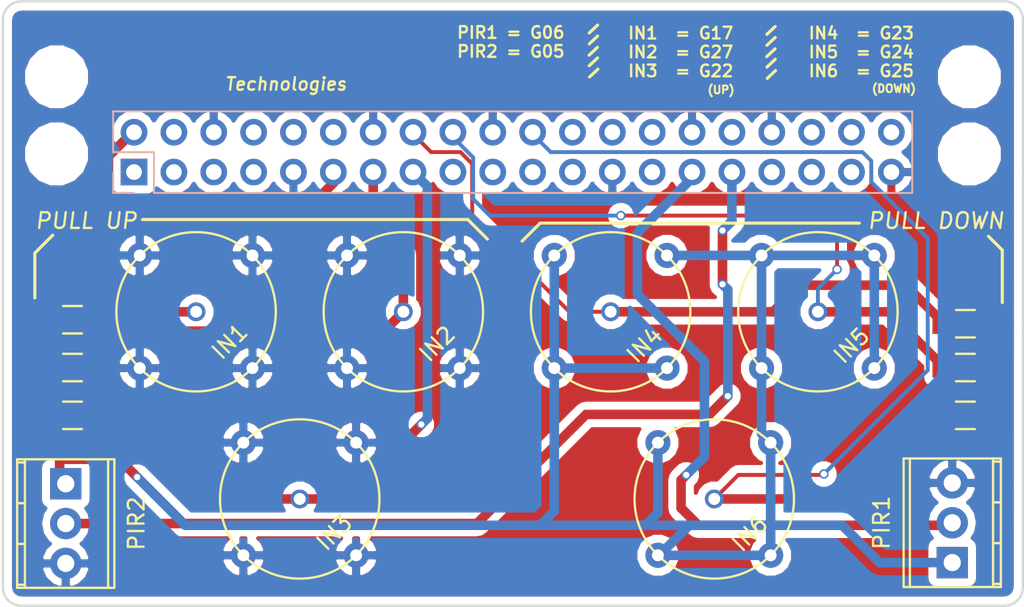
<source format=kicad_pcb>
(kicad_pcb (version 4) (host pcbnew 4.0.7)

  (general
    (links 56)
    (no_connects 1)
    (area 98.247429 62.899999 172.770572 104.988572)
    (thickness 1.6)
    (drawings 42)
    (tracks 138)
    (zones 0)
    (modules 20)
    (nets 12)
  )

  (page A4)
  (title_block
    (title "General Purpose I/O Pin PCB")
    (company TheGreenEyl)
  )

  (layers
    (0 F.Cu signal)
    (31 B.Cu signal)
    (32 B.Adhes user hide)
    (33 F.Adhes user hide)
    (34 B.Paste user)
    (35 F.Paste user)
    (36 B.SilkS user)
    (37 F.SilkS user)
    (38 B.Mask user hide)
    (39 F.Mask user hide)
    (40 Dwgs.User user hide)
    (41 Cmts.User user hide)
    (42 Eco1.User user hide)
    (43 Eco2.User user hide)
    (44 Edge.Cuts user)
    (45 Margin user hide)
    (46 B.CrtYd user hide)
    (47 F.CrtYd user hide)
    (48 B.Fab user)
    (49 F.Fab user)
  )

  (setup
    (last_trace_width 0.25)
    (trace_clearance 0.25)
    (zone_clearance 0.508)
    (zone_45_only no)
    (trace_min 0.25)
    (segment_width 0.2)
    (edge_width 0.15)
    (via_size 0.6)
    (via_drill 0.4)
    (via_min_size 0.5)
    (via_min_drill 0.3)
    (uvia_size 0.3)
    (uvia_drill 0.1)
    (uvias_allowed no)
    (uvia_min_size 0.2)
    (uvia_min_drill 0.1)
    (pcb_text_width 0.3)
    (pcb_text_size 1.5 1.5)
    (mod_edge_width 0.15)
    (mod_text_size 1 1)
    (mod_text_width 0.15)
    (pad_size 3 3)
    (pad_drill 3)
    (pad_to_mask_clearance 0.2)
    (aux_axis_origin 190.87 88.99)
    (visible_elements FFFFFF7F)
    (pcbplotparams
      (layerselection 0x010f0_80000001)
      (usegerberextensions false)
      (excludeedgelayer true)
      (linewidth 0.100000)
      (plotframeref false)
      (viasonmask false)
      (mode 1)
      (useauxorigin false)
      (hpglpennumber 1)
      (hpglpenspeed 20)
      (hpglpendiameter 15)
      (hpglpenoverlay 2)
      (psnegative false)
      (psa4output false)
      (plotreference true)
      (plotvalue true)
      (plotinvisibletext false)
      (padsonsilk false)
      (subtractmaskfromsilk false)
      (outputformat 1)
      (mirror false)
      (drillshape 0)
      (scaleselection 1)
      (outputdirectory pcbway/gerber/))
  )

  (net 0 "")
  (net 1 3.3V)
  (net 2 5V)
  (net 3 GND)
  (net 4 /IN1)
  (net 5 /IN2)
  (net 6 /IN3)
  (net 7 /IN4)
  (net 8 /IN5)
  (net 9 /IN6)
  (net 10 /PIR)
  (net 11 /PIR2)

  (net_class Default "Dies ist die voreingestellte Netzklasse."
    (clearance 0.25)
    (trace_width 0.25)
    (via_dia 0.6)
    (via_drill 0.4)
    (uvia_dia 0.3)
    (uvia_drill 0.1)
    (add_net GND)
  )

  (net_class 5V ""
    (clearance 0.25)
    (trace_width 0.61)
    (via_dia 0.6)
    (via_drill 0.4)
    (uvia_dia 0.3)
    (uvia_drill 0.1)
    (add_net /IN1)
    (add_net /IN2)
    (add_net /IN3)
    (add_net /PIR)
    (add_net /PIR2)
    (add_net 3.3V)
    (add_net 5V)
  )

  (net_class HEADERTHINK ""
    (clearance 0.25)
    (trace_width 0.25)
    (via_dia 0.6)
    (via_drill 0.4)
    (uvia_dia 0.3)
    (uvia_drill 0.1)
    (add_net /IN4)
    (add_net /IN5)
    (add_net /IN6)
  )

  (module Connectors:JEITA_RCA (layer F.Cu) (tedit 5A96A8CD) (tstamp 5A904E71)
    (at 141.732 82.804 45)
    (path /5A904A2D)
    (fp_text reference IN4 (at 0.03677 3.029245 45) (layer F.SilkS)
      (effects (font (size 1 1) (thickness 0.15)))
    )
    (fp_text value RCAUpright (at 0 -6.35 45) (layer F.Fab) hide
      (effects (font (size 1 1) (thickness 0.15)))
    )
    (fp_circle (center 0 0) (end 5.08 0) (layer F.SilkS) (width 0.15))
    (pad 5 thru_hole circle (at 0 0 45) (size 1.2 1.2) (drill 0.762) (layers *.Cu *.Mask)
      (net 7 /IN4))
    (pad 1 thru_hole circle (at 0 -5.08 45) (size 1.6 1.6) (drill 0.762) (layers *.Cu *.Mask)
      (net 2 5V))
    (pad 2 thru_hole circle (at 5.08 0 45) (size 1.6 1.6) (drill 0.762) (layers *.Cu *.Mask)
      (net 2 5V))
    (pad 3 thru_hole circle (at -5.08 0 45) (size 1.6 1.6) (drill 0.762) (layers *.Cu *.Mask)
      (net 2 5V))
    (pad 4 thru_hole circle (at 0 5.08 45) (size 1.6 1.6) (drill 0.762) (layers *.Cu *.Mask)
      (net 2 5V))
  )

  (module Resistors_SMD:R_0805_HandSoldering (layer F.Cu) (tedit 5A96A482) (tstamp 5A8B0C5D)
    (at 107.442 83.312 180)
    (descr "Resistor SMD 0805, hand soldering")
    (tags "resistor 0805")
    (path /5A8AFD7D)
    (attr smd)
    (fp_text reference R1 (at 0 -2.1 180) (layer F.SilkS) hide
      (effects (font (size 1 1) (thickness 0.15)))
    )
    (fp_text value 10k (at 0 2.1 180) (layer F.Fab) hide
      (effects (font (size 1 1) (thickness 0.15)))
    )
    (fp_line (start -1 0.625) (end -1 -0.625) (layer F.Fab) (width 0.1))
    (fp_line (start 1 0.625) (end -1 0.625) (layer F.Fab) (width 0.1))
    (fp_line (start 1 -0.625) (end 1 0.625) (layer F.Fab) (width 0.1))
    (fp_line (start -1 -0.625) (end 1 -0.625) (layer F.Fab) (width 0.1))
    (fp_line (start -2.4 -1) (end 2.4 -1) (layer F.CrtYd) (width 0.05))
    (fp_line (start -2.4 1) (end 2.4 1) (layer F.CrtYd) (width 0.05))
    (fp_line (start -2.4 -1) (end -2.4 1) (layer F.CrtYd) (width 0.05))
    (fp_line (start 2.4 -1) (end 2.4 1) (layer F.CrtYd) (width 0.05))
    (fp_line (start 0.6 0.875) (end -0.6 0.875) (layer F.SilkS) (width 0.15))
    (fp_line (start -0.6 -0.875) (end 0.6 -0.875) (layer F.SilkS) (width 0.15))
    (pad 1 smd rect (at -1.35 0 180) (size 1.5 1.3) (layers F.Cu F.Paste F.Mask)
      (net 4 /IN1))
    (pad 2 smd rect (at 1.35 0 180) (size 1.5 1.3) (layers F.Cu F.Paste F.Mask)
      (net 2 5V))
    (model Resistors_SMD.3dshapes/R_0805_HandSoldering.wrl
      (at (xyz 0 0 0))
      (scale (xyz 1 1 1))
      (rotate (xyz 0 0 0))
    )
  )

  (module Resistors_SMD:R_0805_HandSoldering (layer F.Cu) (tedit 5A96A47B) (tstamp 5A8B0C63)
    (at 107.442 86.36 180)
    (descr "Resistor SMD 0805, hand soldering")
    (tags "resistor 0805")
    (path /5A905C3E)
    (attr smd)
    (fp_text reference R2 (at 0 -2.1 180) (layer F.SilkS) hide
      (effects (font (size 1 1) (thickness 0.15)))
    )
    (fp_text value 10k (at 0 2.1 180) (layer F.Fab) hide
      (effects (font (size 1 1) (thickness 0.15)))
    )
    (fp_line (start -1 0.625) (end -1 -0.625) (layer F.Fab) (width 0.1))
    (fp_line (start 1 0.625) (end -1 0.625) (layer F.Fab) (width 0.1))
    (fp_line (start 1 -0.625) (end 1 0.625) (layer F.Fab) (width 0.1))
    (fp_line (start -1 -0.625) (end 1 -0.625) (layer F.Fab) (width 0.1))
    (fp_line (start -2.4 -1) (end 2.4 -1) (layer F.CrtYd) (width 0.05))
    (fp_line (start -2.4 1) (end 2.4 1) (layer F.CrtYd) (width 0.05))
    (fp_line (start -2.4 -1) (end -2.4 1) (layer F.CrtYd) (width 0.05))
    (fp_line (start 2.4 -1) (end 2.4 1) (layer F.CrtYd) (width 0.05))
    (fp_line (start 0.6 0.875) (end -0.6 0.875) (layer F.SilkS) (width 0.15))
    (fp_line (start -0.6 -0.875) (end 0.6 -0.875) (layer F.SilkS) (width 0.15))
    (pad 1 smd rect (at -1.35 0 180) (size 1.5 1.3) (layers F.Cu F.Paste F.Mask)
      (net 5 /IN2))
    (pad 2 smd rect (at 1.35 0 180) (size 1.5 1.3) (layers F.Cu F.Paste F.Mask)
      (net 2 5V))
    (model Resistors_SMD.3dshapes/R_0805_HandSoldering.wrl
      (at (xyz 0 0 0))
      (scale (xyz 1 1 1))
      (rotate (xyz 0 0 0))
    )
  )

  (module Resistors_SMD:R_0805_HandSoldering (layer F.Cu) (tedit 5A96A477) (tstamp 5A8B0C69)
    (at 107.442 89.408 180)
    (descr "Resistor SMD 0805, hand soldering")
    (tags "resistor 0805")
    (path /5A905E23)
    (attr smd)
    (fp_text reference R3 (at 0 -2.1 180) (layer F.SilkS) hide
      (effects (font (size 1 1) (thickness 0.15)))
    )
    (fp_text value 10k (at 0 2.1 180) (layer F.Fab) hide
      (effects (font (size 1 1) (thickness 0.15)))
    )
    (fp_line (start -1 0.625) (end -1 -0.625) (layer F.Fab) (width 0.1))
    (fp_line (start 1 0.625) (end -1 0.625) (layer F.Fab) (width 0.1))
    (fp_line (start 1 -0.625) (end 1 0.625) (layer F.Fab) (width 0.1))
    (fp_line (start -1 -0.625) (end 1 -0.625) (layer F.Fab) (width 0.1))
    (fp_line (start -2.4 -1) (end 2.4 -1) (layer F.CrtYd) (width 0.05))
    (fp_line (start -2.4 1) (end 2.4 1) (layer F.CrtYd) (width 0.05))
    (fp_line (start -2.4 -1) (end -2.4 1) (layer F.CrtYd) (width 0.05))
    (fp_line (start 2.4 -1) (end 2.4 1) (layer F.CrtYd) (width 0.05))
    (fp_line (start 0.6 0.875) (end -0.6 0.875) (layer F.SilkS) (width 0.15))
    (fp_line (start -0.6 -0.875) (end 0.6 -0.875) (layer F.SilkS) (width 0.15))
    (pad 1 smd rect (at -1.35 0 180) (size 1.5 1.3) (layers F.Cu F.Paste F.Mask)
      (net 6 /IN3))
    (pad 2 smd rect (at 1.35 0 180) (size 1.5 1.3) (layers F.Cu F.Paste F.Mask)
      (net 2 5V))
    (model Resistors_SMD.3dshapes/R_0805_HandSoldering.wrl
      (at (xyz 0 0 0))
      (scale (xyz 1 1 1))
      (rotate (xyz 0 0 0))
    )
  )

  (module Resistors_SMD:R_0805_HandSoldering (layer F.Cu) (tedit 5A96A502) (tstamp 5A8B0C6F)
    (at 164.338 83.566)
    (descr "Resistor SMD 0805, hand soldering")
    (tags "resistor 0805")
    (path /5A9062BA)
    (attr smd)
    (fp_text reference R4 (at 0 -2.1) (layer F.SilkS) hide
      (effects (font (size 1 1) (thickness 0.15)))
    )
    (fp_text value 10k (at 0 2.1) (layer F.Fab) hide
      (effects (font (size 1 1) (thickness 0.15)))
    )
    (fp_line (start -1 0.625) (end -1 -0.625) (layer F.Fab) (width 0.1))
    (fp_line (start 1 0.625) (end -1 0.625) (layer F.Fab) (width 0.1))
    (fp_line (start 1 -0.625) (end 1 0.625) (layer F.Fab) (width 0.1))
    (fp_line (start -1 -0.625) (end 1 -0.625) (layer F.Fab) (width 0.1))
    (fp_line (start -2.4 -1) (end 2.4 -1) (layer F.CrtYd) (width 0.05))
    (fp_line (start -2.4 1) (end 2.4 1) (layer F.CrtYd) (width 0.05))
    (fp_line (start -2.4 -1) (end -2.4 1) (layer F.CrtYd) (width 0.05))
    (fp_line (start 2.4 -1) (end 2.4 1) (layer F.CrtYd) (width 0.05))
    (fp_line (start 0.6 0.875) (end -0.6 0.875) (layer F.SilkS) (width 0.15))
    (fp_line (start -0.6 -0.875) (end 0.6 -0.875) (layer F.SilkS) (width 0.15))
    (pad 1 smd rect (at -1.35 0) (size 1.5 1.3) (layers F.Cu F.Paste F.Mask)
      (net 7 /IN4))
    (pad 2 smd rect (at 1.35 0) (size 1.5 1.3) (layers F.Cu F.Paste F.Mask)
      (net 3 GND))
    (model Resistors_SMD.3dshapes/R_0805_HandSoldering.wrl
      (at (xyz 0 0 0))
      (scale (xyz 1 1 1))
      (rotate (xyz 0 0 0))
    )
  )

  (module Resistors_SMD:R_0805_HandSoldering (layer F.Cu) (tedit 5A96A505) (tstamp 5A8B0C75)
    (at 164.338 86.36)
    (descr "Resistor SMD 0805, hand soldering")
    (tags "resistor 0805")
    (path /5A90624E)
    (attr smd)
    (fp_text reference R5 (at 0 -2.1) (layer F.SilkS) hide
      (effects (font (size 1 1) (thickness 0.15)))
    )
    (fp_text value 10k (at 0 2.1) (layer F.Fab) hide
      (effects (font (size 1 1) (thickness 0.15)))
    )
    (fp_line (start -1 0.625) (end -1 -0.625) (layer F.Fab) (width 0.1))
    (fp_line (start 1 0.625) (end -1 0.625) (layer F.Fab) (width 0.1))
    (fp_line (start 1 -0.625) (end 1 0.625) (layer F.Fab) (width 0.1))
    (fp_line (start -1 -0.625) (end 1 -0.625) (layer F.Fab) (width 0.1))
    (fp_line (start -2.4 -1) (end 2.4 -1) (layer F.CrtYd) (width 0.05))
    (fp_line (start -2.4 1) (end 2.4 1) (layer F.CrtYd) (width 0.05))
    (fp_line (start -2.4 -1) (end -2.4 1) (layer F.CrtYd) (width 0.05))
    (fp_line (start 2.4 -1) (end 2.4 1) (layer F.CrtYd) (width 0.05))
    (fp_line (start 0.6 0.875) (end -0.6 0.875) (layer F.SilkS) (width 0.15))
    (fp_line (start -0.6 -0.875) (end 0.6 -0.875) (layer F.SilkS) (width 0.15))
    (pad 1 smd rect (at -1.35 0) (size 1.5 1.3) (layers F.Cu F.Paste F.Mask)
      (net 8 /IN5))
    (pad 2 smd rect (at 1.35 0) (size 1.5 1.3) (layers F.Cu F.Paste F.Mask)
      (net 3 GND))
    (model Resistors_SMD.3dshapes/R_0805_HandSoldering.wrl
      (at (xyz 0 0 0))
      (scale (xyz 1 1 1))
      (rotate (xyz 0 0 0))
    )
  )

  (module Resistors_SMD:R_0805_HandSoldering (layer F.Cu) (tedit 5A96A513) (tstamp 5A8B0C7B)
    (at 164.338 89.408)
    (descr "Resistor SMD 0805, hand soldering")
    (tags "resistor 0805")
    (path /5A9061E1)
    (attr smd)
    (fp_text reference R6 (at 0 -2.1) (layer F.SilkS) hide
      (effects (font (size 1 1) (thickness 0.15)))
    )
    (fp_text value 10k (at 0 2.1 90) (layer F.Fab) hide
      (effects (font (size 1 1) (thickness 0.15)))
    )
    (fp_line (start -1 0.625) (end -1 -0.625) (layer F.Fab) (width 0.1))
    (fp_line (start 1 0.625) (end -1 0.625) (layer F.Fab) (width 0.1))
    (fp_line (start 1 -0.625) (end 1 0.625) (layer F.Fab) (width 0.1))
    (fp_line (start -1 -0.625) (end 1 -0.625) (layer F.Fab) (width 0.1))
    (fp_line (start -2.4 -1) (end 2.4 -1) (layer F.CrtYd) (width 0.05))
    (fp_line (start -2.4 1) (end 2.4 1) (layer F.CrtYd) (width 0.05))
    (fp_line (start -2.4 -1) (end -2.4 1) (layer F.CrtYd) (width 0.05))
    (fp_line (start 2.4 -1) (end 2.4 1) (layer F.CrtYd) (width 0.05))
    (fp_line (start 0.6 0.875) (end -0.6 0.875) (layer F.SilkS) (width 0.15))
    (fp_line (start -0.6 -0.875) (end 0.6 -0.875) (layer F.SilkS) (width 0.15))
    (pad 1 smd rect (at -1.35 0) (size 1.5 1.3) (layers F.Cu F.Paste F.Mask)
      (net 9 /IN6))
    (pad 2 smd rect (at 1.35 0) (size 1.5 1.3) (layers F.Cu F.Paste F.Mask)
      (net 3 GND))
    (model Resistors_SMD.3dshapes/R_0805_HandSoldering.wrl
      (at (xyz 0 0 0))
      (scale (xyz 1 1 1))
      (rotate (xyz 0 0 0))
    )
  )

  (module Socket_Strips:Socket_Strip_Straight_2x20_Pitch2.54mm (layer B.Cu) (tedit 5A955F1C) (tstamp 5A8B157D)
    (at 111.36 73.89368 270)
    (descr "Through hole straight socket strip, 2x20, 2.54mm pitch, double rows")
    (tags "Through hole socket strip THT 2x20 2.54mm double row")
    (path /5A8AE8A7)
    (fp_text reference J2 (at -1.27 2.33 270) (layer B.SilkS) hide
      (effects (font (size 1 1) (thickness 0.15)) (justify mirror))
    )
    (fp_text value Conn_02x20_Odd_Even (at -1.27 -50.59 270) (layer B.Fab) hide
      (effects (font (size 1 1) (thickness 0.15)) (justify mirror))
    )
    (fp_line (start -3.81 1.27) (end -3.81 -49.53) (layer B.Fab) (width 0.1))
    (fp_line (start -3.81 -49.53) (end 1.27 -49.53) (layer B.Fab) (width 0.1))
    (fp_line (start 1.27 -49.53) (end 1.27 1.27) (layer B.Fab) (width 0.1))
    (fp_line (start 1.27 1.27) (end -3.81 1.27) (layer B.Fab) (width 0.1))
    (fp_line (start 1.33 -1.27) (end 1.33 -49.59) (layer B.SilkS) (width 0.12))
    (fp_line (start 1.33 -49.59) (end -3.87 -49.59) (layer B.SilkS) (width 0.12))
    (fp_line (start -3.87 -49.59) (end -3.87 1.33) (layer B.SilkS) (width 0.12))
    (fp_line (start -3.87 1.33) (end -1.27 1.33) (layer B.SilkS) (width 0.12))
    (fp_line (start -1.27 1.33) (end -1.27 -1.27) (layer B.SilkS) (width 0.12))
    (fp_line (start -1.27 -1.27) (end 1.33 -1.27) (layer B.SilkS) (width 0.12))
    (fp_line (start 1.33 0) (end 1.33 1.33) (layer B.SilkS) (width 0.12))
    (fp_line (start 1.33 1.33) (end 0.06 1.33) (layer B.SilkS) (width 0.12))
    (fp_line (start -4.35 1.8) (end -4.35 -50.05) (layer B.CrtYd) (width 0.05))
    (fp_line (start -4.35 -50.05) (end 1.8 -50.05) (layer B.CrtYd) (width 0.05))
    (fp_line (start 1.8 -50.05) (end 1.8 1.8) (layer B.CrtYd) (width 0.05))
    (fp_line (start 1.8 1.8) (end -4.35 1.8) (layer B.CrtYd) (width 0.05))
    (fp_text user %R (at -1.27 2.33 270) (layer B.Fab) hide
      (effects (font (size 1 1) (thickness 0.15)) (justify mirror))
    )
    (pad 1 thru_hole rect (at 0 0 270) (size 1.7 1.7) (drill 1) (layers *.Cu *.Mask)
      (net 1 3.3V))
    (pad 2 thru_hole oval (at -2.54 0 270) (size 1.7 1.7) (drill 1) (layers *.Cu *.Mask)
      (net 2 5V))
    (pad 3 thru_hole oval (at 0 -2.54 270) (size 1.7 1.7) (drill 1) (layers *.Cu *.Mask))
    (pad 4 thru_hole oval (at -2.54 -2.54 270) (size 1.7 1.7) (drill 1) (layers *.Cu *.Mask))
    (pad 5 thru_hole oval (at 0 -5.08 270) (size 1.7 1.7) (drill 1) (layers *.Cu *.Mask))
    (pad 6 thru_hole oval (at -2.54 -5.08 270) (size 1.7 1.7) (drill 1) (layers *.Cu *.Mask)
      (net 3 GND))
    (pad 7 thru_hole oval (at 0 -7.62 270) (size 1.7 1.7) (drill 1) (layers *.Cu *.Mask))
    (pad 8 thru_hole oval (at -2.54 -7.62 270) (size 1.7 1.7) (drill 1) (layers *.Cu *.Mask))
    (pad 9 thru_hole oval (at 0 -10.16 270) (size 1.7 1.7) (drill 1) (layers *.Cu *.Mask)
      (net 3 GND))
    (pad 10 thru_hole oval (at -2.54 -10.16 270) (size 1.7 1.7) (drill 1) (layers *.Cu *.Mask))
    (pad 11 thru_hole oval (at 0 -12.7 270) (size 1.7 1.7) (drill 1) (layers *.Cu *.Mask)
      (net 4 /IN1))
    (pad 12 thru_hole oval (at -2.54 -12.7 270) (size 1.7 1.7) (drill 1) (layers *.Cu *.Mask))
    (pad 13 thru_hole oval (at 0 -15.24 270) (size 1.7 1.7) (drill 1) (layers *.Cu *.Mask)
      (net 5 /IN2))
    (pad 14 thru_hole oval (at -2.54 -15.24 270) (size 1.7 1.7) (drill 1) (layers *.Cu *.Mask)
      (net 3 GND))
    (pad 15 thru_hole oval (at 0 -17.78 270) (size 1.7 1.7) (drill 1) (layers *.Cu *.Mask)
      (net 6 /IN3))
    (pad 16 thru_hole oval (at -2.54 -17.78 270) (size 1.7 1.7) (drill 1) (layers *.Cu *.Mask)
      (net 7 /IN4))
    (pad 17 thru_hole oval (at 0 -20.32 270) (size 1.7 1.7) (drill 1) (layers *.Cu *.Mask)
      (net 1 3.3V))
    (pad 18 thru_hole oval (at -2.54 -20.32 270) (size 1.7 1.7) (drill 1) (layers *.Cu *.Mask)
      (net 8 /IN5))
    (pad 19 thru_hole oval (at 0 -22.86 270) (size 1.7 1.7) (drill 1) (layers *.Cu *.Mask))
    (pad 20 thru_hole oval (at -2.54 -22.86 270) (size 1.7 1.7) (drill 1) (layers *.Cu *.Mask)
      (net 3 GND))
    (pad 21 thru_hole oval (at 0 -25.4 270) (size 1.7 1.7) (drill 1) (layers *.Cu *.Mask))
    (pad 22 thru_hole oval (at -2.54 -25.4 270) (size 1.7 1.7) (drill 1) (layers *.Cu *.Mask)
      (net 9 /IN6))
    (pad 23 thru_hole oval (at 0 -27.94 270) (size 1.7 1.7) (drill 1) (layers *.Cu *.Mask))
    (pad 24 thru_hole oval (at -2.54 -27.94 270) (size 1.7 1.7) (drill 1) (layers *.Cu *.Mask))
    (pad 25 thru_hole oval (at 0 -30.48 270) (size 1.7 1.7) (drill 1) (layers *.Cu *.Mask)
      (net 3 GND))
    (pad 26 thru_hole oval (at -2.54 -30.48 270) (size 1.7 1.7) (drill 1) (layers *.Cu *.Mask))
    (pad 27 thru_hole oval (at 0 -33.02 270) (size 1.7 1.7) (drill 1) (layers *.Cu *.Mask))
    (pad 28 thru_hole oval (at -2.54 -33.02 270) (size 1.7 1.7) (drill 1) (layers *.Cu *.Mask))
    (pad 29 thru_hole oval (at 0 -35.56 270) (size 1.7 1.7) (drill 1) (layers *.Cu *.Mask)
      (net 10 /PIR))
    (pad 30 thru_hole oval (at -2.54 -35.56 270) (size 1.7 1.7) (drill 1) (layers *.Cu *.Mask)
      (net 3 GND))
    (pad 31 thru_hole oval (at 0 -38.1 270) (size 1.7 1.7) (drill 1) (layers *.Cu *.Mask)
      (net 11 /PIR2))
    (pad 32 thru_hole oval (at -2.54 -38.1 270) (size 1.7 1.7) (drill 1) (layers *.Cu *.Mask))
    (pad 33 thru_hole oval (at 0 -40.64 270) (size 1.7 1.7) (drill 1) (layers *.Cu *.Mask))
    (pad 34 thru_hole oval (at -2.54 -40.64 270) (size 1.7 1.7) (drill 1) (layers *.Cu *.Mask)
      (net 3 GND))
    (pad 35 thru_hole oval (at 0 -43.18 270) (size 1.7 1.7) (drill 1) (layers *.Cu *.Mask))
    (pad 36 thru_hole oval (at -2.54 -43.18 270) (size 1.7 1.7) (drill 1) (layers *.Cu *.Mask))
    (pad 37 thru_hole oval (at 0 -45.72 270) (size 1.7 1.7) (drill 1) (layers *.Cu *.Mask))
    (pad 38 thru_hole oval (at -2.54 -45.72 270) (size 1.7 1.7) (drill 1) (layers *.Cu *.Mask))
    (pad 39 thru_hole oval (at 0 -48.26 270) (size 1.7 1.7) (drill 1) (layers *.Cu *.Mask)
      (net 3 GND))
    (pad 40 thru_hole oval (at -2.54 -48.26 270) (size 1.7 1.7) (drill 1) (layers *.Cu *.Mask))
    (model ${KISYS3DMOD}/Socket_Strips.3dshapes/Socket_Strip_Straight_2x20_Pitch2.54mm.wrl
      (at (xyz -0.05 -0.95 0))
      (scale (xyz 1 1 1))
      (rotate (xyz 0 0 270))
    )
  )

  (module Connectors:JEITA_RCA (layer F.Cu) (tedit 5A96A8B5) (tstamp 5A904E53)
    (at 115.316 82.804 45)
    (path /5A90230D)
    (fp_text reference IN1 (at 0.175362 2.856711 45) (layer F.SilkS)
      (effects (font (size 1 1) (thickness 0.15)))
    )
    (fp_text value RCAUpright (at 0 -6.35 45) (layer F.Fab) hide
      (effects (font (size 1 1) (thickness 0.15)))
    )
    (fp_circle (center 0 0) (end 5.08 0) (layer F.SilkS) (width 0.15))
    (pad 5 thru_hole circle (at 0 0 45) (size 1.2 1.2) (drill 0.762) (layers *.Cu *.Mask)
      (net 4 /IN1))
    (pad 1 thru_hole circle (at 0 -5.08 45) (size 1.6 1.6) (drill 0.762) (layers *.Cu *.Mask)
      (net 3 GND))
    (pad 2 thru_hole circle (at 5.08 0 45) (size 1.6 1.6) (drill 0.762) (layers *.Cu *.Mask)
      (net 3 GND))
    (pad 3 thru_hole circle (at -5.08 0 45) (size 1.6 1.6) (drill 0.762) (layers *.Cu *.Mask)
      (net 3 GND))
    (pad 4 thru_hole circle (at 0 5.08 45) (size 1.6 1.6) (drill 0.762) (layers *.Cu *.Mask)
      (net 3 GND))
  )

  (module Connectors:JEITA_RCA (layer F.Cu) (tedit 5A96A8B2) (tstamp 5A904E5D)
    (at 128.524 82.804 45)
    (path /5A904853)
    (fp_text reference IN2 (at 0.077782 2.971263 225) (layer F.SilkS)
      (effects (font (size 1 1) (thickness 0.15)))
    )
    (fp_text value RCAUpright (at 0 -6.35 45) (layer F.Fab) hide
      (effects (font (size 1 1) (thickness 0.15)))
    )
    (fp_circle (center 0 0) (end 5.08 0) (layer F.SilkS) (width 0.15))
    (pad 5 thru_hole circle (at 0 0 45) (size 1.2 1.2) (drill 0.762) (layers *.Cu *.Mask)
      (net 5 /IN2))
    (pad 1 thru_hole circle (at 0 -5.08 45) (size 1.6 1.6) (drill 0.762) (layers *.Cu *.Mask)
      (net 3 GND))
    (pad 2 thru_hole circle (at 5.08 0 45) (size 1.6 1.6) (drill 0.762) (layers *.Cu *.Mask)
      (net 3 GND))
    (pad 3 thru_hole circle (at -5.08 0 45) (size 1.6 1.6) (drill 0.762) (layers *.Cu *.Mask)
      (net 3 GND))
    (pad 4 thru_hole circle (at 0 5.08 45) (size 1.6 1.6) (drill 0.762) (layers *.Cu *.Mask)
      (net 3 GND))
  )

  (module Connectors:JEITA_RCA (layer F.Cu) (tedit 5A96A8BB) (tstamp 5A904E67)
    (at 121.92 94.742 45)
    (path /5A90488F)
    (fp_text reference IN3 (at 0.043841 3.081571 45) (layer F.SilkS)
      (effects (font (size 1 1) (thickness 0.15)))
    )
    (fp_text value RCAUpright (at 0 -6.35 45) (layer F.Fab) hide
      (effects (font (size 1 1) (thickness 0.15)))
    )
    (fp_circle (center 0 0) (end 5.08 0) (layer F.SilkS) (width 0.15))
    (pad 5 thru_hole circle (at 0 0 45) (size 1.2 1.2) (drill 0.762) (layers *.Cu *.Mask)
      (net 6 /IN3))
    (pad 1 thru_hole circle (at 0 -5.08 45) (size 1.6 1.6) (drill 0.762) (layers *.Cu *.Mask)
      (net 3 GND))
    (pad 2 thru_hole circle (at 5.08 0 45) (size 1.6 1.6) (drill 0.762) (layers *.Cu *.Mask)
      (net 3 GND))
    (pad 3 thru_hole circle (at -5.08 0 45) (size 1.6 1.6) (drill 0.762) (layers *.Cu *.Mask)
      (net 3 GND))
    (pad 4 thru_hole circle (at 0 5.08 45) (size 1.6 1.6) (drill 0.762) (layers *.Cu *.Mask)
      (net 3 GND))
  )

  (module Connectors:JEITA_RCA (layer F.Cu) (tedit 5A96A8CA) (tstamp 5A904E7B)
    (at 154.94 82.804 45)
    (path /5A9049B0)
    (fp_text reference IN5 (at -0.004243 3.044802 45) (layer F.SilkS)
      (effects (font (size 1 1) (thickness 0.15)))
    )
    (fp_text value RCAUpright (at 0 -6.35 45) (layer F.Fab) hide
      (effects (font (size 1 1) (thickness 0.15)))
    )
    (fp_circle (center 0 0) (end 5.08 0) (layer F.SilkS) (width 0.15))
    (pad 5 thru_hole circle (at 0 0 45) (size 1.2 1.2) (drill 0.762) (layers *.Cu *.Mask)
      (net 8 /IN5))
    (pad 1 thru_hole circle (at 0 -5.08 45) (size 1.6 1.6) (drill 0.762) (layers *.Cu *.Mask)
      (net 2 5V))
    (pad 2 thru_hole circle (at 5.08 0 45) (size 1.6 1.6) (drill 0.762) (layers *.Cu *.Mask)
      (net 2 5V))
    (pad 3 thru_hole circle (at -5.08 0 45) (size 1.6 1.6) (drill 0.762) (layers *.Cu *.Mask)
      (net 2 5V))
    (pad 4 thru_hole circle (at 0 5.08 45) (size 1.6 1.6) (drill 0.762) (layers *.Cu *.Mask)
      (net 2 5V))
  )

  (module Connectors:JEITA_RCA (layer F.Cu) (tedit 5A96A8BE) (tstamp 5A904E85)
    (at 148.336 94.742 45)
    (path /5A904951)
    (fp_text reference IN6 (at 0.039598 3.176324 45) (layer F.SilkS)
      (effects (font (size 1 1) (thickness 0.15)))
    )
    (fp_text value RCAUpright (at 0 -6.35 45) (layer F.Fab) hide
      (effects (font (size 1 1) (thickness 0.15)))
    )
    (fp_circle (center 0 0) (end 5.08 0) (layer F.SilkS) (width 0.15))
    (pad 5 thru_hole circle (at 0 0 45) (size 1.2 1.2) (drill 0.762) (layers *.Cu *.Mask)
      (net 9 /IN6))
    (pad 1 thru_hole circle (at 0 -5.08 45) (size 1.6 1.6) (drill 0.762) (layers *.Cu *.Mask)
      (net 2 5V))
    (pad 2 thru_hole circle (at 5.08 0 45) (size 1.6 1.6) (drill 0.762) (layers *.Cu *.Mask)
      (net 2 5V))
    (pad 3 thru_hole circle (at -5.08 0 45) (size 1.6 1.6) (drill 0.762) (layers *.Cu *.Mask)
      (net 2 5V))
    (pad 4 thru_hole circle (at 0 5.08 45) (size 1.6 1.6) (drill 0.762) (layers *.Cu *.Mask)
      (net 2 5V))
  )

  (module Connectors_Terminal_Blocks:TerminalBlock_Pheonix_MPT-2.54mm_3pol (layer F.Cu) (tedit 5A96A5DD) (tstamp 5AA60A98)
    (at 163.5 98.8 90)
    (descr "3-way 2.54mm pitch terminal block, Phoenix MPT series")
    (path /5A8B0993)
    (fp_text reference PIR1 (at 2.54 -4.50088 90) (layer F.SilkS)
      (effects (font (size 1 1) (thickness 0.15)))
    )
    (fp_text value Screw_Terminal_01x03 (at 2.54 4.50088 90) (layer F.Fab) hide
      (effects (font (size 1 1) (thickness 0.15)))
    )
    (fp_line (start -1.778 3.302) (end 6.858 3.302) (layer F.CrtYd) (width 0.05))
    (fp_line (start -1.778 -3.302) (end -1.778 3.302) (layer F.CrtYd) (width 0.05))
    (fp_line (start 6.858 -3.302) (end -1.778 -3.302) (layer F.CrtYd) (width 0.05))
    (fp_line (start 6.858 3.302) (end 6.858 -3.302) (layer F.CrtYd) (width 0.05))
    (fp_line (start 6.63956 -3.0988) (end -1.55956 -3.0988) (layer F.SilkS) (width 0.15))
    (fp_line (start 6.63956 -2.70002) (end -1.55956 -2.70002) (layer F.SilkS) (width 0.15))
    (fp_line (start 6.63956 2.60096) (end -1.55956 2.60096) (layer F.SilkS) (width 0.15))
    (fp_line (start -1.55956 3.0988) (end 6.63956 3.0988) (layer F.SilkS) (width 0.15))
    (fp_line (start 3.84048 2.60096) (end 3.84048 3.0988) (layer F.SilkS) (width 0.15))
    (fp_line (start -1.3589 3.0988) (end -1.3589 2.60096) (layer F.SilkS) (width 0.15))
    (fp_line (start 6.44144 2.60096) (end 6.44144 3.0988) (layer F.SilkS) (width 0.15))
    (fp_line (start 1.24206 3.0988) (end 1.24206 2.60096) (layer F.SilkS) (width 0.15))
    (fp_line (start 6.63956 3.0988) (end 6.63956 -3.0988) (layer F.SilkS) (width 0.15))
    (fp_line (start -1.55702 -3.0988) (end -1.55702 3.0988) (layer F.SilkS) (width 0.15))
    (pad 3 thru_hole oval (at 5.08 0 90) (size 1.99898 1.99898) (drill 1.09728) (layers *.Cu *.Mask)
      (net 3 GND))
    (pad 1 thru_hole rect (at 0 0 90) (size 1.99898 1.99898) (drill 1.09728) (layers *.Cu *.Mask)
      (net 2 5V))
    (pad 2 thru_hole oval (at 2.54 0 90) (size 1.99898 1.99898) (drill 1.09728) (layers *.Cu *.Mask)
      (net 10 /PIR))
    (model Terminal_Blocks.3dshapes/TerminalBlock_Pheonix_MPT-2.54mm_3pol.wrl
      (at (xyz 0.1 0 0))
      (scale (xyz 1 1 1))
      (rotate (xyz 0 0 0))
    )
  )

  (module Connectors_Terminal_Blocks:TerminalBlock_Pheonix_MPT-2.54mm_3pol (layer F.Cu) (tedit 5A96A464) (tstamp 5AA60AAD)
    (at 107.01 93.77 270)
    (descr "3-way 2.54mm pitch terminal block, Phoenix MPT series")
    (path /5A8B0CB1)
    (fp_text reference PIR2 (at 2.54 -4.50088 270) (layer F.SilkS)
      (effects (font (size 1 1) (thickness 0.15)))
    )
    (fp_text value Screw_Terminal_01x03 (at 2.54 4.50088 270) (layer F.Fab) hide
      (effects (font (size 1 1) (thickness 0.15)))
    )
    (fp_line (start -1.778 3.302) (end 6.858 3.302) (layer F.CrtYd) (width 0.05))
    (fp_line (start -1.778 -3.302) (end -1.778 3.302) (layer F.CrtYd) (width 0.05))
    (fp_line (start 6.858 -3.302) (end -1.778 -3.302) (layer F.CrtYd) (width 0.05))
    (fp_line (start 6.858 3.302) (end 6.858 -3.302) (layer F.CrtYd) (width 0.05))
    (fp_line (start 6.63956 -3.0988) (end -1.55956 -3.0988) (layer F.SilkS) (width 0.15))
    (fp_line (start 6.63956 -2.70002) (end -1.55956 -2.70002) (layer F.SilkS) (width 0.15))
    (fp_line (start 6.63956 2.60096) (end -1.55956 2.60096) (layer F.SilkS) (width 0.15))
    (fp_line (start -1.55956 3.0988) (end 6.63956 3.0988) (layer F.SilkS) (width 0.15))
    (fp_line (start 3.84048 2.60096) (end 3.84048 3.0988) (layer F.SilkS) (width 0.15))
    (fp_line (start -1.3589 3.0988) (end -1.3589 2.60096) (layer F.SilkS) (width 0.15))
    (fp_line (start 6.44144 2.60096) (end 6.44144 3.0988) (layer F.SilkS) (width 0.15))
    (fp_line (start 1.24206 3.0988) (end 1.24206 2.60096) (layer F.SilkS) (width 0.15))
    (fp_line (start 6.63956 3.0988) (end 6.63956 -3.0988) (layer F.SilkS) (width 0.15))
    (fp_line (start -1.55702 -3.0988) (end -1.55702 3.0988) (layer F.SilkS) (width 0.15))
    (pad 3 thru_hole oval (at 5.08 0 270) (size 1.99898 1.99898) (drill 1.09728) (layers *.Cu *.Mask)
      (net 3 GND))
    (pad 1 thru_hole rect (at 0 0 270) (size 1.99898 1.99898) (drill 1.09728) (layers *.Cu *.Mask)
      (net 2 5V))
    (pad 2 thru_hole oval (at 2.54 0 270) (size 1.99898 1.99898) (drill 1.09728) (layers *.Cu *.Mask)
      (net 11 /PIR2))
    (model Terminal_Blocks.3dshapes/TerminalBlock_Pheonix_MPT-2.54mm_3pol.wrl
      (at (xyz 0.1 0 0))
      (scale (xyz 1 1 1))
      (rotate (xyz 0 0 0))
    )
  )

  (module Mounting_Holes:MountingHole_2.7mm (layer F.Cu) (tedit 5A953B70) (tstamp 5AA60C55)
    (at 164.592 72.739)
    (descr "Mounting Hole 2.7mm, no annular")
    (tags "mounting hole 2.7mm no annular")
    (fp_text reference REF** (at 0 -3.7) (layer F.SilkS) hide
      (effects (font (size 1 1) (thickness 0.15)))
    )
    (fp_text value MountingHole_2.7mm (at 0 3.7) (layer F.Fab) hide
      (effects (font (size 1 1) (thickness 0.15)))
    )
    (fp_circle (center 0 0) (end 2.7 0) (layer Cmts.User) (width 0.15))
    (fp_circle (center 0 0) (end 2.95 0) (layer F.CrtYd) (width 0.05))
    (pad "" np_thru_hole circle (at 0 0) (size 3 3) (drill 3) (layers *.Cu *.Mask))
  )

  (module Mounting_Holes:MountingHole_2.7mm (layer F.Cu) (tedit 5A953B6B) (tstamp 5AA60C62)
    (at 164.592 67.818)
    (descr "Mounting Hole 2.7mm, no annular")
    (tags "mounting hole 2.7mm no annular")
    (fp_text reference REF** (at 0 -3.7) (layer F.SilkS) hide
      (effects (font (size 1 1) (thickness 0.15)))
    )
    (fp_text value MountingHole_2.7mm (at 0 3.7) (layer F.Fab) hide
      (effects (font (size 1 1) (thickness 0.15)))
    )
    (fp_circle (center 0 0) (end 2.7 0) (layer Cmts.User) (width 0.15))
    (fp_circle (center 0 0) (end 2.95 0) (layer F.CrtYd) (width 0.05))
    (pad "" np_thru_hole circle (at 0 0) (size 3 3) (drill 3) (layers *.Cu *.Mask))
  )

  (module Mounting_Holes:MountingHole_2.7mm (layer F.Cu) (tedit 5A953D53) (tstamp 5AA60C74)
    (at 106.426 72.739)
    (descr "Mounting Hole 2.7mm, no annular")
    (tags "mounting hole 2.7mm no annular")
    (fp_text reference REF** (at 0 -3.7) (layer F.SilkS) hide
      (effects (font (size 1 1) (thickness 0.15)))
    )
    (fp_text value MountingHole_2.7mm (at 0 3.7) (layer F.Fab) hide
      (effects (font (size 1 1) (thickness 0.15)))
    )
    (fp_circle (center 0 0) (end 2.7 0) (layer Cmts.User) (width 0.15))
    (fp_circle (center 0 0) (end 2.95 0) (layer F.CrtYd) (width 0.05))
    (pad "" np_thru_hole circle (at 0 0) (size 3 3) (drill 3) (layers *.Cu *.Mask))
  )

  (module Mounting_Holes:MountingHole_2.7mm (layer F.Cu) (tedit 5A953C9E) (tstamp 5AA60C81)
    (at 106.426 67.818)
    (descr "Mounting Hole 2.7mm, no annular")
    (tags "mounting hole 2.7mm no annular")
    (fp_text reference REF** (at 0 -3.7) (layer F.SilkS) hide
      (effects (font (size 1 1) (thickness 0.15)))
    )
    (fp_text value MountingHole_2.7mm (at 0 3.7) (layer F.Fab) hide
      (effects (font (size 1 1) (thickness 0.15)))
    )
    (fp_circle (center 0 0) (end 2.7 0) (layer Cmts.User) (width 0.15))
    (fp_circle (center 0 0) (end 2.95 0) (layer F.CrtYd) (width 0.05))
    (pad "" np_thru_hole circle (at 0 0) (size 3 3) (drill 3) (layers *.Cu *.Mask))
  )

  (module 1:1 (layer F.Cu) (tedit 0) (tstamp 5AD1E665)
    (at 118 67.17)
    (fp_text reference G*** (at 0 0) (layer F.Cu) hide
      (effects (font (thickness 0.3)))
    )
    (fp_text value LOGO (at 0.75 0) (layer F.Cu) hide
      (effects (font (thickness 0.3)))
    )
    (fp_poly (pts (xy 5.13816 -0.609394) (xy 5.184369 -0.608823) (xy 5.219176 -0.607962) (xy 5.239139 -0.606885)
      (xy 5.24256 -0.606179) (xy 5.245856 -0.596506) (xy 5.255181 -0.570068) (xy 5.269691 -0.529222)
      (xy 5.288542 -0.476325) (xy 5.310889 -0.413734) (xy 5.335887 -0.343806) (xy 5.362693 -0.268898)
      (xy 5.390463 -0.191367) (xy 5.418351 -0.11357) (xy 5.445513 -0.037864) (xy 5.471106 0.033393)
      (xy 5.494284 0.097846) (xy 5.514204 0.153136) (xy 5.530021 0.196907) (xy 5.54089 0.226801)
      (xy 5.543418 0.23368) (xy 5.547756 0.227604) (xy 5.55792 0.204125) (xy 5.573228 0.165088)
      (xy 5.592995 0.11234) (xy 5.616538 0.047727) (xy 5.643174 -0.026906) (xy 5.672218 -0.109713)
      (xy 5.695448 -0.176879) (xy 5.72595 -0.265436) (xy 5.754466 -0.347925) (xy 5.780313 -0.422392)
      (xy 5.802806 -0.48688) (xy 5.821262 -0.539432) (xy 5.834997 -0.578093) (xy 5.843327 -0.600907)
      (xy 5.845599 -0.606426) (xy 5.856555 -0.607587) (xy 5.884062 -0.608197) (xy 5.924356 -0.608234)
      (xy 5.973675 -0.607673) (xy 5.991546 -0.607348) (xy 6.133743 -0.60452) (xy 5.861924 0.11923)
      (xy 5.817861 0.236206) (xy 5.775286 0.348565) (xy 5.734818 0.454713) (xy 5.697074 0.553058)
      (xy 5.662675 0.642007) (xy 5.63224 0.719968) (xy 5.606386 0.785346) (xy 5.585733 0.83655)
      (xy 5.570901 0.871987) (xy 5.562506 0.890064) (xy 5.562239 0.890531) (xy 5.517841 0.952039)
      (xy 5.463577 1.004736) (xy 5.40516 1.043158) (xy 5.40004 1.04566) (xy 5.368059 1.058485)
      (xy 5.333488 1.066563) (xy 5.289671 1.071119) (xy 5.25272 1.072785) (xy 5.203559 1.073185)
      (xy 5.155766 1.071639) (xy 5.117308 1.068466) (xy 5.106923 1.066923) (xy 5.07444 1.061028)
      (xy 5.052534 1.054764) (xy 5.03913 1.044444) (xy 5.032151 1.02638) (xy 5.029523 0.996887)
      (xy 5.029169 0.952276) (xy 5.0292 0.928857) (xy 5.029323 0.878441) (xy 5.030135 0.845069)
      (xy 5.032302 0.825467) (xy 5.036487 0.816359) (xy 5.043354 0.814469) (xy 5.05206 0.816156)
      (xy 5.099645 0.824843) (xy 5.150081 0.829411) (xy 5.196224 0.829558) (xy 5.230931 0.824985)
      (xy 5.234802 0.823843) (xy 5.263028 0.81136) (xy 5.286804 0.792348) (xy 5.30876 0.763448)
      (xy 5.331522 0.721303) (xy 5.353838 0.671687) (xy 5.394094 0.577498) (xy 5.164968 -0.003351)
      (xy 5.124218 -0.106648) (xy 5.085618 -0.204477) (xy 5.049825 -0.295178) (xy 5.017495 -0.377088)
      (xy 4.989283 -0.448547) (xy 4.965846 -0.507892) (xy 4.94784 -0.553462) (xy 4.93592 -0.583595)
      (xy 4.930743 -0.596631) (xy 4.930634 -0.5969) (xy 4.933072 -0.601908) (xy 4.946619 -0.605496)
      (xy 4.973514 -0.60785) (xy 5.015998 -0.609155) (xy 5.076309 -0.609597) (xy 5.083992 -0.6096)
      (xy 5.13816 -0.609394)) (layer F.Cu) (width 0.01))
    (fp_poly (pts (xy -3.387559 -0.631036) (xy -3.29011 -0.604841) (xy -3.20328 -0.561411) (xy -3.136547 -0.509686)
      (xy -3.070432 -0.436722) (xy -3.019965 -0.354629) (xy -2.984558 -0.261853) (xy -2.963621 -0.156841)
      (xy -2.956564 -0.038036) (xy -2.95656 -0.03506) (xy -2.95656 0.07112) (xy -3.74904 0.07112)
      (xy -3.74904 0.10995) (xy -3.739599 0.173333) (xy -3.713434 0.235474) (xy -3.673783 0.291336)
      (xy -3.623885 0.335882) (xy -3.591878 0.354383) (xy -3.547672 0.369474) (xy -3.495032 0.375601)
      (xy -3.476429 0.37592) (xy -3.410247 0.369937) (xy -3.357766 0.350906) (xy -3.315883 0.317202)
      (xy -3.28676 0.276602) (xy -3.25628 0.224199) (xy -3.120853 0.223859) (xy -2.985426 0.22352)
      (xy -2.992479 0.25654) (xy -3.015469 0.323567) (xy -3.054003 0.391236) (xy -3.104108 0.454537)
      (xy -3.161809 0.508462) (xy -3.223131 0.548003) (xy -3.224188 0.548525) (xy -3.323063 0.58603)
      (xy -3.427236 0.605003) (xy -3.533022 0.605072) (xy -3.625184 0.589026) (xy -3.709062 0.561011)
      (xy -3.780769 0.522626) (xy -3.847459 0.469781) (xy -3.867547 0.450507) (xy -3.930561 0.373978)
      (xy -3.979557 0.285679) (xy -4.014537 0.18855) (xy -4.035501 0.085531) (xy -4.042452 -0.020438)
      (xy -4.035391 -0.12642) (xy -4.028664 -0.159321) (xy -3.753469 -0.159321) (xy -3.752469 -0.139984)
      (xy -3.750886 -0.137312) (xy -3.739702 -0.135878) (xy -3.710996 -0.134594) (xy -3.667566 -0.133517)
      (xy -3.612209 -0.132702) (xy -3.547725 -0.132208) (xy -3.492038 -0.13208) (xy -3.238423 -0.13208)
      (xy -3.245346 -0.184273) (xy -3.263516 -0.258682) (xy -3.295928 -0.319017) (xy -3.341752 -0.36453)
      (xy -3.400153 -0.394473) (xy -3.470302 -0.408098) (xy -3.49504 -0.408889) (xy -3.56791 -0.401312)
      (xy -3.62811 -0.378486) (xy -3.677426 -0.339438) (xy -3.713736 -0.290041) (xy -3.727364 -0.261132)
      (xy -3.739484 -0.225784) (xy -3.748662 -0.189884) (xy -3.753469 -0.159321) (xy -4.028664 -0.159321)
      (xy -4.014319 -0.229473) (xy -3.979239 -0.326659) (xy -3.930152 -0.415038) (xy -3.867059 -0.491671)
      (xy -3.86704 -0.49169) (xy -3.788668 -0.556129) (xy -3.701363 -0.602317) (xy -3.605137 -0.63025)
      (xy -3.500001 -0.639924) (xy -3.495446 -0.63993) (xy -3.387559 -0.631036)) (layer F.Cu) (width 0.01))
    (fp_poly (pts (xy -1.932406 -1.058344) (xy -1.823397 -1.028916) (xy -1.754538 -0.999492) (xy -1.668718 -0.946803)
      (xy -1.594488 -0.881552) (xy -1.533867 -0.806384) (xy -1.488879 -0.723945) (xy -1.461545 -0.636884)
      (xy -1.457067 -0.610092) (xy -1.450189 -0.558242) (xy -1.600342 -0.561061) (xy -1.750496 -0.56388)
      (xy -1.764084 -0.610524) (xy -1.786278 -0.658677) (xy -1.822234 -0.706554) (xy -1.866344 -0.747733)
      (xy -1.905333 -0.772322) (xy -1.97769 -0.796852) (xy -2.057859 -0.805953) (xy -2.140577 -0.79975)
      (xy -2.220582 -0.778368) (xy -2.253946 -0.763999) (xy -2.315821 -0.724651) (xy -2.366677 -0.672052)
      (xy -2.40687 -0.605322) (xy -2.436754 -0.523581) (xy -2.456683 -0.425949) (xy -2.467011 -0.311546)
      (xy -2.468747 -0.230247) (xy -2.463703 -0.101634) (xy -2.448623 0.009583) (xy -2.423203 0.103848)
      (xy -2.387138 0.181605) (xy -2.340124 0.243296) (xy -2.281856 0.289364) (xy -2.212029 0.320253)
      (xy -2.13034 0.336406) (xy -2.077463 0.339196) (xy -2.030066 0.33875) (xy -1.995776 0.335674)
      (xy -1.967424 0.328652) (xy -1.93784 0.316372) (xy -1.928512 0.311886) (xy -1.861524 0.268216)
      (xy -1.807924 0.210141) (xy -1.76887 0.139481) (xy -1.745517 0.058059) (xy -1.7402 0.015368)
      (xy -1.734462 -0.060501) (xy -1.926411 -0.063271) (xy -2.11836 -0.06604) (xy -2.11836 -0.30988)
      (xy -1.45288 -0.315238) (xy -1.45288 0.579882) (xy -1.640302 0.57404) (xy -1.654599 0.491124)
      (xy -1.668895 0.408209) (xy -1.720908 0.46069) (xy -1.756187 0.492532) (xy -1.795618 0.522551)
      (xy -1.825503 0.541287) (xy -1.907843 0.575671) (xy -2.00099 0.598115) (xy -2.098603 0.607585)
      (xy -2.194343 0.603046) (xy -2.19964 0.60234) (xy -2.31084 0.577159) (xy -2.413101 0.534048)
      (xy -2.505104 0.473841) (xy -2.585525 0.397378) (xy -2.642952 0.321521) (xy -2.676825 0.262731)
      (xy -2.704725 0.198442) (xy -2.728728 0.123279) (xy -2.745573 0.05588) (xy -2.756252 -0.007444)
      (xy -2.76355 -0.085495) (xy -2.767469 -0.172964) (xy -2.768009 -0.264541) (xy -2.765172 -0.354916)
      (xy -2.758958 -0.43878) (xy -2.749369 -0.510824) (xy -2.745464 -0.531101) (xy -2.711825 -0.646023)
      (xy -2.662484 -0.749864) (xy -2.598441 -0.841319) (xy -2.520693 -0.91908) (xy -2.430239 -0.981842)
      (xy -2.381933 -1.006564) (xy -2.275024 -1.045017) (xy -2.161967 -1.066437) (xy -2.046512 -1.070865)
      (xy -1.932406 -1.058344)) (layer F.Cu) (width 0.01))
    (fp_poly (pts (xy 0.356604 -0.62975) (xy 0.452389 -0.602732) (xy 0.537523 -0.559321) (xy 0.611245 -0.500393)
      (xy 0.672796 -0.426829) (xy 0.721418 -0.339507) (xy 0.75635 -0.239305) (xy 0.776834 -0.127103)
      (xy 0.78232 -0.024507) (xy 0.78232 0.07112) (xy -0.019932 0.07112) (xy -0.013916 0.11938)
      (xy 0.003599 0.191533) (xy 0.035881 0.256666) (xy 0.080347 0.31097) (xy 0.134418 0.350638)
      (xy 0.147094 0.356909) (xy 0.195154 0.370751) (xy 0.252436 0.375514) (xy 0.309983 0.371204)
      (xy 0.358839 0.357823) (xy 0.3611 0.356822) (xy 0.401574 0.331011) (xy 0.438436 0.294717)
      (xy 0.464536 0.255279) (xy 0.468107 0.246952) (xy 0.472465 0.237554) (xy 0.47941 0.231078)
      (xy 0.492342 0.226981) (xy 0.514658 0.224718) (xy 0.54976 0.223746) (xy 0.601046 0.223522)
      (xy 0.614622 0.22352) (xy 0.752227 0.22352) (xy 0.745917 0.25146) (xy 0.72432 0.314795)
      (xy 0.689374 0.380486) (xy 0.64545 0.440942) (xy 0.622588 0.465744) (xy 0.549909 0.523974)
      (xy 0.465417 0.56754) (xy 0.372135 0.59566) (xy 0.273087 0.607555) (xy 0.171294 0.602446)
      (xy 0.124588 0.594216) (xy 0.030254 0.563608) (xy -0.055414 0.515273) (xy -0.131143 0.45041)
      (xy -0.195657 0.370222) (xy -0.24768 0.27591) (xy -0.26856 0.223968) (xy -0.280458 0.189614)
      (xy -0.288842 0.160913) (xy -0.294317 0.133059) (xy -0.297486 0.101248) (xy -0.298955 0.060673)
      (xy -0.29933 0.006529) (xy -0.299308 -0.02032) (xy -0.29898 -0.081537) (xy -0.297827 -0.127271)
      (xy -0.296459 -0.145796) (xy -0.016407 -0.145796) (xy -0.013417 -0.138724) (xy -0.001345 -0.136424)
      (xy 0.027492 -0.134634) (xy 0.069705 -0.133338) (xy 0.121902 -0.132519) (xy 0.180694 -0.132161)
      (xy 0.24269 -0.13225) (xy 0.304501 -0.132768) (xy 0.362735 -0.133701) (xy 0.414004 -0.135031)
      (xy 0.454916 -0.136744) (xy 0.482081 -0.138823) (xy 0.49205 -0.141093) (xy 0.494478 -0.159862)
      (xy 0.489801 -0.191151) (xy 0.47968 -0.229146) (xy 0.465777 -0.268036) (xy 0.449751 -0.302006)
      (xy 0.442824 -0.313356) (xy 0.399698 -0.361362) (xy 0.345918 -0.392638) (xy 0.280496 -0.407664)
      (xy 0.246143 -0.409252) (xy 0.171785 -0.401632) (xy 0.110223 -0.378601) (xy 0.060198 -0.339422)
      (xy 0.020446 -0.283354) (xy 0.015732 -0.27432) (xy 0.001219 -0.239759) (xy -0.009819 -0.202896)
      (xy -0.016115 -0.169615) (xy -0.016407 -0.145796) (xy -0.296459 -0.145796) (xy -0.295235 -0.162359)
      (xy -0.290591 -0.191636) (xy -0.28328 -0.21994) (xy -0.272688 -0.252106) (xy -0.268291 -0.264609)
      (xy -0.222708 -0.367822) (xy -0.16499 -0.454941) (xy -0.095573 -0.525652) (xy -0.01489 -0.579642)
      (xy 0.076625 -0.616598) (xy 0.178537 -0.636206) (xy 0.250925 -0.639495) (xy 0.356604 -0.62975)) (layer F.Cu) (width 0.01))
    (fp_poly (pts (xy 1.621225 -0.630962) (xy 1.718713 -0.604514) (xy 1.805842 -0.56061) (xy 1.882553 -0.499272)
      (xy 1.894724 -0.486934) (xy 1.957452 -0.406584) (xy 2.004305 -0.313674) (xy 2.035305 -0.208141)
      (xy 2.050476 -0.08992) (xy 2.052143 -0.033138) (xy 2.05232 0.070884) (xy 1.653573 0.073542)
      (xy 1.254827 0.0762) (xy 1.258302 0.116507) (xy 1.273032 0.184917) (xy 1.303289 0.248937)
      (xy 1.346053 0.304205) (xy 1.398304 0.346357) (xy 1.427767 0.361454) (xy 1.472389 0.372747)
      (xy 1.526886 0.376063) (xy 1.582559 0.371665) (xy 1.630708 0.359818) (xy 1.642186 0.354948)
      (xy 1.668063 0.337442) (xy 1.696118 0.311015) (xy 1.721766 0.281018) (xy 1.740427 0.252803)
      (xy 1.74752 0.231938) (xy 1.757063 0.228869) (xy 1.783235 0.226301) (xy 1.822343 0.224459)
      (xy 1.870697 0.223568) (xy 1.885487 0.22352) (xy 2.023454 0.22352) (xy 2.016306 0.25654)
      (xy 1.999927 0.305434) (xy 1.972223 0.360718) (xy 1.937178 0.415413) (xy 1.898772 0.462543)
      (xy 1.898658 0.462663) (xy 1.832963 0.518001) (xy 1.754075 0.560938) (xy 1.665586 0.590525)
      (xy 1.57109 0.605809) (xy 1.474182 0.60584) (xy 1.399603 0.594744) (xy 1.305975 0.56412)
      (xy 1.220029 0.51587) (xy 1.143589 0.451825) (xy 1.078477 0.373815) (xy 1.026518 0.283672)
      (xy 0.989534 0.183226) (xy 0.989439 0.18288) (xy 0.979162 0.129372) (xy 0.972848 0.06244)
      (xy 0.970511 -0.01141) (xy 0.972166 -0.08567) (xy 0.977828 -0.153832) (xy 0.978877 -0.15985)
      (xy 1.252996 -0.15985) (xy 1.255284 -0.141391) (xy 1.266709 -0.138764) (xy 1.295846 -0.136445)
      (xy 1.340089 -0.134526) (xy 1.396832 -0.133103) (xy 1.463467 -0.132266) (xy 1.51582 -0.13208)
      (xy 1.770601 -0.13208) (xy 1.764209 -0.178721) (xy 1.752522 -0.229294) (xy 1.732797 -0.280687)
      (xy 1.708526 -0.324725) (xy 1.693683 -0.343739) (xy 1.648093 -0.378594) (xy 1.591203 -0.400894)
      (xy 1.528004 -0.410235) (xy 1.463484 -0.40621) (xy 1.402635 -0.388414) (xy 1.368754 -0.370163)
      (xy 1.339642 -0.345537) (xy 1.310937 -0.312986) (xy 1.300564 -0.298217) (xy 1.283539 -0.265804)
      (xy 1.2688 -0.228003) (xy 1.258051 -0.190717) (xy 1.252996 -0.15985) (xy 0.978877 -0.15985)
      (xy 0.987512 -0.209388) (xy 0.988531 -0.21336) (xy 1.025745 -0.319886) (xy 1.076679 -0.4126)
      (xy 1.140309 -0.490668) (xy 1.21561 -0.553259) (xy 1.301558 -0.599539) (xy 1.397128 -0.628675)
      (xy 1.501295 -0.639836) (xy 1.513434 -0.63993) (xy 1.621225 -0.630962)) (layer F.Cu) (width 0.01))
    (fp_poly (pts (xy 6.596169 -0.395357) (xy 6.59892 0.286246) (xy 6.627426 0.310763) (xy 6.653741 0.327601)
      (xy 6.685983 0.334586) (xy 6.706166 0.33528) (xy 6.7564 0.33528) (xy 6.7564 0.57658)
      (xy 6.72465 0.58293) (xy 6.675215 0.588481) (xy 6.616951 0.588595) (xy 6.558514 0.583742)
      (xy 6.508561 0.574393) (xy 6.495617 0.570473) (xy 6.432422 0.541388) (xy 6.384357 0.501725)
      (xy 6.347579 0.448182) (xy 6.343168 0.439504) (xy 6.31444 0.381) (xy 6.31164 -0.34798)
      (xy 6.308841 -1.07696) (xy 6.593419 -1.07696) (xy 6.596169 -0.395357)) (layer F.Cu) (width 0.01))
    (fp_poly (pts (xy -6.022658 -1.046414) (xy -5.918198 -1.046222) (xy -5.821628 -1.045916) (xy -5.7347 -1.045509)
      (xy -5.659167 -1.045011) (xy -5.596781 -1.044435) (xy -5.549294 -1.043792) (xy -5.518461 -1.043094)
      (xy -5.506032 -1.042353) (xy -5.505874 -1.042282) (xy -5.504523 -1.031127) (xy -5.503827 -1.003578)
      (xy -5.503818 -0.963553) (xy -5.504527 -0.914969) (xy -5.504745 -0.905122) (xy -5.50785 -0.77216)
      (xy -5.98424 -0.77216) (xy -5.98424 0.57912) (xy -6.27888 0.57912) (xy -6.27888 -0.77216)
      (xy -6.7564 -0.77216) (xy -6.7564 -1.04648) (xy -6.133254 -1.04648) (xy -6.022658 -1.046414)) (layer F.Cu) (width 0.01))
    (fp_poly (pts (xy -5.028878 -0.78486) (xy -5.028977 -0.710859) (xy -5.028809 -0.643932) (xy -5.028402 -0.586638)
      (xy -5.027782 -0.541538) (xy -5.026978 -0.511189) (xy -5.026015 -0.498152) (xy -5.025832 -0.49784)
      (xy -5.016854 -0.5042) (xy -4.998152 -0.520488) (xy -4.98373 -0.533823) (xy -4.915934 -0.584017)
      (xy -4.836633 -0.61843) (xy -4.747929 -0.636377) (xy -4.664799 -0.638065) (xy -4.577194 -0.623597)
      (xy -4.498878 -0.591712) (xy -4.431337 -0.543756) (xy -4.376056 -0.481073) (xy -4.33452 -0.40501)
      (xy -4.308215 -0.316911) (xy -4.307802 -0.314758) (xy -4.305518 -0.292515) (xy -4.303431 -0.252294)
      (xy -4.30159 -0.196433) (xy -4.300046 -0.127273) (xy -4.298849 -0.047154) (xy -4.298048 0.041584)
      (xy -4.297694 0.136601) (xy -4.29768 0.158866) (xy -4.29768 0.57912) (xy -4.581108 0.57912)
      (xy -4.584174 0.1651) (xy -4.584975 0.062234) (xy -4.58578 -0.022338) (xy -4.586696 -0.090642)
      (xy -4.587834 -0.144702) (xy -4.5893 -0.186545) (xy -4.591203 -0.218197) (xy -4.59365 -0.241682)
      (xy -4.596752 -0.259027) (xy -4.600614 -0.272257) (xy -4.605346 -0.283398) (xy -4.608459 -0.28956)
      (xy -4.639024 -0.33196) (xy -4.67965 -0.35919) (xy -4.732593 -0.372342) (xy -4.78218 -0.373605)
      (xy -4.824684 -0.370483) (xy -4.854866 -0.363934) (xy -4.880689 -0.35166) (xy -4.897966 -0.340195)
      (xy -4.92838 -0.31277) (xy -4.957752 -0.276968) (xy -4.969992 -0.257806) (xy -4.985266 -0.228475)
      (xy -4.997709 -0.198615) (xy -5.007595 -0.165826) (xy -5.0152 -0.127705) (xy -5.020798 -0.081854)
      (xy -5.024663 -0.025871) (xy -5.027072 0.042644) (xy -5.028299 0.126092) (xy -5.028618 0.226874)
      (xy -5.02859 0.254) (xy -5.028068 0.57404) (xy -5.3138 0.579678) (xy -5.3086 -1.07188)
      (xy -5.027975 -1.07188) (xy -5.028878 -0.78486)) (layer F.Cu) (width 0.01))
    (fp_poly (pts (xy -0.468512 -0.625093) (xy -0.43688 -0.618146) (xy -0.43688 -0.35037) (xy -0.51562 -0.353874)
      (xy -0.598322 -0.349353) (xy -0.669757 -0.328114) (xy -0.729506 -0.290422) (xy -0.777149 -0.236539)
      (xy -0.811725 -0.168182) (xy -0.817708 -0.151217) (xy -0.822522 -0.134083) (xy -0.826312 -0.114386)
      (xy -0.829224 -0.089728) (xy -0.831403 -0.057713) (xy -0.832993 -0.015946) (xy -0.83414 0.03797)
      (xy -0.834988 0.106431) (xy -0.835683 0.191833) (xy -0.835957 0.232313) (xy -0.8382 0.57404)
      (xy -0.98298 0.576858) (xy -1.12776 0.579677) (xy -1.12776 -0.6096) (xy -1.006648 -0.6096)
      (xy -0.885535 -0.609601) (xy -0.880185 -0.58166) (xy -0.875847 -0.555395) (xy -0.870684 -0.519222)
      (xy -0.867916 -0.497843) (xy -0.863725 -0.466407) (xy -0.859975 -0.45245) (xy -0.854645 -0.453284)
      (xy -0.845709 -0.466218) (xy -0.844986 -0.467363) (xy -0.809239 -0.512196) (xy -0.762817 -0.553949)
      (xy -0.713181 -0.586397) (xy -0.689252 -0.597277) (xy -0.641931 -0.611292) (xy -0.587868 -0.621648)
      (xy -0.534299 -0.627434) (xy -0.488461 -0.627736) (xy -0.468512 -0.625093)) (layer F.Cu) (width 0.01))
    (fp_poly (pts (xy 2.982536 -0.634368) (xy 3.019505 -0.632384) (xy 3.047969 -0.627797) (xy 3.073829 -0.619643)
      (xy 3.102987 -0.606961) (xy 3.10388 -0.606545) (xy 3.177583 -0.561269) (xy 3.238677 -0.501153)
      (xy 3.285366 -0.428562) (xy 3.315854 -0.345859) (xy 3.321423 -0.320241) (xy 3.324349 -0.293497)
      (xy 3.326882 -0.247931) (xy 3.328986 -0.185039) (xy 3.330627 -0.106315) (xy 3.33177 -0.013256)
      (xy 3.332382 0.092645) (xy 3.33248 0.159345) (xy 3.33248 0.57912) (xy 3.048 0.57912)
      (xy 3.047757 0.1905) (xy 3.047464 0.101895) (xy 3.046735 0.018289) (xy 3.045626 -0.057808)
      (xy 3.044191 -0.123887) (xy 3.042487 -0.177436) (xy 3.040569 -0.215946) (xy 3.038493 -0.236906)
      (xy 3.038272 -0.237974) (xy 3.016077 -0.294446) (xy 2.979616 -0.3367) (xy 2.930071 -0.363718)
      (xy 2.880518 -0.37379) (xy 2.813725 -0.370906) (xy 2.755523 -0.349863) (xy 2.704062 -0.309915)
      (xy 2.693134 -0.298144) (xy 2.671102 -0.270231) (xy 2.652763 -0.239625) (xy 2.637801 -0.204285)
      (xy 2.6259 -0.162168) (xy 2.616745 -0.111232) (xy 2.610019 -0.049435) (xy 2.605406 0.025266)
      (xy 2.602591 0.114911) (xy 2.601258 0.221543) (xy 2.601037 0.29718) (xy 2.60096 0.57912)
      (xy 2.31648 0.57912) (xy 2.31648 -0.6096) (xy 2.558533 -0.6096) (xy 2.56505 -0.56642)
      (xy 2.571795 -0.521123) (xy 2.577479 -0.494199) (xy 2.585173 -0.484126) (xy 2.597948 -0.489382)
      (xy 2.618874 -0.508444) (xy 2.640068 -0.529236) (xy 2.689053 -0.571835) (xy 2.737573 -0.601866)
      (xy 2.790638 -0.621145) (xy 2.853259 -0.631487) (xy 2.930447 -0.634709) (xy 2.93116 -0.634711)
      (xy 2.982536 -0.634368)) (layer F.Cu) (width 0.01))
    (fp_poly (pts (xy 4.833914 -0.91186) (xy 4.83108 -0.77724) (xy 3.972102 -0.77194) (xy 3.97764 -0.40132)
      (xy 4.3561 -0.398657) (xy 4.73456 -0.395993) (xy 4.73456 -0.13208) (xy 3.97256 -0.13208)
      (xy 3.97256 0.304579) (xy 4.40182 0.307229) (xy 4.83108 0.30988) (xy 4.833914 0.4445)
      (xy 4.836749 0.57912) (xy 3.67792 0.57912) (xy 3.67792 -1.04648) (xy 4.836749 -1.04648)
      (xy 4.833914 -0.91186)) (layer F.Cu) (width 0.01))
  )

  (gr_line (start 152.24 67.42) (end 151.71 67.92) (layer F.SilkS) (width 0.2) (tstamp 5ADAA320))
  (gr_line (start 152.22 66.7) (end 151.69 67.2) (layer F.SilkS) (width 0.2) (tstamp 5ADAA31F))
  (gr_line (start 152.21 66.03) (end 151.68 66.53) (layer F.SilkS) (width 0.2) (tstamp 5ADAA31E))
  (gr_line (start 152.22 65.31) (end 151.69 65.81) (layer F.SilkS) (width 0.2) (tstamp 5ADAA31D))
  (gr_line (start 152.22 64.61) (end 151.69 65.11) (layer F.SilkS) (width 0.2) (tstamp 5ADAA31C))
  (gr_line (start 140.92 67.33) (end 140.39 67.83) (layer F.SilkS) (width 0.2) (tstamp 5ADAA2F9))
  (gr_line (start 140.9 66.61) (end 140.37 67.11) (layer F.SilkS) (width 0.2) (tstamp 5ADAA2F8))
  (gr_line (start 140.89 65.94) (end 140.36 66.44) (layer F.SilkS) (width 0.2) (tstamp 5ADAA2F7))
  (gr_line (start 140.9 65.22) (end 140.37 65.72) (layer F.SilkS) (width 0.2) (tstamp 5ADAA2F6))
  (gr_line (start 140.9 64.52) (end 140.37 65.02) (layer F.SilkS) (width 0.2))
  (gr_text "IN1  = G17\nIN2  = G27\nIN3  = G22" (at 142.76 66.24) (layer F.SilkS) (tstamp 5ADAA2C3)
    (effects (font (size 0.75 0.75) (thickness 0.15)) (justify left))
  )
  (gr_text "IN4  = G23\nIN5  = G24\nIN6  = G25" (at 154.27 66.24) (layer F.SilkS) (tstamp 5ADAA2BB)
    (effects (font (size 0.75 0.75) (thickness 0.15)) (justify left))
  )
  (gr_line (start 166.69 78.87) (end 165.81 77.99) (angle 90) (layer F.SilkS) (width 0.2))
  (gr_line (start 166.69 82.22) (end 166.69 78.87) (angle 90) (layer F.SilkS) (width 0.2))
  (gr_line (start 137.24 77.15) (end 157.58 77.15) (angle 90) (layer F.SilkS) (width 0.2))
  (gr_line (start 136.09 78.3) (end 137.24 77.15) (angle 90) (layer F.SilkS) (width 0.2))
  (gr_line (start 132.63 76.92) (end 133.88 78.17) (angle 90) (layer F.SilkS) (width 0.2))
  (gr_line (start 111.9 76.92) (end 132.63 76.92) (angle 90) (layer F.SilkS) (width 0.2))
  (gr_line (start 105.04 79.06) (end 106.18 77.92) (angle 90) (layer F.SilkS) (width 0.2))
  (gr_line (start 105.04 81.92) (end 105.04 79.06) (angle 90) (layer F.SilkS) (width 0.2))
  (gr_text "(DOWN)" (at 158.31 68.57 360) (layer F.SilkS)
    (effects (font (size 0.5 0.5) (thickness 0.125)) (justify left))
  )
  (gr_text "(UP)" (at 147.84 68.65 360) (layer F.SilkS)
    (effects (font (size 0.5 0.5) (thickness 0.125)) (justify left))
  )
  (gr_text Technologies (at 117.08 68.28) (layer F.SilkS)
    (effects (font (size 0.8 0.8) (thickness 0.15) italic) (justify left))
  )
  (gr_text "PIR1 = G06\nPIR2 = G05" (at 131.86 65.6) (layer F.SilkS)
    (effects (font (size 0.75 0.75) (thickness 0.15)) (justify left))
  )
  (gr_text "PULL DOWN" (at 162.46 77) (layer F.SilkS)
    (effects (font (size 1 1) (thickness 0.15) italic))
  )
  (gr_text "PULL UP" (at 108.32 77) (layer F.SilkS)
    (effects (font (size 1 1) (thickness 0.15) italic))
  )
  (gr_line (start 104.18 101.55) (end 166.82 101.55) (layer Edge.Cuts) (width 0.15))
  (gr_line (start 166.85 63.01) (end 104.19 63.01) (layer Edge.Cuts) (width 0.15))
  (gr_line (start 168 100.4) (end 168.01 64.18) (layer Edge.Cuts) (width 0.15))
  (gr_line (start 103 100.35) (end 103 64.18) (layer Edge.Cuts) (width 0.15))
  (gr_line (start 103 101.55) (end 168 101.55) (angle 90) (layer Dwgs.User) (width 0.2))
  (gr_arc (start 166.84 64.18) (end 166.84 63.01) (angle 90.96286363) (layer Edge.Cuts) (width 0.15) (tstamp 5AC075F1))
  (gr_arc (start 166.829661 100.380165) (end 167.999661 100.380165) (angle 90.96286363) (layer Edge.Cuts) (width 0.15) (tstamp 5AC075F0))
  (gr_arc (start 104.17 100.38) (end 104.17 101.55) (angle 90.96286363) (layer Edge.Cuts) (width 0.15) (tstamp 5AC075EF))
  (gr_arc (start 104.170339 64.179835) (end 103.000339 64.179835) (angle 90.96286363) (layer Edge.Cuts) (width 0.15))
  (gr_line (start 106.426 72.644) (end 110.236 72.644) (angle 90) (layer Dwgs.User) (width 0.2))
  (gr_line (start 106.426 67.818) (end 106.426 72.739) (angle 90) (layer Dwgs.User) (width 0.2))
  (gr_line (start 103 67.00012) (end 110.086 67.00012) (angle 90) (layer Dwgs.User) (width 0.2))
  (gr_line (start 106.3324 75) (end 164.3324 75) (angle 90) (layer Dwgs.User) (width 0.2))
  (gr_line (start 168 63) (end 168 101.55) (angle 90) (layer Dwgs.User) (width 0.2))
  (gr_line (start 103 63) (end 103 101.55) (angle 90) (layer Dwgs.User) (width 0.2))
  (gr_line (start 103 63) (end 168 63) (angle 90) (layer Dwgs.User) (width 0.2))

  (segment (start 106.62 92.21) (end 106.62 93.38) (width 0.61) (layer F.Cu) (net 2) (status 800000))
  (segment (start 106.62 93.38) (end 107.01 93.77) (width 0.61) (layer F.Cu) (net 2) (tstamp 5ADAA3C0) (status C00000))
  (segment (start 104.61 89.58) (end 104.61 90.2) (width 0.61) (layer F.Cu) (net 2))
  (segment (start 104.61 90.2) (end 106.62 92.21) (width 0.61) (layer F.Cu) (net 2) (tstamp 5ADAA3BD))
  (segment (start 106.092 78.618) (end 106.092 80.528) (width 0.61) (layer F.Cu) (net 2))
  (segment (start 104.61 82.01) (end 104.61 89.58) (width 0.61) (layer F.Cu) (net 2) (tstamp 5ADAA3AA))
  (segment (start 106.092 80.528) (end 104.61 82.01) (width 0.61) (layer F.Cu) (net 2) (tstamp 5ADAA3A9))
  (segment (start 111.36 71.35368) (end 111.26632 71.35368) (width 0.61) (layer F.Cu) (net 2))
  (segment (start 111.26632 71.35368) (end 109.73 72.89) (width 0.61) (layer F.Cu) (net 2) (tstamp 5ADAA3A3))
  (segment (start 109.73 72.89) (end 109.73 74.98) (width 0.61) (layer F.Cu) (net 2) (tstamp 5ADAA3A4))
  (segment (start 109.73 74.98) (end 108.93 75.78) (width 0.61) (layer F.Cu) (net 2) (tstamp 5ADAA3A5))
  (segment (start 106.092 86.36) (end 106.092 83.312) (width 0.61) (layer F.Cu) (net 2))
  (segment (start 163.5 98.8) (end 158.87 98.8) (width 0.61) (layer B.Cu) (net 2))
  (segment (start 158.87 98.8) (end 156.49 96.42) (width 0.61) (layer B.Cu) (net 2) (tstamp 5AA60DC0))
  (segment (start 151.347898 86.396102) (end 151.347898 90.569694) (width 0.61) (layer B.Cu) (net 2))
  (segment (start 151.347898 90.569694) (end 151.928102 91.149898) (width 0.61) (layer B.Cu) (net 2) (tstamp 5AA60BF5))
  (segment (start 151.928102 98.334102) (end 151.928102 91.149898) (width 0.61) (layer B.Cu) (net 2))
  (segment (start 144.743898 98.334102) (end 151.928102 98.334102) (width 0.61) (layer B.Cu) (net 2))
  (segment (start 138.139898 86.396102) (end 138.139898 95.520102) (width 0.61) (layer B.Cu) (net 2))
  (segment (start 138.139898 95.520102) (end 137.24 96.42) (width 0.61) (layer B.Cu) (net 2) (tstamp 5AA60B91))
  (segment (start 138.139898 86.396102) (end 145.324102 86.396102) (width 0.61) (layer B.Cu) (net 2))
  (segment (start 138.139898 79.211898) (end 138.139898 86.396102) (width 0.61) (layer B.Cu) (net 2))
  (segment (start 151.347898 79.211898) (end 145.324102 79.211898) (width 0.61) (layer B.Cu) (net 2))
  (segment (start 151.347898 79.211898) (end 151.347898 86.396102) (width 0.61) (layer B.Cu) (net 2))
  (segment (start 158.532102 79.211898) (end 158.532102 86.396102) (width 0.61) (layer B.Cu) (net 2))
  (segment (start 151.347898 79.211898) (end 158.532102 79.211898) (width 0.61) (layer B.Cu) (net 2))
  (segment (start 144.743898 91.149898) (end 144.743898 95.626102) (width 0.61) (layer B.Cu) (net 2))
  (segment (start 144.743898 95.626102) (end 143.95 96.42) (width 0.61) (layer B.Cu) (net 2) (tstamp 5AA60B76))
  (segment (start 144.743898 98.334102) (end 144.825898 98.334102) (width 0.61) (layer B.Cu) (net 2))
  (segment (start 144.825898 98.334102) (end 146.74 96.42) (width 0.61) (layer B.Cu) (net 2) (tstamp 5AA60B71))
  (segment (start 106.62 92.21) (end 110.42 92.21) (width 0.61) (layer F.Cu) (net 2) (tstamp 5ADAA3B8))
  (segment (start 110.42 92.21) (end 111.56 93.35) (width 0.61) (layer F.Cu) (net 2) (tstamp 5AA60B63))
  (via (at 111.56 93.35) (size 0.6) (drill 0.4) (layers F.Cu B.Cu) (net 2))
  (segment (start 111.56 93.35) (end 114.63 96.42) (width 0.61) (layer B.Cu) (net 2) (tstamp 5AA60B65))
  (segment (start 114.63 96.42) (end 137.24 96.42) (width 0.61) (layer B.Cu) (net 2) (tstamp 5AA60B66))
  (segment (start 137.24 96.42) (end 143.95 96.42) (width 0.61) (layer B.Cu) (net 2) (tstamp 5AA60B94))
  (segment (start 143.95 96.42) (end 146.74 96.42) (width 0.61) (layer B.Cu) (net 2) (tstamp 5AA60B79))
  (segment (start 146.74 96.42) (end 156.49 96.42) (width 0.61) (layer B.Cu) (net 2) (tstamp 5AA60B74))
  (segment (start 107.01 93.77) (end 107.01 93.36) (width 0.61) (layer F.Cu) (net 2) (status 30))
  (segment (start 106.092 78.618) (end 106.092 86.36) (width 0.61) (layer F.Cu) (net 2) (tstamp 5AA609D9))
  (segment (start 108.93 75.78) (end 108.925 75.785) (width 0.61) (layer F.Cu) (net 2) (tstamp 5AA609D7))
  (segment (start 108.925 75.785) (end 106.092 78.618) (width 0.61) (layer F.Cu) (net 2) (tstamp 5ADAA015))
  (segment (start 106.092 86.36) (end 106.092 89.408) (width 0.61) (layer F.Cu) (net 2) (tstamp 5AA609DB))
  (segment (start 124.06 73.89368) (end 124.06 74.6) (width 0.61) (layer F.Cu) (net 4))
  (segment (start 124.06 74.6) (end 121.69 76.97) (width 0.61) (layer F.Cu) (net 4) (tstamp 5AA60B3E))
  (segment (start 121.69 76.97) (end 111.18 76.97) (width 0.61) (layer F.Cu) (net 4) (tstamp 5AA60B3F))
  (segment (start 111.18 76.97) (end 108.792 79.358) (width 0.61) (layer F.Cu) (net 4) (tstamp 5AA60B40))
  (segment (start 108.792 79.358) (end 108.792 83.312) (width 0.61) (layer F.Cu) (net 4) (tstamp 5AA60B41))
  (segment (start 115.316 82.804) (end 109.3 82.804) (width 0.61) (layer F.Cu) (net 4))
  (segment (start 109.3 82.804) (end 108.792 83.312) (width 0.61) (layer F.Cu) (net 4) (tstamp 5AA60B3B))
  (segment (start 126.6 73.89368) (end 126.6 77.23) (width 0.61) (layer F.Cu) (net 5))
  (segment (start 128.524 79.154) (end 128.524 82.804) (width 0.61) (layer F.Cu) (net 5) (tstamp 5AA60BFF))
  (segment (start 126.6 77.23) (end 128.524 79.154) (width 0.61) (layer F.Cu) (net 5) (tstamp 5AA60BFE))
  (segment (start 108.792 86.36) (end 108.94 86.36) (width 0.61) (layer F.Cu) (net 5))
  (segment (start 108.94 86.36) (end 111.26 84.04) (width 0.61) (layer F.Cu) (net 5) (tstamp 5AA60BF9))
  (segment (start 111.26 84.04) (end 127.288 84.04) (width 0.61) (layer F.Cu) (net 5) (tstamp 5AA60BFA))
  (segment (start 127.288 84.04) (end 128.524 82.804) (width 0.61) (layer F.Cu) (net 5) (tstamp 5AA60BFB))
  (segment (start 121.92 94.742) (end 124.918 94.742) (width 0.61) (layer F.Cu) (net 6))
  (segment (start 130.06 74.81368) (end 129.14 73.89368) (width 0.61) (layer B.Cu) (net 6) (tstamp 5AA60C07))
  (segment (start 130.06 89.6) (end 130.06 74.81368) (width 0.61) (layer B.Cu) (net 6) (tstamp 5AA60C06))
  (segment (start 129.67 89.99) (end 130.06 89.6) (width 0.61) (layer B.Cu) (net 6) (tstamp 5AA60C05))
  (via (at 129.67 89.99) (size 0.6) (drill 0.4) (layers F.Cu B.Cu) (net 6))
  (segment (start 124.918 94.742) (end 129.67 89.99) (width 0.61) (layer F.Cu) (net 6) (tstamp 5AA60C02))
  (segment (start 108.792 89.408) (end 110.748 89.408) (width 0.61) (layer F.Cu) (net 6))
  (segment (start 116.082 94.742) (end 121.92 94.742) (width 0.61) (layer F.Cu) (net 6) (tstamp 5AA60B58))
  (segment (start 110.748 89.408) (end 116.082 94.742) (width 0.61) (layer F.Cu) (net 6) (tstamp 5AA60B57))
  (segment (start 129.14 71.35368) (end 129.14 71.47) (width 0.25) (layer F.Cu) (net 7))
  (segment (start 129.14 71.47) (end 130.29 72.62) (width 0.25) (layer F.Cu) (net 7) (tstamp 5ADA9FC4))
  (segment (start 139.104 82.804) (end 141.732 82.804) (width 0.25) (layer F.Cu) (net 7) (tstamp 5ADA9FCB))
  (segment (start 132.91 76.61) (end 139.104 82.804) (width 0.25) (layer F.Cu) (net 7) (tstamp 5ADA9FC9))
  (segment (start 132.91 73.37) (end 132.91 76.61) (width 0.25) (layer F.Cu) (net 7) (tstamp 5ADA9FC8))
  (segment (start 132.16 72.62) (end 132.91 73.37) (width 0.25) (layer F.Cu) (net 7) (tstamp 5ADA9FC7))
  (segment (start 130.29 72.62) (end 132.16 72.62) (width 0.25) (layer F.Cu) (net 7) (tstamp 5ADA9FC5))
  (segment (start 129.14 71.35368) (end 129.14 71.48) (width 0.25) (layer B.Cu) (net 7))
  (segment (start 129.14 71.35368) (end 129.26632 71.35368) (width 0.61) (layer B.Cu) (net 7))
  (segment (start 141.732 82.804) (end 152.086 82.804) (width 0.61) (layer F.Cu) (net 7))
  (segment (start 160.532 81.11) (end 162.988 83.566) (width 0.61) (layer F.Cu) (net 7) (tstamp 5AA60B4C))
  (segment (start 153.78 81.11) (end 160.532 81.11) (width 0.61) (layer F.Cu) (net 7) (tstamp 5AA60B4B))
  (segment (start 152.086 82.804) (end 153.78 81.11) (width 0.61) (layer F.Cu) (net 7) (tstamp 5AA60B4A))
  (segment (start 131.68 71.35368) (end 131.68 71.67) (width 0.25) (layer B.Cu) (net 8))
  (segment (start 131.68 71.67) (end 132.97 72.96) (width 0.25) (layer B.Cu) (net 8) (tstamp 5ADA9FD0))
  (segment (start 154.94 81.32) (end 154.94 82.804) (width 0.25) (layer B.Cu) (net 8) (tstamp 5ADA9FDF))
  (segment (start 156.16 80.1) (end 154.94 81.32) (width 0.25) (layer B.Cu) (net 8) (tstamp 5ADA9FDE))
  (via (at 156.16 80.1) (size 0.6) (drill 0.4) (layers F.Cu B.Cu) (net 8))
  (segment (start 156.16 77.93) (end 156.16 80.1) (width 0.25) (layer F.Cu) (net 8) (tstamp 5ADA9FDA))
  (segment (start 154.9 76.67) (end 156.16 77.93) (width 0.25) (layer F.Cu) (net 8) (tstamp 5ADA9FD9))
  (segment (start 142.38 76.67) (end 154.9 76.67) (width 0.25) (layer F.Cu) (net 8) (tstamp 5ADA9FD8))
  (via (at 142.38 76.67) (size 0.6) (drill 0.4) (layers F.Cu B.Cu) (net 8))
  (segment (start 134.03 76.67) (end 142.38 76.67) (width 0.25) (layer B.Cu) (net 8) (tstamp 5ADA9FD5))
  (segment (start 132.97 75.61) (end 134.03 76.67) (width 0.25) (layer B.Cu) (net 8) (tstamp 5ADA9FD3))
  (segment (start 132.97 72.96) (end 132.97 75.61) (width 0.25) (layer B.Cu) (net 8) (tstamp 5ADA9FD1))
  (segment (start 131.68 71.35368) (end 131.68 70.89) (width 0.61) (layer F.Cu) (net 8))
  (segment (start 154.94 82.804) (end 154.94 82.61) (width 0.61) (layer B.Cu) (net 8))
  (segment (start 154.94 82.804) (end 159.432 82.804) (width 0.61) (layer F.Cu) (net 8))
  (segment (start 159.432 82.804) (end 162.988 86.36) (width 0.61) (layer F.Cu) (net 8) (tstamp 5AA60B46))
  (segment (start 161.94 78.12) (end 161.94 86.53) (width 0.25) (layer B.Cu) (net 9))
  (segment (start 137.91 72.62) (end 157.78 72.62) (width 0.25) (layer B.Cu) (net 9) (tstamp 5ADA9FE5))
  (segment (start 157.78 72.62) (end 158.34 73.18) (width 0.25) (layer B.Cu) (net 9) (tstamp 5ADA9FE7))
  (segment (start 158.34 73.18) (end 158.34 74.52) (width 0.25) (layer B.Cu) (net 9) (tstamp 5ADA9FE8))
  (segment (start 158.34 74.52) (end 161.94 78.12) (width 0.25) (layer B.Cu) (net 9) (tstamp 5ADA9FE9))
  (segment (start 136.76 71.47) (end 137.91 72.62) (width 0.25) (layer B.Cu) (net 9) (tstamp 5ADA9FE4))
  (segment (start 149.868 93.21) (end 148.336 94.742) (width 0.25) (layer F.Cu) (net 9) (tstamp 5ADAA007))
  (segment (start 155.26 93.21) (end 149.868 93.21) (width 0.25) (layer F.Cu) (net 9) (tstamp 5ADAA006))
  (segment (start 155.32 93.15) (end 155.26 93.21) (width 0.25) (layer F.Cu) (net 9) (tstamp 5ADAA005))
  (via (at 155.32 93.15) (size 0.6) (drill 0.4) (layers F.Cu B.Cu) (net 9))
  (segment (start 161.94 86.53) (end 155.32 93.15) (width 0.25) (layer B.Cu) (net 9) (tstamp 5ADAA001))
  (segment (start 136.76 71.35368) (end 136.76 71.47) (width 0.25) (layer B.Cu) (net 9))
  (segment (start 148.336 94.714) (end 148.336 94.742) (width 0.61) (layer F.Cu) (net 9) (tstamp 5AA60BB1))
  (segment (start 162.988 89.408) (end 161.332 89.408) (width 0.61) (layer F.Cu) (net 9))
  (segment (start 161.332 89.408) (end 155.998 94.742) (width 0.61) (layer F.Cu) (net 9) (tstamp 5AA60B51))
  (segment (start 155.998 94.742) (end 148.336 94.742) (width 0.61) (layer F.Cu) (net 9) (tstamp 5AA60B52))
  (segment (start 158.87 96.42) (end 163.34 96.42) (width 0.61) (layer F.Cu) (net 10))
  (segment (start 163.34 96.42) (end 163.5 96.26) (width 0.61) (layer F.Cu) (net 10) (tstamp 5AA60DC5))
  (segment (start 146.92 73.89368) (end 146.92 74.28) (width 0.61) (layer B.Cu) (net 10))
  (segment (start 146.92 74.28) (end 143.44 77.76) (width 0.61) (layer B.Cu) (net 10) (tstamp 5AA60BE0))
  (segment (start 143.44 77.76) (end 143.44 81.69) (width 0.61) (layer B.Cu) (net 10) (tstamp 5AA60BE1))
  (segment (start 143.44 81.69) (end 147.71 85.96) (width 0.61) (layer B.Cu) (net 10) (tstamp 5AA60BE3))
  (segment (start 147.71 85.96) (end 147.71 92.05) (width 0.61) (layer B.Cu) (net 10) (tstamp 5AA60BE5))
  (segment (start 147.71 92.05) (end 146.55 93.21) (width 0.61) (layer B.Cu) (net 10) (tstamp 5AA60BE9))
  (via (at 146.55 93.21) (size 0.6) (drill 0.4) (layers F.Cu B.Cu) (net 10))
  (segment (start 146.55 93.21) (end 146.22 93.54) (width 0.61) (layer F.Cu) (net 10) (tstamp 5AA60BEC))
  (segment (start 146.22 93.54) (end 146.22 95.32) (width 0.61) (layer F.Cu) (net 10) (tstamp 5AA60BED))
  (segment (start 146.22 95.32) (end 147.32 96.42) (width 0.61) (layer F.Cu) (net 10) (tstamp 5AA60BEE))
  (segment (start 147.32 96.42) (end 158.87 96.42) (width 0.61) (layer F.Cu) (net 10) (tstamp 5AA60BEF))
  (segment (start 131.95 96.31) (end 133.21 96.31) (width 0.61) (layer F.Cu) (net 11))
  (segment (start 133.21 96.31) (end 140.17 89.35) (width 0.61) (layer F.Cu) (net 11) (tstamp 5ADAA3CF))
  (segment (start 112.4 96.31) (end 131.95 96.31) (width 0.61) (layer F.Cu) (net 11))
  (segment (start 107.01 96.31) (end 112.4 96.31) (width 0.61) (layer F.Cu) (net 11))
  (segment (start 149.46 73.89368) (end 149.46 77.02) (width 0.61) (layer B.Cu) (net 11))
  (segment (start 148.03 89.35) (end 140.17 89.35) (width 0.61) (layer F.Cu) (net 11) (tstamp 5AA60C13))
  (segment (start 149.2 88.18) (end 148.03 89.35) (width 0.61) (layer F.Cu) (net 11) (tstamp 5AA60C12))
  (via (at 149.2 88.18) (size 0.6) (drill 0.4) (layers F.Cu B.Cu) (net 11))
  (segment (start 149.2 81.39) (end 149.2 88.18) (width 0.61) (layer B.Cu) (net 11) (tstamp 5AA60C10))
  (segment (start 148.86 81.05) (end 149.2 81.39) (width 0.61) (layer B.Cu) (net 11) (tstamp 5AA60C0F))
  (via (at 148.86 81.05) (size 0.6) (drill 0.4) (layers F.Cu B.Cu) (net 11))
  (segment (start 148.86 77.62) (end 148.86 81.05) (width 0.61) (layer F.Cu) (net 11) (tstamp 5AA60C0C))
  (via (at 148.86 77.62) (size 0.6) (drill 0.4) (layers F.Cu B.Cu) (net 11))
  (segment (start 149.46 77.02) (end 148.86 77.62) (width 0.61) (layer B.Cu) (net 11) (tstamp 5AA60C0A))

  (zone (net 0) (net_name "") (layer F.Cu) (tstamp 5AA60D7A) (hatch edge 0.508)
    (connect_pads (clearance 0.508))
    (min_thickness 0.254)
    (fill yes (arc_segments 16) (thermal_gap 0.508) (thermal_bridge_width 0.508))
    (polygon
      (pts
        (xy 102.99 101.59) (xy 102.93 101.59) (xy 102.99 101.589945)
      )
    )
  )
  (zone (net 3) (net_name GND) (layer F.Cu) (tstamp 5AA60D7B) (hatch edge 0.508)
    (connect_pads (clearance 0.508))
    (min_thickness 0.254)
    (fill yes (arc_segments 16) (thermal_gap 0.508) (thermal_bridge_width 0.508))
    (polygon
      (pts
        (xy 103.04 62.92) (xy 167.92 62.92) (xy 168.03 101.53) (xy 102.99 101.589945)
      )
    )
    (filled_polygon
      (pts
        (xy 167.010713 63.767867) (xy 167.155434 63.864566) (xy 167.252133 64.009287) (xy 167.299981 64.249834) (xy 167.290025 100.308403)
        (xy 167.241794 100.550878) (xy 167.145095 100.695599) (xy 167.000374 100.792298) (xy 166.760559 100.84) (xy 104.239931 100.84)
        (xy 103.999287 100.792133) (xy 103.854566 100.695434) (xy 103.757867 100.550713) (xy 103.71 100.310069) (xy 103.71 99.230355)
        (xy 105.420373 99.230355) (xy 105.686932 99.809726) (xy 106.154916 100.242987) (xy 106.629646 100.439619) (xy 106.883 100.320265)
        (xy 106.883 98.977) (xy 107.137 98.977) (xy 107.137 100.320265) (xy 107.390354 100.439619) (xy 107.865084 100.242987)
        (xy 108.333068 99.809726) (xy 108.599627 99.230355) (xy 108.480807 98.977) (xy 107.137 98.977) (xy 106.883 98.977)
        (xy 105.539193 98.977) (xy 105.420373 99.230355) (xy 103.71 99.230355) (xy 103.71 90.401094) (xy 103.713303 90.417699)
        (xy 103.741553 90.559723) (xy 103.94532 90.86468) (xy 105.489247 92.408608) (xy 105.414079 92.51862) (xy 105.36307 92.77051)
        (xy 105.36307 94.76949) (xy 105.407348 95.004807) (xy 105.54642 95.220931) (xy 105.712473 95.33439) (xy 105.499928 95.652486)
        (xy 105.37551 96.277978) (xy 105.37551 96.342022) (xy 105.499928 96.967514) (xy 105.854241 97.497781) (xy 106.0033 97.597379)
        (xy 105.686932 97.890274) (xy 105.420373 98.469645) (xy 105.539193 98.723) (xy 106.883 98.723) (xy 106.883 98.703)
        (xy 107.137 98.703) (xy 107.137 98.723) (xy 108.480807 98.723) (xy 108.497429 98.687556) (xy 116.90812 98.687556)
        (xy 117.151455 99.203976) (xy 117.573893 99.587966) (xy 117.974444 99.75388) (xy 118.200898 99.632268) (xy 118.200898 98.461102)
        (xy 118.454898 98.461102) (xy 118.454898 99.632268) (xy 118.681352 99.75388) (xy 119.197772 99.510545) (xy 119.581762 99.088107)
        (xy 119.747676 98.687556) (xy 124.092324 98.687556) (xy 124.335659 99.203976) (xy 124.758097 99.587966) (xy 125.158648 99.75388)
        (xy 125.385102 99.632268) (xy 125.385102 98.461102) (xy 125.639102 98.461102) (xy 125.639102 99.632268) (xy 125.865556 99.75388)
        (xy 126.381976 99.510545) (xy 126.765966 99.088107) (xy 126.93188 98.687556) (xy 126.894682 98.618289) (xy 143.30865 98.618289)
        (xy 143.526655 99.145902) (xy 143.929975 99.549926) (xy 144.457207 99.768852) (xy 145.028085 99.76935) (xy 145.555698 99.551345)
        (xy 145.959722 99.148025) (xy 146.178648 98.620793) (xy 146.179146 98.049915) (xy 145.961141 97.522302) (xy 145.557821 97.118278)
        (xy 145.030589 96.899352) (xy 144.459711 96.898854) (xy 143.932098 97.116859) (xy 143.528074 97.520179) (xy 143.309148 98.047411)
        (xy 143.30865 98.618289) (xy 126.894682 98.618289) (xy 126.810268 98.461102) (xy 125.639102 98.461102) (xy 125.385102 98.461102)
        (xy 124.213936 98.461102) (xy 124.092324 98.687556) (xy 119.747676 98.687556) (xy 119.626064 98.461102) (xy 118.454898 98.461102)
        (xy 118.200898 98.461102) (xy 117.029732 98.461102) (xy 116.90812 98.687556) (xy 108.497429 98.687556) (xy 108.599627 98.469645)
        (xy 108.333068 97.890274) (xy 108.0167 97.597379) (xy 108.165759 97.497781) (xy 108.331321 97.25) (xy 117.374087 97.25)
        (xy 117.074034 97.580097) (xy 116.90812 97.980648) (xy 117.029732 98.207102) (xy 118.200898 98.207102) (xy 118.200898 97.25)
        (xy 118.454898 97.25) (xy 118.454898 98.207102) (xy 119.626064 98.207102) (xy 119.747676 97.980648) (xy 119.504341 97.464228)
        (xy 119.268663 97.25) (xy 124.558291 97.25) (xy 124.258238 97.580097) (xy 124.092324 97.980648) (xy 124.213936 98.207102)
        (xy 125.385102 98.207102) (xy 125.385102 97.25) (xy 125.639102 97.25) (xy 125.639102 98.207102) (xy 126.810268 98.207102)
        (xy 126.93188 97.980648) (xy 126.688545 97.464228) (xy 126.452867 97.25) (xy 133.21 97.25) (xy 133.510041 97.190318)
        (xy 133.569723 97.178447) (xy 133.87468 96.97468) (xy 137.30936 93.54) (xy 145.28 93.54) (xy 145.28 95.32)
        (xy 145.33619 95.602486) (xy 145.351553 95.679723) (xy 145.55532 95.98468) (xy 146.65532 97.08468) (xy 146.960277 97.288447)
        (xy 147.32 97.36) (xy 150.872737 97.36) (xy 150.712278 97.520179) (xy 150.493352 98.047411) (xy 150.492854 98.618289)
        (xy 150.710859 99.145902) (xy 151.114179 99.549926) (xy 151.641411 99.768852) (xy 152.212289 99.76935) (xy 152.739902 99.551345)
        (xy 153.143926 99.148025) (xy 153.362852 98.620793) (xy 153.36335 98.049915) (xy 153.145345 97.522302) (xy 152.983326 97.36)
        (xy 162.032957 97.36) (xy 161.904079 97.54862) (xy 161.85307 97.80051) (xy 161.85307 99.79949) (xy 161.897348 100.034807)
        (xy 162.03642 100.250931) (xy 162.24862 100.395921) (xy 162.50051 100.44693) (xy 164.49949 100.44693) (xy 164.734807 100.402652)
        (xy 164.950931 100.26358) (xy 165.095921 100.05138) (xy 165.14693 99.79949) (xy 165.14693 97.80051) (xy 165.102652 97.565193)
        (xy 164.96358 97.349069) (xy 164.797527 97.23561) (xy 165.010072 96.917514) (xy 165.13449 96.292022) (xy 165.13449 96.227978)
        (xy 165.010072 95.602486) (xy 164.655759 95.072219) (xy 164.5067 94.972621) (xy 164.823068 94.679726) (xy 165.089627 94.100355)
        (xy 164.970807 93.847) (xy 163.627 93.847) (xy 163.627 93.867) (xy 163.373 93.867) (xy 163.373 93.847)
        (xy 162.029193 93.847) (xy 161.910373 94.100355) (xy 162.176932 94.679726) (xy 162.4933 94.972621) (xy 162.344241 95.072219)
        (xy 162.071771 95.48) (xy 156.55295 95.48) (xy 156.66268 95.40668) (xy 158.729715 93.339645) (xy 161.910373 93.339645)
        (xy 162.029193 93.593) (xy 163.373 93.593) (xy 163.373 92.249735) (xy 163.627 92.249735) (xy 163.627 93.593)
        (xy 164.970807 93.593) (xy 165.089627 93.339645) (xy 164.823068 92.760274) (xy 164.355084 92.327013) (xy 163.880354 92.130381)
        (xy 163.627 92.249735) (xy 163.373 92.249735) (xy 163.119646 92.130381) (xy 162.644916 92.327013) (xy 162.176932 92.760274)
        (xy 161.910373 93.339645) (xy 158.729715 93.339645) (xy 161.690125 90.379235) (xy 161.77391 90.509441) (xy 161.98611 90.654431)
        (xy 162.238 90.70544) (xy 163.738 90.70544) (xy 163.973317 90.661162) (xy 164.189441 90.52209) (xy 164.334431 90.30989)
        (xy 164.341191 90.27651) (xy 164.399673 90.417699) (xy 164.578302 90.596327) (xy 164.811691 90.693) (xy 165.40225 90.693)
        (xy 165.561 90.53425) (xy 165.561 89.535) (xy 165.815 89.535) (xy 165.815 90.53425) (xy 165.97375 90.693)
        (xy 166.564309 90.693) (xy 166.797698 90.596327) (xy 166.976327 90.417699) (xy 167.073 90.18431) (xy 167.073 89.69375)
        (xy 166.91425 89.535) (xy 165.815 89.535) (xy 165.561 89.535) (xy 165.541 89.535) (xy 165.541 89.281)
        (xy 165.561 89.281) (xy 165.561 88.28175) (xy 165.815 88.28175) (xy 165.815 89.281) (xy 166.91425 89.281)
        (xy 167.073 89.12225) (xy 167.073 88.63169) (xy 166.976327 88.398301) (xy 166.797698 88.219673) (xy 166.564309 88.123)
        (xy 165.97375 88.123) (xy 165.815 88.28175) (xy 165.561 88.28175) (xy 165.40225 88.123) (xy 164.811691 88.123)
        (xy 164.578302 88.219673) (xy 164.399673 88.398301) (xy 164.343346 88.534287) (xy 164.341162 88.522683) (xy 164.20209 88.306559)
        (xy 163.98989 88.161569) (xy 163.738 88.11056) (xy 162.238 88.11056) (xy 162.002683 88.154838) (xy 161.786559 88.29391)
        (xy 161.667608 88.468) (xy 161.332 88.468) (xy 161.031959 88.527682) (xy 160.972277 88.539553) (xy 160.66732 88.74332)
        (xy 156.254996 93.155644) (xy 156.255162 92.964833) (xy 156.113117 92.621057) (xy 155.850327 92.357808) (xy 155.506799 92.215162)
        (xy 155.134833 92.214838) (xy 154.791057 92.356883) (xy 154.697777 92.45) (xy 152.539368 92.45) (xy 152.739902 92.367141)
        (xy 153.143926 91.963821) (xy 153.362852 91.436589) (xy 153.36335 90.865711) (xy 153.145345 90.338098) (xy 152.742025 89.934074)
        (xy 152.214793 89.715148) (xy 151.643915 89.71465) (xy 151.116302 89.932655) (xy 150.712278 90.335975) (xy 150.493352 90.863207)
        (xy 150.492854 91.434085) (xy 150.710859 91.961698) (xy 151.114179 92.365722) (xy 151.317143 92.45) (xy 149.868 92.45)
        (xy 149.57716 92.507852) (xy 149.330599 92.672599) (xy 148.496059 93.507139) (xy 148.091421 93.506786) (xy 147.637343 93.694408)
        (xy 147.289629 94.041515) (xy 147.16 94.353696) (xy 147.16 93.929361) (xy 147.21468 93.874681) (xy 147.228855 93.853466)
        (xy 147.342192 93.740327) (xy 147.404148 93.591122) (xy 147.418446 93.569723) (xy 147.423423 93.544702) (xy 147.484838 93.396799)
        (xy 147.484979 93.235239) (xy 147.489999 93.21) (xy 147.485023 93.184981) (xy 147.485162 93.024833) (xy 147.423467 92.875519)
        (xy 147.418446 92.850277) (xy 147.404272 92.829065) (xy 147.343117 92.681057) (xy 147.228978 92.566719) (xy 147.21468 92.54532)
        (xy 147.193468 92.531146) (xy 147.080327 92.417808) (xy 146.931122 92.355852) (xy 146.909723 92.341554) (xy 146.884702 92.336577)
        (xy 146.736799 92.275162) (xy 146.575239 92.275021) (xy 146.55 92.270001) (xy 146.524981 92.274977) (xy 146.364833 92.274838)
        (xy 146.215519 92.336533) (xy 146.190277 92.341554) (xy 146.169065 92.355728) (xy 146.021057 92.416883) (xy 145.906721 92.53102)
        (xy 145.885319 92.54532) (xy 145.55532 92.87532) (xy 145.351553 93.180277) (xy 145.351553 93.180278) (xy 145.28 93.54)
        (xy 137.30936 93.54) (xy 140.559361 90.29) (xy 143.574129 90.29) (xy 143.528074 90.335975) (xy 143.309148 90.863207)
        (xy 143.30865 91.434085) (xy 143.526655 91.961698) (xy 143.929975 92.365722) (xy 144.457207 92.584648) (xy 145.028085 92.585146)
        (xy 145.555698 92.367141) (xy 145.959722 91.963821) (xy 146.178648 91.436589) (xy 146.179146 90.865711) (xy 145.961141 90.338098)
        (xy 145.913127 90.29) (xy 148.03 90.29) (xy 148.330041 90.230318) (xy 148.389723 90.218447) (xy 148.69468 90.01468)
        (xy 149.86468 88.84468) (xy 149.878854 88.823468) (xy 149.992192 88.710327) (xy 150.054146 88.561126) (xy 150.068447 88.539723)
        (xy 150.073425 88.514698) (xy 150.134838 88.366799) (xy 150.134979 88.205244) (xy 150.14 88.18) (xy 150.135023 88.154976)
        (xy 150.135162 87.994833) (xy 150.073469 87.845524) (xy 150.068447 87.820277) (xy 150.054271 87.799061) (xy 149.993117 87.651057)
        (xy 149.878979 87.536719) (xy 149.86468 87.51532) (xy 149.843468 87.501146) (xy 149.730327 87.387808) (xy 149.581126 87.325854)
        (xy 149.559723 87.311553) (xy 149.534698 87.306575) (xy 149.386799 87.245162) (xy 149.225244 87.245021) (xy 149.2 87.24)
        (xy 149.174976 87.244977) (xy 149.014833 87.244838) (xy 148.865524 87.306531) (xy 148.840277 87.311553) (xy 148.819061 87.325729)
        (xy 148.671057 87.386883) (xy 148.556719 87.501021) (xy 148.53532 87.51532) (xy 147.64064 88.41) (xy 140.17 88.41)
        (xy 139.810278 88.481553) (xy 139.810276 88.481554) (xy 139.810277 88.481554) (xy 139.505319 88.68532) (xy 132.82064 95.37)
        (xy 125.61936 95.37) (xy 130.33468 90.65468) (xy 130.348854 90.633468) (xy 130.462192 90.520327) (xy 130.524146 90.371126)
        (xy 130.538447 90.349723) (xy 130.543425 90.324698) (xy 130.604838 90.176799) (xy 130.604979 90.015244) (xy 130.61 89.99)
        (xy 130.605023 89.964976) (xy 130.605162 89.804833) (xy 130.543469 89.655524) (xy 130.538447 89.630277) (xy 130.524271 89.609061)
        (xy 130.463117 89.461057) (xy 130.348979 89.346719) (xy 130.33468 89.32532) (xy 130.313468 89.311146) (xy 130.200327 89.197808)
        (xy 130.051126 89.135854) (xy 130.029723 89.121553) (xy 130.004698 89.116575) (xy 129.856799 89.055162) (xy 129.695244 89.055021)
        (xy 129.67 89.05) (xy 129.644976 89.054977) (xy 129.484833 89.054838) (xy 129.335524 89.116531) (xy 129.310277 89.121553)
        (xy 129.289061 89.135729) (xy 129.141057 89.196883) (xy 129.026719 89.311021) (xy 129.00532 89.32532) (xy 126.895336 91.435304)
        (xy 126.810268 91.276898) (xy 125.81871 91.276898) (xy 125.705851 91.164039) (xy 125.526243 91.343647) (xy 125.639102 91.456506)
        (xy 125.639102 92.448064) (xy 125.797508 92.533132) (xy 124.52864 93.802) (xy 122.72667 93.802) (xy 122.620485 93.695629)
        (xy 122.166734 93.507215) (xy 121.675421 93.506786) (xy 121.221343 93.694408) (xy 121.113563 93.802) (xy 116.47136 93.802)
        (xy 114.172712 91.503352) (xy 116.90812 91.503352) (xy 117.151455 92.019772) (xy 117.573893 92.403762) (xy 117.974444 92.569676)
        (xy 118.200898 92.448064) (xy 118.200898 91.276898) (xy 118.454898 91.276898) (xy 118.454898 92.448064) (xy 118.681352 92.569676)
        (xy 119.197772 92.326341) (xy 119.581762 91.903903) (xy 119.747676 91.503352) (xy 124.092324 91.503352) (xy 124.335659 92.019772)
        (xy 124.758097 92.403762) (xy 125.158648 92.569676) (xy 125.385102 92.448064) (xy 125.385102 91.276898) (xy 124.213936 91.276898)
        (xy 124.092324 91.503352) (xy 119.747676 91.503352) (xy 119.626064 91.276898) (xy 118.454898 91.276898) (xy 118.200898 91.276898)
        (xy 117.029732 91.276898) (xy 116.90812 91.503352) (xy 114.172712 91.503352) (xy 113.465804 90.796444) (xy 116.90812 90.796444)
        (xy 117.029732 91.022898) (xy 118.200898 91.022898) (xy 118.200898 89.851732) (xy 118.454898 89.851732) (xy 118.454898 91.022898)
        (xy 119.626064 91.022898) (xy 119.747676 90.796444) (xy 124.092324 90.796444) (xy 124.213936 91.022898) (xy 125.385102 91.022898)
        (xy 125.385102 89.851732) (xy 125.639102 89.851732) (xy 125.639102 91.022898) (xy 126.810268 91.022898) (xy 126.93188 90.796444)
        (xy 126.688545 90.280024) (xy 126.266107 89.896034) (xy 125.865556 89.73012) (xy 125.639102 89.851732) (xy 125.385102 89.851732)
        (xy 125.158648 89.73012) (xy 124.642228 89.973455) (xy 124.258238 90.395893) (xy 124.092324 90.796444) (xy 119.747676 90.796444)
        (xy 119.504341 90.280024) (xy 119.081903 89.896034) (xy 118.681352 89.73012) (xy 118.454898 89.851732) (xy 118.200898 89.851732)
        (xy 117.974444 89.73012) (xy 117.458024 89.973455) (xy 117.074034 90.395893) (xy 116.90812 90.796444) (xy 113.465804 90.796444)
        (xy 111.41268 88.74332) (xy 111.107723 88.539553) (xy 111.048041 88.527682) (xy 110.748 88.468) (xy 110.109974 88.468)
        (xy 110.00609 88.306559) (xy 109.79389 88.161569) (xy 109.542 88.11056) (xy 108.042 88.11056) (xy 107.806683 88.154838)
        (xy 107.590559 88.29391) (xy 107.445569 88.50611) (xy 107.442919 88.519197) (xy 107.30609 88.306559) (xy 107.09389 88.161569)
        (xy 107.032 88.149036) (xy 107.032 87.621689) (xy 107.077317 87.613162) (xy 107.293441 87.47409) (xy 107.438431 87.26189)
        (xy 107.441081 87.248803) (xy 107.57791 87.461441) (xy 107.79011 87.606431) (xy 108.042 87.65744) (xy 109.542 87.65744)
        (xy 109.777317 87.613162) (xy 109.993441 87.47409) (xy 110.138431 87.26189) (xy 110.18944 87.01) (xy 110.18944 86.749556)
        (xy 110.30412 86.749556) (xy 110.547455 87.265976) (xy 110.969893 87.649966) (xy 111.370444 87.81588) (xy 111.596898 87.694268)
        (xy 111.596898 86.523102) (xy 111.850898 86.523102) (xy 111.850898 87.694268) (xy 112.077352 87.81588) (xy 112.593772 87.572545)
        (xy 112.977762 87.150107) (xy 113.143676 86.749556) (xy 117.488324 86.749556) (xy 117.731659 87.265976) (xy 118.154097 87.649966)
        (xy 118.554648 87.81588) (xy 118.781102 87.694268) (xy 118.781102 86.523102) (xy 119.035102 86.523102) (xy 119.035102 87.694268)
        (xy 119.261556 87.81588) (xy 119.777976 87.572545) (xy 120.161966 87.150107) (xy 120.32788 86.749556) (xy 123.51212 86.749556)
        (xy 123.755455 87.265976) (xy 124.177893 87.649966) (xy 124.578444 87.81588) (xy 124.804898 87.694268) (xy 124.804898 86.523102)
        (xy 125.058898 86.523102) (xy 125.058898 87.694268) (xy 125.285352 87.81588) (xy 125.801772 87.572545) (xy 126.185762 87.150107)
        (xy 126.351676 86.749556) (xy 130.696324 86.749556) (xy 130.939659 87.265976) (xy 131.362097 87.649966) (xy 131.762648 87.81588)
        (xy 131.989102 87.694268) (xy 131.989102 86.523102) (xy 132.243102 86.523102) (xy 132.243102 87.694268) (xy 132.469556 87.81588)
        (xy 132.985976 87.572545) (xy 133.369966 87.150107) (xy 133.53588 86.749556) (xy 133.498682 86.680289) (xy 136.70465 86.680289)
        (xy 136.922655 87.207902) (xy 137.325975 87.611926) (xy 137.853207 87.830852) (xy 138.424085 87.83135) (xy 138.951698 87.613345)
        (xy 139.355722 87.210025) (xy 139.574648 86.682793) (xy 139.57465 86.680289) (xy 143.888854 86.680289) (xy 144.106859 87.207902)
        (xy 144.510179 87.611926) (xy 145.037411 87.830852) (xy 145.608289 87.83135) (xy 146.135902 87.613345) (xy 146.539926 87.210025)
        (xy 146.758852 86.682793) (xy 146.758854 86.680289) (xy 149.91265 86.680289) (xy 150.130655 87.207902) (xy 150.533975 87.611926)
        (xy 151.061207 87.830852) (xy 151.632085 87.83135) (xy 152.159698 87.613345) (xy 152.563722 87.210025) (xy 152.782648 86.682793)
        (xy 152.78265 86.680289) (xy 157.096854 86.680289) (xy 157.314859 87.207902) (xy 157.718179 87.611926) (xy 158.245411 87.830852)
        (xy 158.816289 87.83135) (xy 159.343902 87.613345) (xy 159.747926 87.210025) (xy 159.966852 86.682793) (xy 159.96735 86.111915)
        (xy 159.749345 85.584302) (xy 159.346025 85.180278) (xy 158.818793 84.961352) (xy 158.247915 84.960854) (xy 157.720302 85.178859)
        (xy 157.316278 85.582179) (xy 157.097352 86.109411) (xy 157.096854 86.680289) (xy 152.78265 86.680289) (xy 152.783146 86.111915)
        (xy 152.565141 85.584302) (xy 152.161821 85.180278) (xy 151.634589 84.961352) (xy 151.063711 84.960854) (xy 150.536098 85.178859)
        (xy 150.132074 85.582179) (xy 149.913148 86.109411) (xy 149.91265 86.680289) (xy 146.758854 86.680289) (xy 146.75935 86.111915)
        (xy 146.541345 85.584302) (xy 146.138025 85.180278) (xy 145.610793 84.961352) (xy 145.039915 84.960854) (xy 144.512302 85.178859)
        (xy 144.108278 85.582179) (xy 143.889352 86.109411) (xy 143.888854 86.680289) (xy 139.57465 86.680289) (xy 139.575146 86.111915)
        (xy 139.357141 85.584302) (xy 138.953821 85.180278) (xy 138.426589 84.961352) (xy 137.855711 84.960854) (xy 137.328098 85.178859)
        (xy 136.924074 85.582179) (xy 136.705148 86.109411) (xy 136.70465 86.680289) (xy 133.498682 86.680289) (xy 133.414268 86.523102)
        (xy 132.243102 86.523102) (xy 131.989102 86.523102) (xy 130.817936 86.523102) (xy 130.696324 86.749556) (xy 126.351676 86.749556)
        (xy 126.230064 86.523102) (xy 125.058898 86.523102) (xy 124.804898 86.523102) (xy 123.633732 86.523102) (xy 123.51212 86.749556)
        (xy 120.32788 86.749556) (xy 120.206268 86.523102) (xy 119.035102 86.523102) (xy 118.781102 86.523102) (xy 117.609936 86.523102)
        (xy 117.488324 86.749556) (xy 113.143676 86.749556) (xy 113.022064 86.523102) (xy 111.850898 86.523102) (xy 111.596898 86.523102)
        (xy 110.425732 86.523102) (xy 110.30412 86.749556) (xy 110.18944 86.749556) (xy 110.18944 86.43992) (xy 110.402856 86.226504)
        (xy 110.425732 86.269102) (xy 111.41729 86.269102) (xy 111.530149 86.381961) (xy 111.709757 86.202353) (xy 111.596898 86.089494)
        (xy 111.596898 85.097936) (xy 111.554301 85.07506) (xy 111.649361 84.98) (xy 112.070507 84.98) (xy 111.850898 85.097936)
        (xy 111.850898 86.269102) (xy 113.022064 86.269102) (xy 113.143676 86.042648) (xy 112.900341 85.526228) (xy 112.477903 85.142238)
        (xy 112.086227 84.98) (xy 118.546847 84.98) (xy 118.038228 85.219659) (xy 117.654238 85.642097) (xy 117.488324 86.042648)
        (xy 117.609936 86.269102) (xy 118.781102 86.269102) (xy 118.781102 85.097936) (xy 118.561493 84.98) (xy 119.254711 84.98)
        (xy 119.035102 85.097936) (xy 119.035102 86.269102) (xy 120.206268 86.269102) (xy 120.32788 86.042648) (xy 120.084545 85.526228)
        (xy 119.662107 85.142238) (xy 119.270431 84.98) (xy 124.570643 84.98) (xy 124.062024 85.219659) (xy 123.678034 85.642097)
        (xy 123.51212 86.042648) (xy 123.633732 86.269102) (xy 124.804898 86.269102) (xy 124.804898 85.097936) (xy 124.585289 84.98)
        (xy 125.278507 84.98) (xy 125.058898 85.097936) (xy 125.058898 86.269102) (xy 126.230064 86.269102) (xy 126.351676 86.042648)
        (xy 130.696324 86.042648) (xy 130.817936 86.269102) (xy 131.989102 86.269102) (xy 131.989102 85.097936) (xy 132.243102 85.097936)
        (xy 132.243102 86.269102) (xy 133.414268 86.269102) (xy 133.53588 86.042648) (xy 133.292545 85.526228) (xy 132.870107 85.142238)
        (xy 132.469556 84.976324) (xy 132.243102 85.097936) (xy 131.989102 85.097936) (xy 131.762648 84.976324) (xy 131.246228 85.219659)
        (xy 130.862238 85.642097) (xy 130.696324 86.042648) (xy 126.351676 86.042648) (xy 126.108341 85.526228) (xy 125.685903 85.142238)
        (xy 125.294227 84.98) (xy 127.288 84.98) (xy 127.588041 84.920318) (xy 127.647723 84.908447) (xy 127.95268 84.70468)
        (xy 128.618277 84.039083) (xy 128.768579 84.039214) (xy 129.222657 83.851592) (xy 129.570371 83.504485) (xy 129.758785 83.050734)
        (xy 129.759214 82.559421) (xy 129.571592 82.105343) (xy 129.464 81.997563) (xy 129.464 79.565352) (xy 130.696324 79.565352)
        (xy 130.939659 80.081772) (xy 131.362097 80.465762) (xy 131.762648 80.631676) (xy 131.989102 80.510064) (xy 131.989102 79.338898)
        (xy 132.243102 79.338898) (xy 132.243102 80.510064) (xy 132.469556 80.631676) (xy 132.985976 80.388341) (xy 133.369966 79.965903)
        (xy 133.53588 79.565352) (xy 133.414268 79.338898) (xy 132.243102 79.338898) (xy 131.989102 79.338898) (xy 130.817936 79.338898)
        (xy 130.696324 79.565352) (xy 129.464 79.565352) (xy 129.464 79.154) (xy 129.428936 78.977723) (xy 129.405211 78.858444)
        (xy 130.696324 78.858444) (xy 130.817936 79.084898) (xy 131.989102 79.084898) (xy 131.989102 77.913732) (xy 132.243102 77.913732)
        (xy 132.243102 79.084898) (xy 133.414268 79.084898) (xy 133.53588 78.858444) (xy 133.292545 78.342024) (xy 132.870107 77.958034)
        (xy 132.469556 77.79212) (xy 132.243102 77.913732) (xy 131.989102 77.913732) (xy 131.762648 77.79212) (xy 131.246228 78.035455)
        (xy 130.862238 78.457893) (xy 130.696324 78.858444) (xy 129.405211 78.858444) (xy 129.392447 78.794277) (xy 129.18868 78.48932)
        (xy 127.54 76.84064) (xy 127.54 75.046363) (xy 127.650054 74.972827) (xy 127.87 74.643654) (xy 128.089946 74.972827)
        (xy 128.571715 75.294734) (xy 129.14 75.407773) (xy 129.708285 75.294734) (xy 130.190054 74.972827) (xy 130.41 74.643654)
        (xy 130.629946 74.972827) (xy 131.111715 75.294734) (xy 131.68 75.407773) (xy 132.15 75.314284) (xy 132.15 76.61)
        (xy 132.207852 76.900839) (xy 132.372599 77.147401) (xy 138.566599 83.341401) (xy 138.813161 83.506148) (xy 139.104 83.564)
        (xy 140.745644 83.564) (xy 141.031515 83.850371) (xy 141.485266 84.038785) (xy 141.976579 84.039214) (xy 142.430657 83.851592)
        (xy 142.538437 83.744) (xy 152.086 83.744) (xy 152.406358 83.680277) (xy 152.445723 83.672447) (xy 152.75068 83.46868)
        (xy 153.735835 82.483526) (xy 153.705215 82.557266) (xy 153.704786 83.048579) (xy 153.892408 83.502657) (xy 154.239515 83.850371)
        (xy 154.693266 84.038785) (xy 155.184579 84.039214) (xy 155.638657 83.851592) (xy 155.746437 83.744) (xy 159.04264 83.744)
        (xy 161.59056 86.291921) (xy 161.59056 87.01) (xy 161.634838 87.245317) (xy 161.77391 87.461441) (xy 161.98611 87.606431)
        (xy 162.238 87.65744) (xy 163.738 87.65744) (xy 163.973317 87.613162) (xy 164.189441 87.47409) (xy 164.334431 87.26189)
        (xy 164.341191 87.22851) (xy 164.399673 87.369699) (xy 164.578302 87.548327) (xy 164.811691 87.645) (xy 165.40225 87.645)
        (xy 165.561 87.48625) (xy 165.561 86.487) (xy 165.815 86.487) (xy 165.815 87.48625) (xy 165.97375 87.645)
        (xy 166.564309 87.645) (xy 166.797698 87.548327) (xy 166.976327 87.369699) (xy 167.073 87.13631) (xy 167.073 86.64575)
        (xy 166.91425 86.487) (xy 165.815 86.487) (xy 165.561 86.487) (xy 165.541 86.487) (xy 165.541 86.233)
        (xy 165.561 86.233) (xy 165.561 85.23375) (xy 165.815 85.23375) (xy 165.815 86.233) (xy 166.91425 86.233)
        (xy 167.073 86.07425) (xy 167.073 85.58369) (xy 166.976327 85.350301) (xy 166.797698 85.171673) (xy 166.564309 85.075)
        (xy 165.97375 85.075) (xy 165.815 85.23375) (xy 165.561 85.23375) (xy 165.40225 85.075) (xy 164.811691 85.075)
        (xy 164.578302 85.171673) (xy 164.399673 85.350301) (xy 164.343346 85.486287) (xy 164.341162 85.474683) (xy 164.20209 85.258559)
        (xy 163.98989 85.113569) (xy 163.738 85.06256) (xy 163.019921 85.06256) (xy 162.820801 84.86344) (xy 163.738 84.86344)
        (xy 163.973317 84.819162) (xy 164.189441 84.68009) (xy 164.334431 84.46789) (xy 164.341191 84.43451) (xy 164.399673 84.575699)
        (xy 164.578302 84.754327) (xy 164.811691 84.851) (xy 165.40225 84.851) (xy 165.561 84.69225) (xy 165.561 83.693)
        (xy 165.815 83.693) (xy 165.815 84.69225) (xy 165.97375 84.851) (xy 166.564309 84.851) (xy 166.797698 84.754327)
        (xy 166.976327 84.575699) (xy 167.073 84.34231) (xy 167.073 83.85175) (xy 166.91425 83.693) (xy 165.815 83.693)
        (xy 165.561 83.693) (xy 165.541 83.693) (xy 165.541 83.439) (xy 165.561 83.439) (xy 165.561 82.43975)
        (xy 165.815 82.43975) (xy 165.815 83.439) (xy 166.91425 83.439) (xy 167.073 83.28025) (xy 167.073 82.78969)
        (xy 166.976327 82.556301) (xy 166.797698 82.377673) (xy 166.564309 82.281) (xy 165.97375 82.281) (xy 165.815 82.43975)
        (xy 165.561 82.43975) (xy 165.40225 82.281) (xy 164.811691 82.281) (xy 164.578302 82.377673) (xy 164.399673 82.556301)
        (xy 164.343346 82.692287) (xy 164.341162 82.680683) (xy 164.20209 82.464559) (xy 163.98989 82.319569) (xy 163.738 82.26856)
        (xy 163.019921 82.26856) (xy 161.19668 80.44532) (xy 160.891723 80.241553) (xy 160.815779 80.226447) (xy 160.532 80.17)
        (xy 159.603495 80.17) (xy 159.747926 80.025821) (xy 159.966852 79.498589) (xy 159.96735 78.927711) (xy 159.749345 78.400098)
        (xy 159.346025 77.996074) (xy 158.818793 77.777148) (xy 158.247915 77.77665) (xy 157.720302 77.994655) (xy 157.316278 78.397975)
        (xy 157.097352 78.925207) (xy 157.096854 79.496085) (xy 157.314859 80.023698) (xy 157.460906 80.17) (xy 157.09494 80.17)
        (xy 157.095162 79.914833) (xy 156.953117 79.571057) (xy 156.92 79.537882) (xy 156.92 77.93) (xy 156.862148 77.639161)
        (xy 156.697401 77.392599) (xy 155.437401 76.132599) (xy 155.190839 75.967852) (xy 154.9 75.91) (xy 142.942463 75.91)
        (xy 142.910327 75.877808) (xy 142.566799 75.735162) (xy 142.194833 75.734838) (xy 141.851057 75.876883) (xy 141.587808 76.139673)
        (xy 141.445162 76.483201) (xy 141.444838 76.855167) (xy 141.586883 77.198943) (xy 141.849673 77.462192) (xy 142.193201 77.604838)
        (xy 142.565167 77.605162) (xy 142.908943 77.463117) (xy 142.942118 77.43) (xy 147.926491 77.43) (xy 147.925162 77.433201)
        (xy 147.925021 77.594756) (xy 147.92 77.62) (xy 147.92 81.05) (xy 147.924977 81.075024) (xy 147.924838 81.235167)
        (xy 147.986531 81.384477) (xy 147.991553 81.409722) (xy 148.005728 81.430936) (xy 148.066883 81.578943) (xy 148.181022 81.693281)
        (xy 148.19532 81.71468) (xy 148.216532 81.728854) (xy 148.329673 81.842192) (xy 148.382192 81.864) (xy 142.53867 81.864)
        (xy 142.432485 81.757629) (xy 141.978734 81.569215) (xy 141.487421 81.568786) (xy 141.033343 81.756408) (xy 140.745248 82.044)
        (xy 139.418802 82.044) (xy 138.021597 80.646795) (xy 138.424085 80.647146) (xy 138.951698 80.429141) (xy 139.355722 80.025821)
        (xy 139.574648 79.498589) (xy 139.57465 79.496085) (xy 143.888854 79.496085) (xy 144.106859 80.023698) (xy 144.510179 80.427722)
        (xy 145.037411 80.646648) (xy 145.608289 80.647146) (xy 146.135902 80.429141) (xy 146.539926 80.025821) (xy 146.758852 79.498589)
        (xy 146.75935 78.927711) (xy 146.541345 78.400098) (xy 146.138025 77.996074) (xy 145.610793 77.777148) (xy 145.039915 77.77665)
        (xy 144.512302 77.994655) (xy 144.108278 78.397975) (xy 143.889352 78.925207) (xy 143.888854 79.496085) (xy 139.57465 79.496085)
        (xy 139.575146 78.927711) (xy 139.357141 78.400098) (xy 138.953821 77.996074) (xy 138.426589 77.777148) (xy 137.855711 77.77665)
        (xy 137.328098 77.994655) (xy 136.924074 78.397975) (xy 136.705148 78.925207) (xy 136.704795 79.329993) (xy 133.67 76.295198)
        (xy 133.67 75.298371) (xy 134.22 75.407773) (xy 134.788285 75.294734) (xy 135.270054 74.972827) (xy 135.49 74.643654)
        (xy 135.709946 74.972827) (xy 136.191715 75.294734) (xy 136.76 75.407773) (xy 137.328285 75.294734) (xy 137.810054 74.972827)
        (xy 138.03 74.643654) (xy 138.249946 74.972827) (xy 138.731715 75.294734) (xy 139.3 75.407773) (xy 139.868285 75.294734)
        (xy 140.350054 74.972827) (xy 140.577702 74.632127) (xy 140.644817 74.775038) (xy 141.073076 75.165325) (xy 141.48311 75.335156)
        (xy 141.713 75.213835) (xy 141.713 74.02068) (xy 141.693 74.02068) (xy 141.693 73.76668) (xy 141.713 73.76668)
        (xy 141.713 73.74668) (xy 141.967 73.74668) (xy 141.967 73.76668) (xy 141.987 73.76668) (xy 141.987 74.02068)
        (xy 141.967 74.02068) (xy 141.967 75.213835) (xy 142.19689 75.335156) (xy 142.606924 75.165325) (xy 143.035183 74.775038)
        (xy 143.102298 74.632127) (xy 143.329946 74.972827) (xy 143.811715 75.294734) (xy 144.38 75.407773) (xy 144.948285 75.294734)
        (xy 145.430054 74.972827) (xy 145.65 74.643654) (xy 145.869946 74.972827) (xy 146.351715 75.294734) (xy 146.92 75.407773)
        (xy 147.488285 75.294734) (xy 147.970054 74.972827) (xy 148.19 74.643654) (xy 148.409946 74.972827) (xy 148.891715 75.294734)
        (xy 149.46 75.407773) (xy 150.028285 75.294734) (xy 150.510054 74.972827) (xy 150.73 74.643654) (xy 150.949946 74.972827)
        (xy 151.431715 75.294734) (xy 152 75.407773) (xy 152.568285 75.294734) (xy 153.050054 74.972827) (xy 153.27 74.643654)
        (xy 153.489946 74.972827) (xy 153.971715 75.294734) (xy 154.54 75.407773) (xy 155.108285 75.294734) (xy 155.590054 74.972827)
        (xy 155.81 74.643654) (xy 156.029946 74.972827) (xy 156.511715 75.294734) (xy 157.08 75.407773) (xy 157.648285 75.294734)
        (xy 158.130054 74.972827) (xy 158.357702 74.632127) (xy 158.424817 74.775038) (xy 158.853076 75.165325) (xy 159.26311 75.335156)
        (xy 159.493 75.213835) (xy 159.493 74.02068) (xy 159.747 74.02068) (xy 159.747 75.213835) (xy 159.97689 75.335156)
        (xy 160.386924 75.165325) (xy 160.815183 74.775038) (xy 161.061486 74.250572) (xy 160.940819 74.02068) (xy 159.747 74.02068)
        (xy 159.493 74.02068) (xy 159.473 74.02068) (xy 159.473 73.76668) (xy 159.493 73.76668) (xy 159.493 73.74668)
        (xy 159.747 73.74668) (xy 159.747 73.76668) (xy 160.940819 73.76668) (xy 161.061486 73.536788) (xy 160.885389 73.161815)
        (xy 162.45663 73.161815) (xy 162.78098 73.9468) (xy 163.381041 74.547909) (xy 164.165459 74.873628) (xy 165.014815 74.87437)
        (xy 165.7998 74.55002) (xy 166.400909 73.949959) (xy 166.726628 73.165541) (xy 166.72737 72.316185) (xy 166.40302 71.5312)
        (xy 165.802959 70.930091) (xy 165.018541 70.604372) (xy 164.169185 70.60363) (xy 163.3842 70.92798) (xy 162.783091 71.528041)
        (xy 162.457372 72.312459) (xy 162.45663 73.161815) (xy 160.885389 73.161815) (xy 160.815183 73.012322) (xy 160.386924 72.622035)
        (xy 160.386899 72.622025) (xy 160.670054 72.432827) (xy 160.991961 71.951058) (xy 161.105 71.382773) (xy 161.105 71.324587)
        (xy 160.991961 70.756302) (xy 160.670054 70.274533) (xy 160.188285 69.952626) (xy 159.62 69.839587) (xy 159.051715 69.952626)
        (xy 158.569946 70.274533) (xy 158.35 70.603706) (xy 158.130054 70.274533) (xy 157.648285 69.952626) (xy 157.08 69.839587)
        (xy 156.511715 69.952626) (xy 156.029946 70.274533) (xy 155.81 70.603706) (xy 155.590054 70.274533) (xy 155.108285 69.952626)
        (xy 154.54 69.839587) (xy 153.971715 69.952626) (xy 153.489946 70.274533) (xy 153.262298 70.615233) (xy 153.195183 70.472322)
        (xy 152.766924 70.082035) (xy 152.35689 69.912204) (xy 152.127 70.033525) (xy 152.127 71.22668) (xy 152.147 71.22668)
        (xy 152.147 71.48068) (xy 152.127 71.48068) (xy 152.127 71.50068) (xy 151.873 71.50068) (xy 151.873 71.48068)
        (xy 151.853 71.48068) (xy 151.853 71.22668) (xy 151.873 71.22668) (xy 151.873 70.033525) (xy 151.64311 69.912204)
        (xy 151.233076 70.082035) (xy 150.804817 70.472322) (xy 150.737702 70.615233) (xy 150.510054 70.274533) (xy 150.028285 69.952626)
        (xy 149.46 69.839587) (xy 148.891715 69.952626) (xy 148.409946 70.274533) (xy 148.182298 70.615233) (xy 148.115183 70.472322)
        (xy 147.686924 70.082035) (xy 147.27689 69.912204) (xy 147.047 70.033525) (xy 147.047 71.22668) (xy 147.067 71.22668)
        (xy 147.067 71.48068) (xy 147.047 71.48068) (xy 147.047 71.50068) (xy 146.793 71.50068) (xy 146.793 71.48068)
        (xy 146.773 71.48068) (xy 146.773 71.22668) (xy 146.793 71.22668) (xy 146.793 70.033525) (xy 146.56311 69.912204)
        (xy 146.153076 70.082035) (xy 145.724817 70.472322) (xy 145.657702 70.615233) (xy 145.430054 70.274533) (xy 144.948285 69.952626)
        (xy 144.38 69.839587) (xy 143.811715 69.952626) (xy 143.329946 70.274533) (xy 143.11 70.603706) (xy 142.890054 70.274533)
        (xy 142.408285 69.952626) (xy 141.84 69.839587) (xy 141.271715 69.952626) (xy 140.789946 70.274533) (xy 140.57 70.603706)
        (xy 140.350054 70.274533) (xy 139.868285 69.952626) (xy 139.3 69.839587) (xy 138.731715 69.952626) (xy 138.249946 70.274533)
        (xy 138.03 70.603706) (xy 137.810054 70.274533) (xy 137.328285 69.952626) (xy 136.76 69.839587) (xy 136.191715 69.952626)
        (xy 135.709946 70.274533) (xy 135.482298 70.615233) (xy 135.415183 70.472322) (xy 134.986924 70.082035) (xy 134.57689 69.912204)
        (xy 134.347 70.033525) (xy 134.347 71.22668) (xy 134.367 71.22668) (xy 134.367 71.48068) (xy 134.347 71.48068)
        (xy 134.347 71.50068) (xy 134.093 71.50068) (xy 134.093 71.48068) (xy 134.073 71.48068) (xy 134.073 71.22668)
        (xy 134.093 71.22668) (xy 134.093 70.033525) (xy 133.86311 69.912204) (xy 133.453076 70.082035) (xy 133.024817 70.472322)
        (xy 132.957702 70.615233) (xy 132.730054 70.274533) (xy 132.248285 69.952626) (xy 131.68 69.839587) (xy 131.111715 69.952626)
        (xy 130.629946 70.274533) (xy 130.41 70.603706) (xy 130.190054 70.274533) (xy 129.708285 69.952626) (xy 129.14 69.839587)
        (xy 128.571715 69.952626) (xy 128.089946 70.274533) (xy 127.862298 70.615233) (xy 127.795183 70.472322) (xy 127.366924 70.082035)
        (xy 126.95689 69.912204) (xy 126.727 70.033525) (xy 126.727 71.22668) (xy 126.747 71.22668) (xy 126.747 71.48068)
        (xy 126.727 71.48068) (xy 126.727 71.50068) (xy 126.473 71.50068) (xy 126.473 71.48068) (xy 126.453 71.48068)
        (xy 126.453 71.22668) (xy 126.473 71.22668) (xy 126.473 70.033525) (xy 126.24311 69.912204) (xy 125.833076 70.082035)
        (xy 125.404817 70.472322) (xy 125.337702 70.615233) (xy 125.110054 70.274533) (xy 124.628285 69.952626) (xy 124.06 69.839587)
        (xy 123.491715 69.952626) (xy 123.009946 70.274533) (xy 122.79 70.603706) (xy 122.570054 70.274533) (xy 122.088285 69.952626)
        (xy 121.52 69.839587) (xy 120.951715 69.952626) (xy 120.469946 70.274533) (xy 120.25 70.603706) (xy 120.030054 70.274533)
        (xy 119.548285 69.952626) (xy 118.98 69.839587) (xy 118.411715 69.952626) (xy 117.929946 70.274533) (xy 117.702298 70.615233)
        (xy 117.635183 70.472322) (xy 117.206924 70.082035) (xy 116.79689 69.912204) (xy 116.567 70.033525) (xy 116.567 71.22668)
        (xy 116.587 71.22668) (xy 116.587 71.48068) (xy 116.567 71.48068) (xy 116.567 71.50068) (xy 116.313 71.50068)
        (xy 116.313 71.48068) (xy 116.293 71.48068) (xy 116.293 71.22668) (xy 116.313 71.22668) (xy 116.313 70.033525)
        (xy 116.08311 69.912204) (xy 115.673076 70.082035) (xy 115.244817 70.472322) (xy 115.177702 70.615233) (xy 114.950054 70.274533)
        (xy 114.468285 69.952626) (xy 113.9 69.839587) (xy 113.331715 69.952626) (xy 112.849946 70.274533) (xy 112.63 70.603706)
        (xy 112.410054 70.274533) (xy 111.928285 69.952626) (xy 111.36 69.839587) (xy 110.791715 69.952626) (xy 110.309946 70.274533)
        (xy 109.988039 70.756302) (xy 109.875 71.324587) (xy 109.875 71.382773) (xy 109.880453 71.410187) (xy 109.06532 72.22532)
        (xy 108.861553 72.530277) (xy 108.861553 72.530278) (xy 108.79 72.89) (xy 108.79 74.59064) (xy 105.42732 77.95332)
        (xy 105.223553 78.258277) (xy 105.223553 78.258278) (xy 105.152 78.618) (xy 105.152 80.138639) (xy 103.94532 81.34532)
        (xy 103.741553 81.650277) (xy 103.741553 81.650278) (xy 103.71 81.808906) (xy 103.71 73.161815) (xy 104.29063 73.161815)
        (xy 104.61498 73.9468) (xy 105.215041 74.547909) (xy 105.999459 74.873628) (xy 106.848815 74.87437) (xy 107.6338 74.55002)
        (xy 108.234909 73.949959) (xy 108.560628 73.165541) (xy 108.56137 72.316185) (xy 108.23702 71.5312) (xy 107.636959 70.930091)
        (xy 106.852541 70.604372) (xy 106.003185 70.60363) (xy 105.2182 70.92798) (xy 104.617091 71.528041) (xy 104.291372 72.312459)
        (xy 104.29063 73.161815) (xy 103.71 73.161815) (xy 103.71 68.240815) (xy 104.29063 68.240815) (xy 104.61498 69.0258)
        (xy 105.215041 69.626909) (xy 105.999459 69.952628) (xy 106.848815 69.95337) (xy 107.6338 69.62902) (xy 108.234909 69.028959)
        (xy 108.560628 68.244541) (xy 108.56137 67.395185) (xy 108.23702 66.6102) (xy 107.751189 66.12352) (xy 110.6036 66.12352)
        (xy 110.6036 66.39784) (xy 110.652317 66.642757) (xy 110.791052 66.850388) (xy 110.998683 66.989123) (xy 111.08112 67.005521)
        (xy 111.08112 67.74912) (xy 111.129837 67.994037) (xy 111.268572 68.201668) (xy 111.476203 68.340403) (xy 111.72112 68.38912)
        (xy 112.01576 68.38912) (xy 112.260677 68.340403) (xy 112.350515 68.280375) (xy 112.439423 68.340187) (xy 112.446721 68.341663)
        (xy 112.452995 68.345678) (xy 112.568839 68.366353) (xy 112.684185 68.389675) (xy 112.691496 68.388245) (xy 112.698826 68.389553)
        (xy 112.984558 68.383915) (xy 113.100976 68.358361) (xy 113.179985 68.342511) (xy 113.298662 68.365205) (xy 113.418892 68.38912)
        (xy 113.70232 68.38912) (xy 113.947237 68.340403) (xy 114.006704 68.300669) (xy 114.040948 68.311079) (xy 114.08819 68.338047)
        (xy 114.172068 68.366062) (xy 114.219984 68.372132) (xy 114.265039 68.389541) (xy 114.357201 68.405587) (xy 114.412821 68.404254)
        (xy 114.467395 68.415072) (xy 114.573181 68.415003) (xy 114.629758 68.403711) (xy 114.687441 68.404645) (xy 114.791614 68.385672)
        (xy 114.846118 68.364123) (xy 114.903919 68.354427) (xy 115.002794 68.316922) (xy 115.029163 68.30043) (xy 115.059202 68.292363)
        (xy 115.060259 68.291841) (xy 115.089455 68.269412) (xy 115.123697 68.255879) (xy 115.185019 68.216338) (xy 115.191444 68.210119)
        (xy 115.236451 68.239572) (xy 115.29025 68.261255) (xy 115.338279 68.293784) (xy 115.44054 68.336895) (xy 115.496048 68.348298)
        (xy 115.547812 68.371355) (xy 115.659012 68.396536) (xy 115.688186 68.397305) (xy 115.715807 68.40673) (xy 115.721104 68.407436)
        (xy 115.748605 68.405678) (xy 115.775349 68.412328) (xy 115.871089 68.416867) (xy 115.917002 68.409976) (xy 115.963197 68.414594)
        (xy 116.06081 68.405124) (xy 116.103927 68.392113) (xy 116.148929 68.390308) (xy 116.238052 68.368834) (xy 116.280067 68.369909)
        (xy 116.339759 68.383729) (xy 116.527181 68.389571) (xy 116.537178 68.387904) (xy 116.54712 68.389882) (xy 116.659995 68.36743)
        (xy 116.712214 68.358724) (xy 116.755786 68.366513) (xy 116.87224 68.389677) (xy 116.878457 68.38844) (xy 116.884699 68.389556)
        (xy 117.029479 68.386737) (xy 117.174254 68.383919) (xy 117.28824 68.35893) (xy 117.402831 68.336918) (xy 117.409904 68.332259)
        (xy 117.418177 68.330445) (xy 117.513916 68.263743) (xy 117.593567 68.211275) (xy 117.630094 68.242673) (xy 117.715762 68.291008)
        (xy 117.776729 68.311032) (xy 117.832734 68.342366) (xy 117.927068 68.372974) (xy 117.971669 68.378234) (xy 118.013526 68.394506)
        (xy 118.060232 68.402736) (xy 118.100326 68.401857) (xy 118.139213 68.411641) (xy 118.241006 68.41675) (xy 118.294991 68.408801)
        (xy 118.349398 68.412989) (xy 118.448447 68.401094) (xy 118.501404 68.383787) (xy 118.556853 68.378423) (xy 118.650135 68.350304)
        (xy 118.702119 68.322634) (xy 118.758721 68.306375) (xy 118.843213 68.262808) (xy 118.887539 68.227516) (xy 118.906729 68.243941)
        (xy 118.992675 68.292191) (xy 119.052328 68.311642) (xy 119.107015 68.342409) (xy 119.200643 68.373033) (xy 119.254425 68.379505)
        (xy 119.305419 68.397776) (xy 119.379998 68.408872) (xy 119.427621 68.406553) (xy 119.474387 68.41584) (xy 119.571295 68.415809)
        (xy 119.621808 68.405745) (xy 119.673277 68.407598) (xy 119.767773 68.392314) (xy 119.816717 68.374075) (xy 119.868531 68.367495)
        (xy 119.95702 68.337909) (xy 120.006085 68.30988) (xy 120.019586 68.305673) (xy 120.071563 68.340403) (xy 120.31648 68.38912)
        (xy 120.60096 68.38912) (xy 120.72296 68.364853) (xy 120.824387 68.344706) (xy 120.925801 68.364813) (xy 121.048 68.38912)
        (xy 121.33248 68.38912) (xy 121.5052 68.354764) (xy 121.67792 68.38912) (xy 122.428559 68.38912) (xy 122.435157 68.427028)
        (xy 122.442136 68.445091) (xy 122.458529 68.470949) (xy 122.464939 68.492809) (xy 122.474688 68.504917) (xy 122.484353 68.533541)
        (xy 122.534801 68.591255) (xy 122.575844 68.655994) (xy 122.616212 68.684393) (xy 122.648696 68.721555) (xy 122.6621 68.731875)
        (xy 122.718066 68.759588) (xy 122.727878 68.769075) (xy 122.747717 68.776904) (xy 122.780084 68.799674) (xy 122.811733 68.806763)
        (xy 122.876579 68.840101) (xy 122.898485 68.846365) (xy 122.930386 68.848992) (xy 122.96016 68.860742) (xy 122.992643 68.866637)
        (xy 123.003056 68.866462) (xy 123.012865 68.869974) (xy 123.02325 68.871517) (xy 123.044362 68.870485) (xy 123.064683 68.876299)
        (xy 123.103142 68.879472) (xy 123.119268 68.877625) (xy 123.135074 68.881304) (xy 123.182867 68.88285) (xy 123.195843 68.880703)
        (xy 123.208766 68.883164) (xy 123.257928 68.882764) (xy 123.269682 68.880326) (xy 123.281546 68.882135) (xy 123.318498 68.880469)
        (xy 123.336944 68.875928) (xy 123.35586 68.877687) (xy 123.399677 68.873131) (xy 123.438496 68.861125) (xy 123.47911 68.859776)
        (xy 123.513681 68.851698) (xy 123.55821 68.831497) (xy 123.606271 68.822501) (xy 123.638252 68.809676) (xy 123.658112 68.796728)
        (xy 123.681034 68.790675) (xy 123.686154 68.788173) (xy 123.718811 68.763301) (xy 123.756849 68.747868) (xy 123.815266 68.709446)
        (xy 123.858493 68.666843) (xy 123.909448 68.633865) (xy 123.963712 68.581168) (xy 123.99562 68.534896) (xy 124.036774 68.496617)
        (xy 124.081172 68.435109) (xy 124.095397 68.403999) (xy 124.117841 68.378188) (xy 124.118108 68.377721) (xy 124.126803 68.351747)
        (xy 124.142966 68.329631) (xy 124.151361 68.311554) (xy 124.154307 68.299433) (xy 124.160782 68.289819) (xy 124.164846 68.292768)
        (xy 124.228041 68.321854) (xy 124.271081 68.332158) (xy 124.310117 68.353) (xy 124.323062 68.356921) (xy 124.358127 68.360358)
        (xy 124.390825 68.37347) (xy 124.440778 68.382819) (xy 124.4738 68.382445) (xy 124.505546 68.391546) (xy 124.563983 68.396399)
        (xy 124.591261 68.39329) (xy 124.618203 68.398594) (xy 124.676467 68.39848) (xy 124.711265 68.391487) (xy 124.746631 68.394484)
        (xy 124.796066 68.388933) (xy 124.822462 68.380531) (xy 124.850164 68.380502) (xy 124.881915 68.374152) (xy 124.939821 68.350095)
        (xy 125.001317 68.337863) (xy 125.054004 68.302659) (xy 125.112521 68.278348) (xy 125.149975 68.240815) (xy 162.45663 68.240815)
        (xy 162.78098 69.0258) (xy 163.381041 69.626909) (xy 164.165459 69.952628) (xy 165.014815 69.95337) (xy 165.7998 69.62902)
        (xy 166.400909 69.028959) (xy 166.726628 68.244541) (xy 166.72737 67.395185) (xy 166.40302 66.6102) (xy 165.802959 66.009091)
        (xy 165.018541 65.683372) (xy 164.169185 65.68263) (xy 163.3842 66.00698) (xy 162.783091 66.607041) (xy 162.457372 67.391459)
        (xy 162.45663 68.240815) (xy 125.149975 68.240815) (xy 125.156812 68.233964) (xy 125.208948 68.199128) (xy 125.244152 68.146442)
        (xy 125.288912 68.101588) (xy 125.312847 68.043633) (xy 125.347683 67.991497) (xy 125.360045 67.929349) (xy 125.384233 67.870781)
        (xy 125.384167 67.808077) (xy 125.3964 67.74658) (xy 125.3964 67.50528) (xy 125.347683 67.260363) (xy 125.237469 67.095417)
        (xy 125.236164 66.77206) (xy 125.233414 66.090458) (xy 125.208808 65.969313) (xy 125.184702 65.848123) (xy 125.183971 65.847029)
        (xy 125.183709 65.845739) (xy 125.11465 65.743283) (xy 125.045967 65.640492) (xy 125.044872 65.63976) (xy 125.044137 65.63867)
        (xy 124.941192 65.570484) (xy 124.838336 65.501757) (xy 124.837044 65.5015) (xy 124.835948 65.500774) (xy 124.714657 65.477156)
        (xy 124.593419 65.45304) (xy 124.308841 65.45304) (xy 124.307612 65.453284) (xy 124.306384 65.453045) (xy 124.185289 65.477616)
        (xy 124.063924 65.501757) (xy 124.062882 65.502453) (xy 124.061656 65.502702) (xy 123.95918 65.571745) (xy 123.856293 65.640492)
        (xy 123.855597 65.641534) (xy 123.854559 65.642233) (xy 123.786273 65.745284) (xy 123.717558 65.848123) (xy 123.717314 65.849351)
        (xy 123.716622 65.850395) (xy 123.696719 65.9525) (xy 123.689946 65.95461) (xy 123.599397 65.972826) (xy 123.576876 65.987945)
        (xy 123.573444 65.988781) (xy 123.568415 65.99246) (xy 123.540281 66.001223) (xy 123.524962 65.989496) (xy 123.517838 65.987596)
        (xy 123.515554 65.985885) (xy 123.446728 65.968293) (xy 123.433058 65.891106) (xy 123.429369 65.885325) (xy 123.428032 65.878603)
        (xy 123.362349 65.780301) (xy 123.298725 65.6806) (xy 123.293105 65.676671) (xy 123.289297 65.670972) (xy 123.190982 65.60528)
        (xy 123.094061 65.537525) (xy 123.087367 65.536046) (xy 123.081666 65.532237) (xy 122.96568 65.509166) (xy 122.850224 65.483662)
        (xy 122.843473 65.484858) (xy 122.836749 65.48352) (xy 121.67792 65.48352) (xy 121.433003 65.532237) (xy 121.225372 65.670972)
        (xy 121.086637 65.878603) (xy 121.081277 65.90555) (xy 121.053802 65.898536) (xy 121.016833 65.896552) (xy 121.001744 65.89872)
        (xy 120.986809 65.895646) (xy 120.935433 65.895303) (xy 120.932396 65.895886) (xy 120.929365 65.895292) (xy 120.928652 65.895294)
        (xy 120.916254 65.897796) (xy 120.903755 65.895848) (xy 120.826567 65.89907) (xy 120.788314 65.908353) (xy 120.748974 65.907067)
        (xy 120.686353 65.917409) (xy 120.637744 65.935707) (xy 120.634795 65.93557) (xy 120.558533 65.9204) (xy 120.31648 65.9204)
        (xy 120.071563 65.969117) (xy 120.022498 66.001901) (xy 120.00671 65.993946) (xy 119.94429 65.976643) (xy 119.886285 65.947813)
        (xy 119.788797 65.921365) (xy 119.730476 65.91736) (xy 119.674288 65.901242) (xy 119.566497 65.892274) (xy 119.537323 65.895595)
        (xy 119.508478 65.890089) (xy 119.496339 65.890183) (xy 119.464994 65.896671) (xy 119.433112 65.893806) (xy 119.328945 65.904967)
        (xy 119.270953 65.923103) (xy 119.210495 65.929142) (xy 119.114925 65.958278) (xy 119.058907 65.98832) (xy 118.998132 66.00696)
        (xy 118.912185 66.05324) (xy 118.879056 66.080599) (xy 118.828253 66.040524) (xy 118.743119 65.997113) (xy 118.682373 65.979961)
        (xy 118.626134 65.951303) (xy 118.530349 65.924285) (xy 118.471736 65.91967) (xy 118.415371 65.902954) (xy 118.309692 65.893209)
        (xy 118.265652 65.897823) (xy 118.221876 65.891165) (xy 118.149488 65.894454) (xy 118.104231 65.905613) (xy 118.057618 65.905321)
        (xy 117.955706 65.924929) (xy 117.898092 65.948371) (xy 117.83698 65.959963) (xy 117.818373 65.967477) (xy 117.808037 65.960571)
        (xy 117.752892 65.949602) (xy 117.752555 65.94938) (xy 117.751759 65.949227) (xy 117.700405 65.926752) (xy 117.668773 65.919805)
        (xy 117.641433 65.919263) (xy 117.615545 65.910451) (xy 117.595597 65.907808) (xy 117.551106 65.910687) (xy 117.507323 65.902278)
        (xy 117.461485 65.90258) (xy 117.4295 65.909161) (xy 117.396975 65.906267) (xy 117.343405 65.912053) (xy 117.318173 65.919967)
        (xy 117.291726 65.91978) (xy 117.237663 65.930136) (xy 117.229367 65.933503) (xy 117.178512 65.933139) (xy 117.11446 65.920399)
        (xy 116.993347 65.9204) (xy 116.930885 65.9204) (xy 116.903691 65.88668) (xy 116.86148 65.85143) (xy 116.828053 65.807762)
        (xy 116.753823 65.742511) (xy 116.70637 65.71504) (xy 116.666136 65.677786) (xy 116.580316 65.625097) (xy 116.535965 65.608693)
        (xy 116.496942 65.581986) (xy 116.428083 65.552562) (xy 116.383879 65.543257) (xy 116.343405 65.523203) (xy 116.234397 65.493775)
        (xy 116.184803 65.490431) (xy 116.137403 65.475475) (xy 116.023297 65.462954) (xy 115.975924 65.467088) (xy 115.92896 65.459605)
        (xy 115.813505 65.464033) (xy 115.766858 65.475186) (xy 115.718897 65.474749) (xy 115.60584 65.496169) (xy 115.558667 65.515207)
        (xy 115.508366 65.522754) (xy 115.401457 65.561207) (xy 115.366141 65.582454) (xy 115.326495 65.593712) (xy 115.278188 65.618434)
        (xy 115.244413 65.645158) (xy 115.204916 65.662336) (xy 115.114463 65.725098) (xy 115.074527 65.766461) (xy 115.02672 65.79841)
        (xy 114.948973 65.87617) (xy 114.917824 65.922796) (xy 114.886849 65.952446) (xy 114.876029 65.947099) (xy 114.77858 65.920904)
        (xy 114.720746 65.917067) (xy 114.665023 65.901128) (xy 114.557136 65.892234) (xy 114.530255 65.895314) (xy 114.503711 65.890071)
        (xy 114.499156 65.890077) (xy 114.470464 65.895823) (xy 114.441358 65.892768) (xy 114.336222 65.902442) (xy 114.277483 65.919849)
        (xy 114.216445 65.925122) (xy 114.12022 65.953055) (xy 114.0621 65.983229) (xy 113.999352 66.001972) (xy 113.912047 66.04816)
        (xy 113.887776 66.067906) (xy 113.871642 66.05645) (xy 113.80417 66.026232) (xy 113.742452 65.985532) (xy 113.664136 65.953647)
        (xy 113.593969 65.940131) (xy 113.579665 65.934747) (xy 113.564076 65.855065) (xy 113.563508 65.854209) (xy 113.563308 65.853203)
        (xy 113.494526 65.750264) (xy 113.425995 65.646998) (xy 113.425143 65.646425) (xy 113.424573 65.645572) (xy 113.321553 65.576736)
        (xy 113.218801 65.507611) (xy 113.217796 65.507408) (xy 113.216942 65.506837) (xy 113.095257 65.482632) (xy 112.974039 65.458124)
        (xy 112.973034 65.458321) (xy 112.972025 65.45812) (xy 112.6914 65.45812) (xy 112.569905 65.482287) (xy 112.534048 65.489302)
        (xy 112.532056 65.488781) (xy 112.519627 65.48804) (xy 112.515742 65.488575) (xy 112.512928 65.487928) (xy 112.505498 65.489178)
        (xy 112.496024 65.48707) (xy 112.465191 65.486372) (xy 112.46227 65.486885) (xy 112.459371 65.486267) (xy 112.411884 65.485624)
        (xy 112.410504 65.485879) (xy 112.409128 65.485592) (xy 112.346742 65.485016) (xy 112.345895 65.485176) (xy 112.345053 65.485003)
        (xy 112.26952 65.484505) (xy 112.268908 65.484623) (xy 112.268297 65.484498) (xy 112.181368 65.484091) (xy 112.180884 65.484185)
        (xy 112.180399 65.484087) (xy 112.08383 65.483781) (xy 112.083403 65.483864) (xy 112.082978 65.483779) (xy 111.978518 65.483587)
        (xy 111.978121 65.483665) (xy 111.977724 65.483586) (xy 111.867128 65.48352) (xy 111.866937 65.483558) (xy 111.866746 65.48352)
        (xy 111.2436 65.48352) (xy 110.998683 65.532237) (xy 110.791052 65.670972) (xy 110.652317 65.878603) (xy 110.6036 66.12352)
        (xy 107.751189 66.12352) (xy 107.636959 66.009091) (xy 106.852541 65.683372) (xy 106.003185 65.68263) (xy 105.2182 66.00698)
        (xy 104.617091 66.607041) (xy 104.291372 67.391459) (xy 104.29063 68.240815) (xy 103.71 68.240815) (xy 103.71 64.25147)
        (xy 103.758206 64.009122) (xy 103.854905 63.864401) (xy 103.999626 63.767702) (xy 104.239441 63.72) (xy 166.770069 63.72)
      )
    )
    (filled_polygon
      (pts
        (xy 125.549946 74.972827) (xy 125.66 75.046363) (xy 125.66 77.23) (xy 125.700419 77.433201) (xy 125.731553 77.589723)
        (xy 125.93532 77.89468) (xy 127.584 79.54336) (xy 127.584 81.99733) (xy 127.477629 82.103515) (xy 127.289215 82.557266)
        (xy 127.289082 82.709558) (xy 126.89864 83.1) (xy 116.530328 83.1) (xy 116.550785 83.050734) (xy 116.551214 82.559421)
        (xy 116.363592 82.105343) (xy 116.016485 81.757629) (xy 115.562734 81.569215) (xy 115.071421 81.568786) (xy 114.617343 81.756408)
        (xy 114.509563 81.864) (xy 109.732 81.864) (xy 109.732 79.74736) (xy 109.914008 79.565352) (xy 110.30412 79.565352)
        (xy 110.547455 80.081772) (xy 110.969893 80.465762) (xy 111.370444 80.631676) (xy 111.596898 80.510064) (xy 111.596898 79.338898)
        (xy 111.850898 79.338898) (xy 111.850898 80.510064) (xy 112.077352 80.631676) (xy 112.593772 80.388341) (xy 112.977762 79.965903)
        (xy 113.143676 79.565352) (xy 117.488324 79.565352) (xy 117.731659 80.081772) (xy 118.154097 80.465762) (xy 118.554648 80.631676)
        (xy 118.781102 80.510064) (xy 118.781102 79.338898) (xy 119.035102 79.338898) (xy 119.035102 80.510064) (xy 119.261556 80.631676)
        (xy 119.777976 80.388341) (xy 120.161966 79.965903) (xy 120.32788 79.565352) (xy 123.51212 79.565352) (xy 123.755455 80.081772)
        (xy 124.177893 80.465762) (xy 124.578444 80.631676) (xy 124.804898 80.510064) (xy 124.804898 79.338898) (xy 125.058898 79.338898)
        (xy 125.058898 80.510064) (xy 125.285352 80.631676) (xy 125.801772 80.388341) (xy 126.185762 79.965903) (xy 126.351676 79.565352)
        (xy 126.230064 79.338898) (xy 125.058898 79.338898) (xy 124.804898 79.338898) (xy 123.633732 79.338898) (xy 123.51212 79.565352)
        (xy 120.32788 79.565352) (xy 120.206268 79.338898) (xy 119.035102 79.338898) (xy 118.781102 79.338898) (xy 117.609936 79.338898)
        (xy 117.488324 79.565352) (xy 113.143676 79.565352) (xy 113.022064 79.338898) (xy 111.850898 79.338898) (xy 111.596898 79.338898)
        (xy 110.425732 79.338898) (xy 110.30412 79.565352) (xy 109.914008 79.565352) (xy 110.414806 79.064554) (xy 110.425732 79.084898)
        (xy 111.41729 79.084898) (xy 111.530149 79.197757) (xy 111.709757 79.018149) (xy 111.596898 78.90529) (xy 111.596898 77.913732)
        (xy 111.589949 77.91) (xy 111.857847 77.91) (xy 111.850898 77.913732) (xy 111.850898 79.084898) (xy 113.022064 79.084898)
        (xy 113.143676 78.858444) (xy 112.900341 78.342024) (xy 112.477903 77.958034) (xy 112.361939 77.91) (xy 118.304476 77.91)
        (xy 118.038228 78.035455) (xy 117.654238 78.457893) (xy 117.488324 78.858444) (xy 117.609936 79.084898) (xy 118.781102 79.084898)
        (xy 118.781102 77.913732) (xy 118.774153 77.91) (xy 119.042051 77.91) (xy 119.035102 77.913732) (xy 119.035102 79.084898)
        (xy 120.206268 79.084898) (xy 120.32788 78.858444) (xy 123.51212 78.858444) (xy 123.633732 79.084898) (xy 124.804898 79.084898)
        (xy 124.804898 77.913732) (xy 125.058898 77.913732) (xy 125.058898 79.084898) (xy 126.230064 79.084898) (xy 126.351676 78.858444)
        (xy 126.108341 78.342024) (xy 125.685903 77.958034) (xy 125.285352 77.79212) (xy 125.058898 77.913732) (xy 124.804898 77.913732)
        (xy 124.578444 77.79212) (xy 124.062024 78.035455) (xy 123.678034 78.457893) (xy 123.51212 78.858444) (xy 120.32788 78.858444)
        (xy 120.084545 78.342024) (xy 119.662107 77.958034) (xy 119.546143 77.91) (xy 121.69 77.91) (xy 121.990041 77.850318)
        (xy 122.049723 77.838447) (xy 122.35468 77.63468) (xy 124.72468 75.26468) (xy 124.76615 75.202615) (xy 125.110054 74.972827)
        (xy 125.33 74.643654)
      )
    )
    (filled_polygon
      (pts
        (xy 121.647 73.76668) (xy 121.667 73.76668) (xy 121.667 74.02068) (xy 121.647 74.02068) (xy 121.647 75.213835)
        (xy 121.87689 75.335156) (xy 122.079334 75.251306) (xy 121.30064 76.03) (xy 111.18 76.03) (xy 110.879959 76.089682)
        (xy 110.820277 76.101553) (xy 110.51532 76.30532) (xy 108.12732 78.69332) (xy 107.923553 78.998277) (xy 107.923553 78.998278)
        (xy 107.852 79.358) (xy 107.852 82.050311) (xy 107.806683 82.058838) (xy 107.590559 82.19791) (xy 107.445569 82.41011)
        (xy 107.442919 82.423197) (xy 107.30609 82.210559) (xy 107.09389 82.065569) (xy 107.032 82.053036) (xy 107.032 79.00736)
        (xy 110.39468 75.64468) (xy 110.564104 75.39112) (xy 112.21 75.39112) (xy 112.445317 75.346842) (xy 112.661441 75.20777)
        (xy 112.806431 74.99557) (xy 112.820086 74.928139) (xy 112.849946 74.972827) (xy 113.331715 75.294734) (xy 113.9 75.407773)
        (xy 114.468285 75.294734) (xy 114.950054 74.972827) (xy 115.17 74.643654) (xy 115.389946 74.972827) (xy 115.871715 75.294734)
        (xy 116.44 75.407773) (xy 117.008285 75.294734) (xy 117.490054 74.972827) (xy 117.71 74.643654) (xy 117.929946 74.972827)
        (xy 118.411715 75.294734) (xy 118.98 75.407773) (xy 119.548285 75.294734) (xy 120.030054 74.972827) (xy 120.257702 74.632127)
        (xy 120.324817 74.775038) (xy 120.753076 75.165325) (xy 121.16311 75.335156) (xy 121.393 75.213835) (xy 121.393 74.02068)
        (xy 121.373 74.02068) (xy 121.373 73.76668) (xy 121.393 73.76668) (xy 121.393 73.74668) (xy 121.647 73.74668)
      )
    )
  )
  (zone (net 3) (net_name GND) (layer B.Cu) (tstamp 5AA60D7C) (hatch edge 0.508)
    (connect_pads (clearance 0.508))
    (min_thickness 0.254)
    (fill yes (arc_segments 16) (thermal_gap 0.508) (thermal_bridge_width 0.508))
    (polygon
      (pts
        (xy 102.82 62.92) (xy 167.92 62.98) (xy 167.86 101.53) (xy 102.99 101.65) (xy 102.99 62.98)
      )
    )
    (filled_polygon
      (pts
        (xy 167.010713 63.767867) (xy 167.155434 63.864566) (xy 167.252133 64.009287) (xy 167.299981 64.249834) (xy 167.290025 100.308403)
        (xy 167.241794 100.550878) (xy 167.145095 100.695599) (xy 167.000374 100.792298) (xy 166.760559 100.84) (xy 104.239931 100.84)
        (xy 103.999287 100.792133) (xy 103.854566 100.695434) (xy 103.757867 100.550713) (xy 103.71 100.310069) (xy 103.71 99.230355)
        (xy 105.420373 99.230355) (xy 105.686932 99.809726) (xy 106.154916 100.242987) (xy 106.629646 100.439619) (xy 106.883 100.320265)
        (xy 106.883 98.977) (xy 107.137 98.977) (xy 107.137 100.320265) (xy 107.390354 100.439619) (xy 107.865084 100.242987)
        (xy 108.333068 99.809726) (xy 108.599627 99.230355) (xy 108.480807 98.977) (xy 107.137 98.977) (xy 106.883 98.977)
        (xy 105.539193 98.977) (xy 105.420373 99.230355) (xy 103.71 99.230355) (xy 103.71 92.77051) (xy 105.36307 92.77051)
        (xy 105.36307 94.76949) (xy 105.407348 95.004807) (xy 105.54642 95.220931) (xy 105.712473 95.33439) (xy 105.499928 95.652486)
        (xy 105.37551 96.277978) (xy 105.37551 96.342022) (xy 105.499928 96.967514) (xy 105.854241 97.497781) (xy 106.0033 97.597379)
        (xy 105.686932 97.890274) (xy 105.420373 98.469645) (xy 105.539193 98.723) (xy 106.883 98.723) (xy 106.883 98.703)
        (xy 107.137 98.703) (xy 107.137 98.723) (xy 108.480807 98.723) (xy 108.497429 98.687556) (xy 116.90812 98.687556)
        (xy 117.151455 99.203976) (xy 117.573893 99.587966) (xy 117.974444 99.75388) (xy 118.200898 99.632268) (xy 118.200898 98.461102)
        (xy 118.454898 98.461102) (xy 118.454898 99.632268) (xy 118.681352 99.75388) (xy 119.197772 99.510545) (xy 119.581762 99.088107)
        (xy 119.747676 98.687556) (xy 124.092324 98.687556) (xy 124.335659 99.203976) (xy 124.758097 99.587966) (xy 125.158648 99.75388)
        (xy 125.385102 99.632268) (xy 125.385102 98.461102) (xy 125.639102 98.461102) (xy 125.639102 99.632268) (xy 125.865556 99.75388)
        (xy 126.381976 99.510545) (xy 126.765966 99.088107) (xy 126.93188 98.687556) (xy 126.810268 98.461102) (xy 125.639102 98.461102)
        (xy 125.385102 98.461102) (xy 124.213936 98.461102) (xy 124.092324 98.687556) (xy 119.747676 98.687556) (xy 119.626064 98.461102)
        (xy 118.454898 98.461102) (xy 118.200898 98.461102) (xy 117.029732 98.461102) (xy 116.90812 98.687556) (xy 108.497429 98.687556)
        (xy 108.599627 98.469645) (xy 108.333068 97.890274) (xy 108.0167 97.597379) (xy 108.165759 97.497781) (xy 108.520072 96.967514)
        (xy 108.64449 96.342022) (xy 108.64449 96.277978) (xy 108.520072 95.652486) (xy 108.306547 95.332923) (xy 108.460931 95.23358)
        (xy 108.605921 95.02138) (xy 108.65693 94.76949) (xy 108.65693 92.77051) (xy 108.612652 92.535193) (xy 108.47358 92.319069)
        (xy 108.26138 92.174079) (xy 108.00949 92.12307) (xy 106.01051 92.12307) (xy 105.775193 92.167348) (xy 105.559069 92.30642)
        (xy 105.414079 92.51862) (xy 105.36307 92.77051) (xy 103.71 92.77051) (xy 103.71 91.503352) (xy 116.90812 91.503352)
        (xy 117.151455 92.019772) (xy 117.573893 92.403762) (xy 117.974444 92.569676) (xy 118.200898 92.448064) (xy 118.200898 91.276898)
        (xy 118.454898 91.276898) (xy 118.454898 92.448064) (xy 118.681352 92.569676) (xy 119.197772 92.326341) (xy 119.581762 91.903903)
        (xy 119.747676 91.503352) (xy 124.092324 91.503352) (xy 124.335659 92.019772) (xy 124.758097 92.403762) (xy 125.158648 92.569676)
        (xy 125.385102 92.448064) (xy 125.385102 91.276898) (xy 125.639102 91.276898) (xy 125.639102 92.448064) (xy 125.865556 92.569676)
        (xy 126.381976 92.326341) (xy 126.765966 91.903903) (xy 126.93188 91.503352) (xy 126.810268 91.276898) (xy 125.639102 91.276898)
        (xy 125.385102 91.276898) (xy 124.213936 91.276898) (xy 124.092324 91.503352) (xy 119.747676 91.503352) (xy 119.626064 91.276898)
        (xy 118.454898 91.276898) (xy 118.200898 91.276898) (xy 117.029732 91.276898) (xy 116.90812 91.503352) (xy 103.71 91.503352)
        (xy 103.71 90.796444) (xy 116.90812 90.796444) (xy 117.029732 91.022898) (xy 118.200898 91.022898) (xy 118.200898 89.851732)
        (xy 118.454898 89.851732) (xy 118.454898 91.022898) (xy 119.626064 91.022898) (xy 119.747676 90.796444) (xy 124.092324 90.796444)
        (xy 124.213936 91.022898) (xy 125.385102 91.022898) (xy 125.385102 89.851732) (xy 125.639102 89.851732) (xy 125.639102 91.022898)
        (xy 126.810268 91.022898) (xy 126.93188 90.796444) (xy 126.688545 90.280024) (xy 126.266107 89.896034) (xy 125.865556 89.73012)
        (xy 125.639102 89.851732) (xy 125.385102 89.851732) (xy 125.158648 89.73012) (xy 124.642228 89.973455) (xy 124.258238 90.395893)
        (xy 124.092324 90.796444) (xy 119.747676 90.796444) (xy 119.504341 90.280024) (xy 119.081903 89.896034) (xy 118.681352 89.73012)
        (xy 118.454898 89.851732) (xy 118.200898 89.851732) (xy 117.974444 89.73012) (xy 117.458024 89.973455) (xy 117.074034 90.395893)
        (xy 116.90812 90.796444) (xy 103.71 90.796444) (xy 103.71 86.749556) (xy 110.30412 86.749556) (xy 110.547455 87.265976)
        (xy 110.969893 87.649966) (xy 111.370444 87.81588) (xy 111.596898 87.694268) (xy 111.596898 86.523102) (xy 111.850898 86.523102)
        (xy 111.850898 87.694268) (xy 112.077352 87.81588) (xy 112.593772 87.572545) (xy 112.977762 87.150107) (xy 113.143676 86.749556)
        (xy 117.488324 86.749556) (xy 117.731659 87.265976) (xy 118.154097 87.649966) (xy 118.554648 87.81588) (xy 118.781102 87.694268)
        (xy 118.781102 86.523102) (xy 119.035102 86.523102) (xy 119.035102 87.694268) (xy 119.261556 87.81588) (xy 119.777976 87.572545)
        (xy 120.161966 87.150107) (xy 120.32788 86.749556) (xy 123.51212 86.749556) (xy 123.755455 87.265976) (xy 124.177893 87.649966)
        (xy 124.578444 87.81588) (xy 124.804898 87.694268) (xy 124.804898 86.523102) (xy 125.058898 86.523102) (xy 125.058898 87.694268)
        (xy 125.285352 87.81588) (xy 125.801772 87.572545) (xy 126.185762 87.150107) (xy 126.351676 86.749556) (xy 126.230064 86.523102)
        (xy 125.058898 86.523102) (xy 124.804898 86.523102) (xy 123.633732 86.523102) (xy 123.51212 86.749556) (xy 120.32788 86.749556)
        (xy 120.206268 86.523102) (xy 119.035102 86.523102) (xy 118.781102 86.523102) (xy 117.609936 86.523102) (xy 117.488324 86.749556)
        (xy 113.143676 86.749556) (xy 113.022064 86.523102) (xy 111.850898 86.523102) (xy 111.596898 86.523102) (xy 110.425732 86.523102)
        (xy 110.30412 86.749556) (xy 103.71 86.749556) (xy 103.71 86.042648) (xy 110.30412 86.042648) (xy 110.425732 86.269102)
        (xy 111.596898 86.269102) (xy 111.596898 85.097936) (xy 111.850898 85.097936) (xy 111.850898 86.269102) (xy 113.022064 86.269102)
        (xy 113.143676 86.042648) (xy 117.488324 86.042648) (xy 117.609936 86.269102) (xy 118.781102 86.269102) (xy 118.781102 85.097936)
        (xy 119.035102 85.097936) (xy 119.035102 86.269102) (xy 120.206268 86.269102) (xy 120.32788 86.042648) (xy 123.51212 86.042648)
        (xy 123.633732 86.269102) (xy 124.804898 86.269102) (xy 124.804898 85.097936) (xy 125.058898 85.097936) (xy 125.058898 86.269102)
        (xy 126.230064 86.269102) (xy 126.351676 86.042648) (xy 126.108341 85.526228) (xy 125.685903 85.142238) (xy 125.285352 84.976324)
        (xy 125.058898 85.097936) (xy 124.804898 85.097936) (xy 124.578444 84.976324) (xy 124.062024 85.219659) (xy 123.678034 85.642097)
        (xy 123.51212 86.042648) (xy 120.32788 86.042648) (xy 120.084545 85.526228) (xy 119.662107 85.142238) (xy 119.261556 84.976324)
        (xy 119.035102 85.097936) (xy 118.781102 85.097936) (xy 118.554648 84.976324) (xy 118.038228 85.219659) (xy 117.654238 85.642097)
        (xy 117.488324 86.042648) (xy 113.143676 86.042648) (xy 112.900341 85.526228) (xy 112.477903 85.142238) (xy 112.077352 84.976324)
        (xy 111.850898 85.097936) (xy 111.596898 85.097936) (xy 111.370444 84.976324) (xy 110.854024 85.219659) (xy 110.470034 85.642097)
        (xy 110.30412 86.042648) (xy 103.71 86.042648) (xy 103.71 83.048579) (xy 114.080786 83.048579) (xy 114.268408 83.502657)
        (xy 114.615515 83.850371) (xy 115.069266 84.038785) (xy 115.560579 84.039214) (xy 116.014657 83.851592) (xy 116.362371 83.504485)
        (xy 116.550785 83.050734) (xy 116.551214 82.559421) (xy 116.363592 82.105343) (xy 116.016485 81.757629) (xy 115.562734 81.569215)
        (xy 115.071421 81.568786) (xy 114.617343 81.756408) (xy 114.269629 82.103515) (xy 114.081215 82.557266) (xy 114.080786 83.048579)
        (xy 103.71 83.048579) (xy 103.71 79.565352) (xy 110.30412 79.565352) (xy 110.547455 80.081772) (xy 110.969893 80.465762)
        (xy 111.370444 80.631676) (xy 111.596898 80.510064) (xy 111.596898 79.338898) (xy 111.850898 79.338898) (xy 111.850898 80.510064)
        (xy 112.077352 80.631676) (xy 112.593772 80.388341) (xy 112.977762 79.965903) (xy 113.143676 79.565352) (xy 117.488324 79.565352)
        (xy 117.731659 80.081772) (xy 118.154097 80.465762) (xy 118.554648 80.631676) (xy 118.781102 80.510064) (xy 118.781102 79.338898)
        (xy 119.035102 79.338898) (xy 119.035102 80.510064) (xy 119.261556 80.631676) (xy 119.777976 80.388341) (xy 120.161966 79.965903)
        (xy 120.32788 79.565352) (xy 123.51212 79.565352) (xy 123.755455 80.081772) (xy 124.177893 80.465762) (xy 124.578444 80.631676)
        (xy 124.804898 80.510064) (xy 124.804898 79.338898) (xy 125.058898 79.338898) (xy 125.058898 80.510064) (xy 125.285352 80.631676)
        (xy 125.801772 80.388341) (xy 126.185762 79.965903) (xy 126.351676 79.565352) (xy 126.230064 79.338898) (xy 125.058898 79.338898)
        (xy 124.804898 79.338898) (xy 123.633732 79.338898) (xy 123.51212 79.565352) (xy 120.32788 79.565352) (xy 120.206268 79.338898)
        (xy 119.035102 79.338898) (xy 118.781102 79.338898) (xy 117.609936 79.338898) (xy 117.488324 79.565352) (xy 113.143676 79.565352)
        (xy 113.022064 79.338898) (xy 111.850898 79.338898) (xy 111.596898 79.338898) (xy 110.425732 79.338898) (xy 110.30412 79.565352)
        (xy 103.71 79.565352) (xy 103.71 78.858444) (xy 110.30412 78.858444) (xy 110.425732 79.084898) (xy 111.596898 79.084898)
        (xy 111.596898 77.913732) (xy 111.850898 77.913732) (xy 111.850898 79.084898) (xy 113.022064 79.084898) (xy 113.143676 78.858444)
        (xy 117.488324 78.858444) (xy 117.609936 79.084898) (xy 118.781102 79.084898) (xy 118.781102 77.913732) (xy 119.035102 77.913732)
        (xy 119.035102 79.084898) (xy 120.206268 79.084898) (xy 120.32788 78.858444) (xy 123.51212 78.858444) (xy 123.633732 79.084898)
        (xy 124.804898 79.084898) (xy 124.804898 77.913732) (xy 125.058898 77.913732) (xy 125.058898 79.084898) (xy 126.230064 79.084898)
        (xy 126.351676 78.858444) (xy 126.108341 78.342024) (xy 125.685903 77.958034) (xy 125.285352 77.79212) (xy 125.058898 77.913732)
        (xy 124.804898 77.913732) (xy 124.578444 77.79212) (xy 124.062024 78.035455) (xy 123.678034 78.457893) (xy 123.51212 78.858444)
        (xy 120.32788 78.858444) (xy 120.084545 78.342024) (xy 119.662107 77.958034) (xy 119.261556 77.79212) (xy 119.035102 77.913732)
        (xy 118.781102 77.913732) (xy 118.554648 77.79212) (xy 118.038228 78.035455) (xy 117.654238 78.457893) (xy 117.488324 78.858444)
        (xy 113.143676 78.858444) (xy 112.900341 78.342024) (xy 112.477903 77.958034) (xy 112.077352 77.79212) (xy 111.850898 77.913732)
        (xy 111.596898 77.913732) (xy 111.370444 77.79212) (xy 110.854024 78.035455) (xy 110.470034 78.457893) (xy 110.30412 78.858444)
        (xy 103.71 78.858444) (xy 103.71 73.161815) (xy 104.29063 73.161815) (xy 104.61498 73.9468) (xy 105.215041 74.547909)
        (xy 105.999459 74.873628) (xy 106.848815 74.87437) (xy 107.6338 74.55002) (xy 108.234909 73.949959) (xy 108.560628 73.165541)
        (xy 108.560734 73.04368) (xy 109.86256 73.04368) (xy 109.86256 74.74368) (xy 109.906838 74.978997) (xy 110.04591 75.195121)
        (xy 110.25811 75.340111) (xy 110.51 75.39112) (xy 112.21 75.39112) (xy 112.445317 75.346842) (xy 112.661441 75.20777)
        (xy 112.806431 74.99557) (xy 112.820086 74.928139) (xy 112.849946 74.972827) (xy 113.331715 75.294734) (xy 113.9 75.407773)
        (xy 114.468285 75.294734) (xy 114.950054 74.972827) (xy 115.17 74.643654) (xy 115.389946 74.972827) (xy 115.871715 75.294734)
        (xy 116.44 75.407773) (xy 117.008285 75.294734) (xy 117.490054 74.972827) (xy 117.71 74.643654) (xy 117.929946 74.972827)
        (xy 118.411715 75.294734) (xy 118.98 75.407773) (xy 119.548285 75.294734) (xy 120.030054 74.972827) (xy 120.257702 74.632127)
        (xy 120.324817 74.775038) (xy 120.753076 75.165325) (xy 121.16311 75.335156) (xy 121.393 75.213835) (xy 121.393 74.02068)
        (xy 121.373 74.02068) (xy 121.373 73.76668) (xy 121.393 73.76668) (xy 121.393 73.74668) (xy 121.647 73.74668)
        (xy 121.647 73.76668) (xy 121.667 73.76668) (xy 121.667 74.02068) (xy 121.647 74.02068) (xy 121.647 75.213835)
        (xy 121.87689 75.335156) (xy 122.286924 75.165325) (xy 122.715183 74.775038) (xy 122.782298 74.632127) (xy 123.009946 74.972827)
        (xy 123.491715 75.294734) (xy 124.06 75.407773) (xy 124.628285 75.294734) (xy 125.110054 74.972827) (xy 125.33 74.643654)
        (xy 125.549946 74.972827) (xy 126.031715 75.294734) (xy 126.6 75.407773) (xy 127.168285 75.294734) (xy 127.650054 74.972827)
        (xy 127.87 74.643654) (xy 128.089946 74.972827) (xy 128.571715 75.294734) (xy 129.12 75.403795) (xy 129.12 81.714243)
        (xy 128.770734 81.569215) (xy 128.279421 81.568786) (xy 127.825343 81.756408) (xy 127.477629 82.103515) (xy 127.289215 82.557266)
        (xy 127.288786 83.048579) (xy 127.476408 83.502657) (xy 127.823515 83.850371) (xy 128.277266 84.038785) (xy 128.768579 84.039214)
        (xy 129.12 83.894009) (xy 129.12 89.21064) (xy 129.00532 89.32532) (xy 128.991146 89.346532) (xy 128.877808 89.459673)
        (xy 128.815854 89.608874) (xy 128.801553 89.630277) (xy 128.796575 89.655302) (xy 128.735162 89.803201) (xy 128.735021 89.964761)
        (xy 128.730001 89.99) (xy 128.734977 90.015019) (xy 128.734838 90.175167) (xy 128.796531 90.324476) (xy 128.801553 90.349723)
        (xy 128.815729 90.370939) (xy 128.876883 90.518943) (xy 128.991021 90.633281) (xy 129.00532 90.65468) (xy 129.026532 90.668854)
        (xy 129.139673 90.782192) (xy 129.288874 90.844146) (xy 129.310277 90.858447) (xy 129.335302 90.863425) (xy 129.483201 90.924838)
        (xy 129.644761 90.924979) (xy 129.67 90.929999) (xy 129.695019 90.925023) (xy 129.855167 90.925162) (xy 130.004476 90.863469)
        (xy 130.029723 90.858447) (xy 130.050939 90.844271) (xy 130.198943 90.783117) (xy 130.313281 90.668979) (xy 130.33468 90.65468)
        (xy 130.72468 90.264681) (xy 130.928446 89.959723) (xy 130.928447 89.959722) (xy 131 89.6) (xy 131 87.320825)
        (xy 131.362097 87.649966) (xy 131.762648 87.81588) (xy 131.989102 87.694268) (xy 131.989102 86.523102) (xy 132.243102 86.523102)
        (xy 132.243102 87.694268) (xy 132.469556 87.81588) (xy 132.985976 87.572545) (xy 133.369966 87.150107) (xy 133.53588 86.749556)
        (xy 133.414268 86.523102) (xy 132.243102 86.523102) (xy 131.989102 86.523102) (xy 131 86.523102) (xy 131 86.269102)
        (xy 131.989102 86.269102) (xy 131.989102 85.097936) (xy 132.243102 85.097936) (xy 132.243102 86.269102) (xy 133.414268 86.269102)
        (xy 133.53588 86.042648) (xy 133.292545 85.526228) (xy 132.870107 85.142238) (xy 132.469556 84.976324) (xy 132.243102 85.097936)
        (xy 131.989102 85.097936) (xy 131.762648 84.976324) (xy 131.246228 85.219659) (xy 131 85.490541) (xy 131 80.136621)
        (xy 131.362097 80.465762) (xy 131.762648 80.631676) (xy 131.989102 80.510064) (xy 131.989102 79.338898) (xy 132.243102 79.338898)
        (xy 132.243102 80.510064) (xy 132.469556 80.631676) (xy 132.985976 80.388341) (xy 133.369966 79.965903) (xy 133.53588 79.565352)
        (xy 133.414268 79.338898) (xy 132.243102 79.338898) (xy 131.989102 79.338898) (xy 131 79.338898) (xy 131 79.084898)
        (xy 131.989102 79.084898) (xy 131.989102 77.913732) (xy 132.243102 77.913732) (xy 132.243102 79.084898) (xy 133.414268 79.084898)
        (xy 133.53588 78.858444) (xy 133.292545 78.342024) (xy 132.870107 77.958034) (xy 132.469556 77.79212) (xy 132.243102 77.913732)
        (xy 131.989102 77.913732) (xy 131.762648 77.79212) (xy 131.246228 78.035455) (xy 131 78.306337) (xy 131 75.220089)
        (xy 131.111715 75.294734) (xy 131.68 75.407773) (xy 132.21 75.302349) (xy 132.21 75.61) (xy 132.267852 75.900839)
        (xy 132.432599 76.147401) (xy 133.492599 77.207401) (xy 133.73916 77.372148) (xy 134.03 77.43) (xy 141.817537 77.43)
        (xy 141.849673 77.462192) (xy 142.193201 77.604838) (xy 142.530805 77.605132) (xy 142.5 77.76) (xy 142.5 81.69)
        (xy 142.530273 81.842192) (xy 142.533601 81.858922) (xy 142.432485 81.757629) (xy 141.978734 81.569215) (xy 141.487421 81.568786)
        (xy 141.033343 81.756408) (xy 140.685629 82.103515) (xy 140.497215 82.557266) (xy 140.496786 83.048579) (xy 140.684408 83.502657)
        (xy 141.031515 83.850371) (xy 141.485266 84.038785) (xy 141.976579 84.039214) (xy 142.430657 83.851592) (xy 142.778371 83.504485)
        (xy 142.966785 83.050734) (xy 142.967214 82.559421) (xy 142.958168 82.537528) (xy 145.381792 84.961152) (xy 145.039915 84.960854)
        (xy 144.512302 85.178859) (xy 144.234575 85.456102) (xy 139.229164 85.456102) (xy 139.079898 85.306575) (xy 139.079898 80.301164)
        (xy 139.355722 80.025821) (xy 139.574648 79.498589) (xy 139.575146 78.927711) (xy 139.357141 78.400098) (xy 138.953821 77.996074)
        (xy 138.426589 77.777148) (xy 137.855711 77.77665) (xy 137.328098 77.994655) (xy 136.924074 78.397975) (xy 136.705148 78.925207)
        (xy 136.70465 79.496085) (xy 136.922655 80.023698) (xy 137.199898 80.301425) (xy 137.199898 85.306836) (xy 136.924074 85.582179)
        (xy 136.705148 86.109411) (xy 136.70465 86.680289) (xy 136.922655 87.207902) (xy 137.199898 87.485629) (xy 137.199898 95.130742)
        (xy 136.85064 95.48) (xy 122.92879 95.48) (xy 122.966371 95.442485) (xy 123.154785 94.988734) (xy 123.155214 94.497421)
        (xy 122.967592 94.043343) (xy 122.620485 93.695629) (xy 122.166734 93.507215) (xy 121.675421 93.506786) (xy 121.221343 93.694408)
        (xy 120.873629 94.041515) (xy 120.685215 94.495266) (xy 120.684786 94.986579) (xy 120.872408 95.440657) (xy 120.911682 95.48)
        (xy 115.019361 95.48) (xy 112.22468 92.68532) (xy 112.203468 92.671146) (xy 112.090327 92.557808) (xy 111.941126 92.495854)
        (xy 111.919723 92.481553) (xy 111.894698 92.476575) (xy 111.746799 92.415162) (xy 111.585239 92.415021) (xy 111.56 92.410001)
        (xy 111.534981 92.414977) (xy 111.374833 92.414838) (xy 111.225524 92.476531) (xy 111.200277 92.481553) (xy 111.179061 92.495729)
        (xy 111.031057 92.556883) (xy 110.916719 92.671021) (xy 110.89532 92.68532) (xy 110.881146 92.706532) (xy 110.767808 92.819673)
        (xy 110.705854 92.968874) (xy 110.691553 92.990277) (xy 110.686575 93.015302) (xy 110.625162 93.163201) (xy 110.625021 93.324761)
        (xy 110.620001 93.35) (xy 110.624977 93.375019) (xy 110.624838 93.535167) (xy 110.686531 93.684476) (xy 110.691553 93.709723)
        (xy 110.705729 93.730939) (xy 110.766883 93.878943) (xy 110.881021 93.993281) (xy 110.89532 94.01468) (xy 113.96532 97.084681)
        (xy 114.270277 97.288447) (xy 114.63 97.36) (xy 117.236364 97.36) (xy 117.205276 97.391088) (xy 117.226525 97.412337)
        (xy 117.074034 97.580097) (xy 116.90812 97.980648) (xy 117.029732 98.207102) (xy 118.02129 98.207102) (xy 118.134149 98.319961)
        (xy 118.313757 98.140353) (xy 118.200898 98.027494) (xy 118.200898 97.36) (xy 118.454898 97.36) (xy 118.454898 98.027494)
        (xy 118.342039 98.140353) (xy 118.521647 98.319961) (xy 118.634506 98.207102) (xy 119.626064 98.207102) (xy 119.747676 97.980648)
        (xy 119.504341 97.464228) (xy 119.437834 97.403774) (xy 119.45052 97.391088) (xy 119.419432 97.36) (xy 124.420568 97.36)
        (xy 124.38948 97.391088) (xy 124.410729 97.412337) (xy 124.258238 97.580097) (xy 124.092324 97.980648) (xy 124.213936 98.207102)
        (xy 125.205494 98.207102) (xy 125.318353 98.319961) (xy 125.497961 98.140353) (xy 125.385102 98.027494) (xy 125.385102 97.36)
        (xy 125.639102 97.36) (xy 125.639102 98.027494) (xy 125.526243 98.140353) (xy 125.705851 98.319961) (xy 125.81871 98.207102)
        (xy 126.810268 98.207102) (xy 126.93188 97.980648) (xy 126.688545 97.464228) (xy 126.622038 97.403774) (xy 126.634724 97.391088)
        (xy 126.603636 97.36) (xy 143.688533 97.36) (xy 143.528074 97.520179) (xy 143.309148 98.047411) (xy 143.30865 98.618289)
        (xy 143.526655 99.145902) (xy 143.929975 99.549926) (xy 144.457207 99.768852) (xy 145.028085 99.76935) (xy 145.555698 99.551345)
        (xy 145.833425 99.274102) (xy 150.838836 99.274102) (xy 151.114179 99.549926) (xy 151.641411 99.768852) (xy 152.212289 99.76935)
        (xy 152.739902 99.551345) (xy 153.143926 99.148025) (xy 153.362852 98.620793) (xy 153.36335 98.049915) (xy 153.145345 97.522302)
        (xy 152.983326 97.36) (xy 156.10064 97.36) (xy 158.205319 99.46468) (xy 158.332899 99.549926) (xy 158.510278 99.668447)
        (xy 158.87 99.74) (xy 161.85307 99.74) (xy 161.85307 99.79949) (xy 161.897348 100.034807) (xy 162.03642 100.250931)
        (xy 162.24862 100.395921) (xy 162.50051 100.44693) (xy 164.49949 100.44693) (xy 164.734807 100.402652) (xy 164.950931 100.26358)
        (xy 165.095921 100.05138) (xy 165.14693 99.79949) (xy 165.14693 97.80051) (xy 165.102652 97.565193) (xy 164.96358 97.349069)
        (xy 164.797527 97.23561) (xy 165.010072 96.917514) (xy 165.13449 96.292022) (xy 165.13449 96.227978) (xy 165.010072 95.602486)
        (xy 164.655759 95.072219) (xy 164.5067 94.972621) (xy 164.823068 94.679726) (xy 165.089627 94.100355) (xy 164.970807 93.847)
        (xy 163.627 93.847) (xy 163.627 93.867) (xy 163.373 93.867) (xy 163.373 93.847) (xy 162.029193 93.847)
        (xy 161.910373 94.100355) (xy 162.176932 94.679726) (xy 162.4933 94.972621) (xy 162.344241 95.072219) (xy 161.989928 95.602486)
        (xy 161.86551 96.227978) (xy 161.86551 96.292022) (xy 161.989928 96.917514) (xy 162.203453 97.237077) (xy 162.049069 97.33642)
        (xy 161.904079 97.54862) (xy 161.85307 97.80051) (xy 161.85307 97.86) (xy 159.259361 97.86) (xy 157.15468 95.75532)
        (xy 156.849723 95.551553) (xy 156.790041 95.539682) (xy 156.49 95.48) (xy 152.868102 95.48) (xy 152.868102 92.239164)
        (xy 153.143926 91.963821) (xy 153.362852 91.436589) (xy 153.36335 90.865711) (xy 153.145345 90.338098) (xy 152.742025 89.934074)
        (xy 152.287898 89.745504) (xy 152.287898 87.485368) (xy 152.563722 87.210025) (xy 152.782648 86.682793) (xy 152.783146 86.111915)
        (xy 152.565141 85.584302) (xy 152.287898 85.306575) (xy 152.287898 80.301164) (xy 152.437425 80.151898) (xy 155.0333 80.151898)
        (xy 154.402599 80.782599) (xy 154.237852 81.029161) (xy 154.18 81.32) (xy 154.18 81.817644) (xy 153.893629 82.103515)
        (xy 153.705215 82.557266) (xy 153.704786 83.048579) (xy 153.892408 83.502657) (xy 154.239515 83.850371) (xy 154.693266 84.038785)
        (xy 155.184579 84.039214) (xy 155.638657 83.851592) (xy 155.986371 83.504485) (xy 156.174785 83.050734) (xy 156.175214 82.559421)
        (xy 155.987592 82.105343) (xy 155.7 81.817248) (xy 155.7 81.634802) (xy 156.29968 81.035122) (xy 156.345167 81.035162)
        (xy 156.688943 80.893117) (xy 156.952192 80.630327) (xy 157.094838 80.286799) (xy 157.094956 80.151898) (xy 157.442836 80.151898)
        (xy 157.592102 80.301425) (xy 157.592102 85.306836) (xy 157.316278 85.582179) (xy 157.097352 86.109411) (xy 157.096854 86.680289)
        (xy 157.314859 87.207902) (xy 157.718179 87.611926) (xy 158.245411 87.830852) (xy 158.816289 87.83135) (xy 159.343902 87.613345)
        (xy 159.747926 87.210025) (xy 159.966852 86.682793) (xy 159.96735 86.111915) (xy 159.749345 85.584302) (xy 159.472102 85.306575)
        (xy 159.472102 80.301164) (xy 159.747926 80.025821) (xy 159.966852 79.498589) (xy 159.96735 78.927711) (xy 159.749345 78.400098)
        (xy 159.346025 77.996074) (xy 158.818793 77.777148) (xy 158.247915 77.77665) (xy 157.720302 77.994655) (xy 157.442575 78.271898)
        (xy 152.437164 78.271898) (xy 152.161821 77.996074) (xy 151.634589 77.777148) (xy 151.063711 77.77665) (xy 150.536098 77.994655)
        (xy 150.258371 78.271898) (xy 149.537462 78.271898) (xy 150.12468 77.68468) (xy 150.328447 77.379723) (xy 150.352206 77.260277)
        (xy 150.4 77.02) (xy 150.4 75.046363) (xy 150.510054 74.972827) (xy 150.73 74.643654) (xy 150.949946 74.972827)
        (xy 151.431715 75.294734) (xy 152 75.407773) (xy 152.568285 75.294734) (xy 153.050054 74.972827) (xy 153.27 74.643654)
        (xy 153.489946 74.972827) (xy 153.971715 75.294734) (xy 154.54 75.407773) (xy 155.108285 75.294734) (xy 155.590054 74.972827)
        (xy 155.81 74.643654) (xy 156.029946 74.972827) (xy 156.511715 75.294734) (xy 157.08 75.407773) (xy 157.648285 75.294734)
        (xy 157.88306 75.137862) (xy 161.18 78.434802) (xy 161.18 86.215198) (xy 155.18032 92.214878) (xy 155.134833 92.214838)
        (xy 154.791057 92.356883) (xy 154.527808 92.619673) (xy 154.385162 92.963201) (xy 154.384838 93.335167) (xy 154.526883 93.678943)
        (xy 154.789673 93.942192) (xy 155.133201 94.084838) (xy 155.505167 94.085162) (xy 155.848943 93.943117) (xy 156.112192 93.680327)
        (xy 156.253656 93.339645) (xy 161.910373 93.339645) (xy 162.029193 93.593) (xy 163.373 93.593) (xy 163.373 92.249735)
        (xy 163.627 92.249735) (xy 163.627 93.593) (xy 164.970807 93.593) (xy 165.089627 93.339645) (xy 164.823068 92.760274)
        (xy 164.355084 92.327013) (xy 163.880354 92.130381) (xy 163.627 92.249735) (xy 163.373 92.249735) (xy 163.119646 92.130381)
        (xy 162.644916 92.327013) (xy 162.176932 92.760274) (xy 161.910373 93.339645) (xy 156.253656 93.339645) (xy 156.254838 93.336799)
        (xy 156.254879 93.289923) (xy 162.477401 87.067401) (xy 162.642148 86.820839) (xy 162.7 86.53) (xy 162.7 78.12)
        (xy 162.642148 77.829161) (xy 162.477401 77.582599) (xy 160.155839 75.261037) (xy 160.386924 75.165325) (xy 160.815183 74.775038)
        (xy 161.061486 74.250572) (xy 160.940819 74.02068) (xy 159.747 74.02068) (xy 159.747 74.04068) (xy 159.493 74.04068)
        (xy 159.493 74.02068) (xy 159.473 74.02068) (xy 159.473 73.76668) (xy 159.493 73.76668) (xy 159.493 73.74668)
        (xy 159.747 73.74668) (xy 159.747 73.76668) (xy 160.940819 73.76668) (xy 161.061486 73.536788) (xy 160.885389 73.161815)
        (xy 162.45663 73.161815) (xy 162.78098 73.9468) (xy 163.381041 74.547909) (xy 164.165459 74.873628) (xy 165.014815 74.87437)
        (xy 165.7998 74.55002) (xy 166.400909 73.949959) (xy 166.726628 73.165541) (xy 166.72737 72.316185) (xy 166.40302 71.5312)
        (xy 165.802959 70.930091) (xy 165.018541 70.604372) (xy 164.169185 70.60363) (xy 163.3842 70.92798) (xy 162.783091 71.528041)
        (xy 162.457372 72.312459) (xy 162.45663 73.161815) (xy 160.885389 73.161815) (xy 160.815183 73.012322) (xy 160.386924 72.622035)
        (xy 160.386899 72.622025) (xy 160.670054 72.432827) (xy 160.991961 71.951058) (xy 161.105 71.382773) (xy 161.105 71.324587)
        (xy 160.991961 70.756302) (xy 160.670054 70.274533) (xy 160.188285 69.952626) (xy 159.62 69.839587) (xy 159.051715 69.952626)
        (xy 158.569946 70.274533) (xy 158.35 70.603706) (xy 158.130054 70.274533) (xy 157.648285 69.952626) (xy 157.08 69.839587)
        (xy 156.511715 69.952626) (xy 156.029946 70.274533) (xy 155.81 70.603706) (xy 155.590054 70.274533) (xy 155.108285 69.952626)
        (xy 154.54 69.839587) (xy 153.971715 69.952626) (xy 153.489946 70.274533) (xy 153.262298 70.615233) (xy 153.195183 70.472322)
        (xy 152.766924 70.082035) (xy 152.35689 69.912204) (xy 152.127 70.033525) (xy 152.127 71.22668) (xy 152.147 71.22668)
        (xy 152.147 71.48068) (xy 152.127 71.48068) (xy 152.127 71.50068) (xy 151.873 71.50068) (xy 151.873 71.48068)
        (xy 151.853 71.48068) (xy 151.853 71.22668) (xy 151.873 71.22668) (xy 151.873 70.033525) (xy 151.64311 69.912204)
        (xy 151.233076 70.082035) (xy 150.804817 70.472322) (xy 150.737702 70.615233) (xy 150.510054 70.274533) (xy 150.028285 69.952626)
        (xy 149.46 69.839587) (xy 148.891715 69.952626) (xy 148.409946 70.274533) (xy 148.182298 70.615233) (xy 148.115183 70.472322)
        (xy 147.686924 70.082035) (xy 147.27689 69.912204) (xy 147.047 70.033525) (xy 147.047 71.22668) (xy 147.067 71.22668)
        (xy 147.067 71.48068) (xy 147.047 71.48068) (xy 147.047 71.50068) (xy 146.793 71.50068) (xy 146.793 71.48068)
        (xy 146.773 71.48068) (xy 146.773 71.22668) (xy 146.793 71.22668) (xy 146.793 70.033525) (xy 146.56311 69.912204)
        (xy 146.153076 70.082035) (xy 145.724817 70.472322) (xy 145.657702 70.615233) (xy 145.430054 70.274533) (xy 144.948285 69.952626)
        (xy 144.38 69.839587) (xy 143.811715 69.952626) (xy 143.329946 70.274533) (xy 143.11 70.603706) (xy 142.890054 70.274533)
        (xy 142.408285 69.952626) (xy 141.84 69.839587) (xy 141.271715 69.952626) (xy 140.789946 70.274533) (xy 140.57 70.603706)
        (xy 140.350054 70.274533) (xy 139.868285 69.952626) (xy 139.3 69.839587) (xy 138.731715 69.952626) (xy 138.249946 70.274533)
        (xy 138.03 70.603706) (xy 137.810054 70.274533) (xy 137.328285 69.952626) (xy 136.76 69.839587) (xy 136.191715 69.952626)
        (xy 135.709946 70.274533) (xy 135.482298 70.615233) (xy 135.415183 70.472322) (xy 134.986924 70.082035) (xy 134.57689 69.912204)
        (xy 134.347 70.033525) (xy 134.347 71.22668) (xy 134.367 71.22668) (xy 134.367 71.48068) (xy 134.347 71.48068)
        (xy 134.347 71.50068) (xy 134.093 71.50068) (xy 134.093 71.48068) (xy 134.073 71.48068) (xy 134.073 71.22668)
        (xy 134.093 71.22668) (xy 134.093 70.033525) (xy 133.86311 69.912204) (xy 133.453076 70.082035) (xy 133.024817 70.472322)
        (xy 132.957702 70.615233) (xy 132.730054 70.274533) (xy 132.248285 69.952626) (xy 131.68 69.839587) (xy 131.111715 69.952626)
        (xy 130.629946 70.274533) (xy 130.41 70.603706) (xy 130.190054 70.274533) (xy 129.708285 69.952626) (xy 129.14 69.839587)
        (xy 128.571715 69.952626) (xy 128.089946 70.274533) (xy 127.862298 70.615233) (xy 127.795183 70.472322) (xy 127.366924 70.082035)
        (xy 126.95689 69.912204) (xy 126.727 70.033525) (xy 126.727 71.22668) (xy 126.747 71.22668) (xy 126.747 71.48068)
        (xy 126.727 71.48068) (xy 126.727 71.50068) (xy 126.473 71.50068) (xy 126.473 71.48068) (xy 126.453 71.48068)
        (xy 126.453 71.22668) (xy 126.473 71.22668) (xy 126.473 70.033525) (xy 126.24311 69.912204) (xy 125.833076 70.082035)
        (xy 125.404817 70.472322) (xy 125.337702 70.615233) (xy 125.110054 70.274533) (xy 124.628285 69.952626) (xy 124.06 69.839587)
        (xy 123.491715 69.952626) (xy 123.009946 70.274533) (xy 122.79 70.603706) (xy 122.570054 70.274533) (xy 122.088285 69.952626)
        (xy 121.52 69.839587) (xy 120.951715 69.952626) (xy 120.469946 70.274533) (xy 120.25 70.603706) (xy 120.030054 70.274533)
        (xy 119.548285 69.952626) (xy 118.98 69.839587) (xy 118.411715 69.952626) (xy 117.929946 70.274533) (xy 117.702298 70.615233)
        (xy 117.635183 70.472322) (xy 117.206924 70.082035) (xy 116.79689 69.912204) (xy 116.567 70.033525) (xy 116.567 71.22668)
        (xy 116.587 71.22668) (xy 116.587 71.48068) (xy 116.567 71.48068) (xy 116.567 71.50068) (xy 116.313 71.50068)
        (xy 116.313 71.48068) (xy 116.293 71.48068) (xy 116.293 71.22668) (xy 116.313 71.22668) (xy 116.313 70.033525)
        (xy 116.08311 69.912204) (xy 115.673076 70.082035) (xy 115.244817 70.472322) (xy 115.177702 70.615233) (xy 114.950054 70.274533)
        (xy 114.468285 69.952626) (xy 113.9 69.839587) (xy 113.331715 69.952626) (xy 112.849946 70.274533) (xy 112.63 70.603706)
        (xy 112.410054 70.274533) (xy 111.928285 69.952626) (xy 111.36 69.839587) (xy 110.791715 69.952626) (xy 110.309946 70.274533)
        (xy 109.988039 70.756302) (xy 109.875 71.324587) (xy 109.875 71.382773) (xy 109.988039 71.951058) (xy 110.309946 72.432827)
        (xy 110.311179 72.433651) (xy 110.274683 72.440518) (xy 110.058559 72.57959) (xy 109.913569 72.79179) (xy 109.86256 73.04368)
        (xy 108.560734 73.04368) (xy 108.56137 72.316185) (xy 108.23702 71.5312) (xy 107.636959 70.930091) (xy 106.852541 70.604372)
        (xy 106.003185 70.60363) (xy 105.2182 70.92798) (xy 104.617091 71.528041) (xy 104.291372 72.312459) (xy 104.29063 73.161815)
        (xy 103.71 73.161815) (xy 103.71 68.240815) (xy 104.29063 68.240815) (xy 104.61498 69.0258) (xy 105.215041 69.626909)
        (xy 105.999459 69.952628) (xy 106.848815 69.95337) (xy 107.6338 69.62902) (xy 108.234909 69.028959) (xy 108.560628 68.244541)
        (xy 108.560631 68.240815) (xy 162.45663 68.240815) (xy 162.78098 69.0258) (xy 163.381041 69.626909) (xy 164.165459 69.952628)
        (xy 165.014815 69.95337) (xy 165.7998 69.62902) (xy 166.400909 69.028959) (xy 166.726628 68.244541) (xy 166.72737 67.395185)
        (xy 166.40302 66.6102) (xy 165.802959 66.009091) (xy 165.018541 65.683372) (xy 164.169185 65.68263) (xy 163.3842 66.00698)
        (xy 162.783091 66.607041) (xy 162.457372 67.391459) (xy 162.45663 68.240815) (xy 108.560631 68.240815) (xy 108.56137 67.395185)
        (xy 108.23702 66.6102) (xy 107.636959 66.009091) (xy 106.852541 65.683372) (xy 106.003185 65.68263) (xy 105.2182 66.00698)
        (xy 104.617091 66.607041) (xy 104.291372 67.391459) (xy 104.29063 68.240815) (xy 103.71 68.240815) (xy 103.71 64.25147)
        (xy 103.758206 64.009122) (xy 103.854905 63.864401) (xy 103.999626 63.767702) (xy 104.239441 63.72) (xy 166.770069 63.72)
      )
    )
    (filled_polygon
      (pts
        (xy 141.967 73.76668) (xy 141.987 73.76668) (xy 141.987 74.02068) (xy 141.967 74.02068) (xy 141.967 75.213835)
        (xy 142.19689 75.335156) (xy 142.606924 75.165325) (xy 143.035183 74.775038) (xy 143.102298 74.632127) (xy 143.329946 74.972827)
        (xy 143.811715 75.294734) (xy 144.38 75.407773) (xy 144.483443 75.387197) (xy 143.3151 76.555539) (xy 143.315162 76.484833)
        (xy 143.173117 76.141057) (xy 142.910327 75.877808) (xy 142.566799 75.735162) (xy 142.194833 75.734838) (xy 141.851057 75.876883)
        (xy 141.817882 75.91) (xy 134.344802 75.91) (xy 133.748859 75.314057) (xy 134.22 75.407773) (xy 134.788285 75.294734)
        (xy 135.270054 74.972827) (xy 135.49 74.643654) (xy 135.709946 74.972827) (xy 136.191715 75.294734) (xy 136.76 75.407773)
        (xy 137.328285 75.294734) (xy 137.810054 74.972827) (xy 138.03 74.643654) (xy 138.249946 74.972827) (xy 138.731715 75.294734)
        (xy 139.3 75.407773) (xy 139.868285 75.294734) (xy 140.350054 74.972827) (xy 140.577702 74.632127) (xy 140.644817 74.775038)
        (xy 141.073076 75.165325) (xy 141.48311 75.335156) (xy 141.713 75.213835) (xy 141.713 74.02068) (xy 141.693 74.02068)
        (xy 141.693 73.76668) (xy 141.713 73.76668) (xy 141.713 73.74668) (xy 141.967 73.74668)
      )
    )
  )
)

</source>
